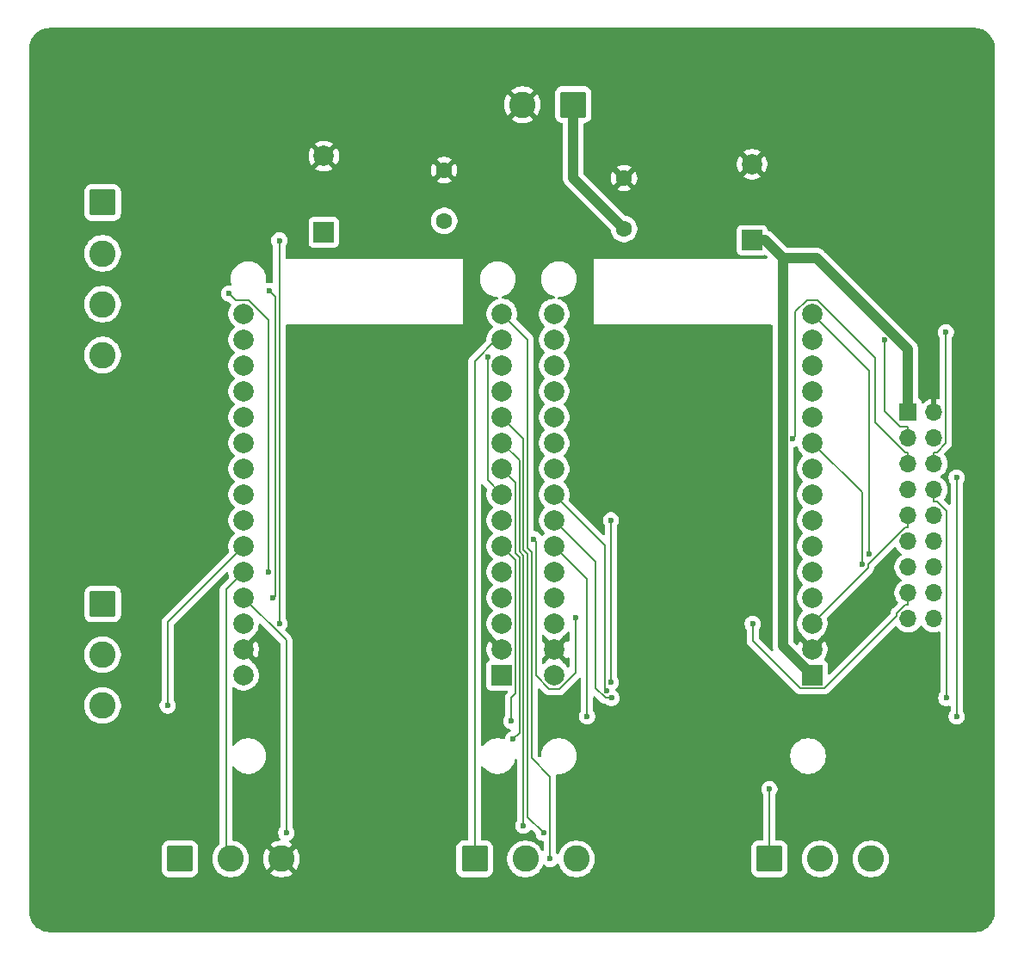
<source format=gbr>
%TF.GenerationSoftware,KiCad,Pcbnew,9.0.0*%
%TF.CreationDate,2025-03-24T12:51:37-05:00*%
%TF.ProjectId,DIIN-proyecto,4449494e-2d70-4726-9f79-6563746f2e6b,rev?*%
%TF.SameCoordinates,Original*%
%TF.FileFunction,Copper,L2,Bot*%
%TF.FilePolarity,Positive*%
%FSLAX46Y46*%
G04 Gerber Fmt 4.6, Leading zero omitted, Abs format (unit mm)*
G04 Created by KiCad (PCBNEW 9.0.0) date 2025-03-24 12:51:37*
%MOMM*%
%LPD*%
G01*
G04 APERTURE LIST*
G04 Aperture macros list*
%AMRoundRect*
0 Rectangle with rounded corners*
0 $1 Rounding radius*
0 $2 $3 $4 $5 $6 $7 $8 $9 X,Y pos of 4 corners*
0 Add a 4 corners polygon primitive as box body*
4,1,4,$2,$3,$4,$5,$6,$7,$8,$9,$2,$3,0*
0 Add four circle primitives for the rounded corners*
1,1,$1+$1,$2,$3*
1,1,$1+$1,$4,$5*
1,1,$1+$1,$6,$7*
1,1,$1+$1,$8,$9*
0 Add four rect primitives between the rounded corners*
20,1,$1+$1,$2,$3,$4,$5,0*
20,1,$1+$1,$4,$5,$6,$7,0*
20,1,$1+$1,$6,$7,$8,$9,0*
20,1,$1+$1,$8,$9,$2,$3,0*%
G04 Aperture macros list end*
%TA.AperFunction,ComponentPad*%
%ADD10R,1.700000X1.700000*%
%TD*%
%TA.AperFunction,ComponentPad*%
%ADD11O,1.700000X1.700000*%
%TD*%
%TA.AperFunction,ComponentPad*%
%ADD12C,1.600000*%
%TD*%
%TA.AperFunction,ComponentPad*%
%ADD13R,2.000000X2.000000*%
%TD*%
%TA.AperFunction,ComponentPad*%
%ADD14C,2.000000*%
%TD*%
%TA.AperFunction,ComponentPad*%
%ADD15RoundRect,0.250000X-1.050000X1.050000X-1.050000X-1.050000X1.050000X-1.050000X1.050000X1.050000X0*%
%TD*%
%TA.AperFunction,ComponentPad*%
%ADD16C,2.600000*%
%TD*%
%TA.AperFunction,ComponentPad*%
%ADD17RoundRect,0.250000X1.050000X1.050000X-1.050000X1.050000X-1.050000X-1.050000X1.050000X-1.050000X0*%
%TD*%
%TA.AperFunction,ComponentPad*%
%ADD18RoundRect,0.250000X-1.050000X-1.050000X1.050000X-1.050000X1.050000X1.050000X-1.050000X1.050000X0*%
%TD*%
%TA.AperFunction,ViaPad*%
%ADD19C,0.600000*%
%TD*%
%TA.AperFunction,Conductor*%
%ADD20C,0.200000*%
%TD*%
%TA.AperFunction,Conductor*%
%ADD21C,1.000000*%
%TD*%
G04 APERTURE END LIST*
D10*
%TO.P,J1,1,Pin_1*%
%TO.N,+3.3V*%
X186049800Y-89174100D03*
D11*
%TO.P,J1,2,Pin_2*%
%TO.N,GND*%
X188589800Y-89174100D03*
%TO.P,J1,3,Pin_3*%
%TO.N,SOIC*%
X186049800Y-91714100D03*
%TO.P,J1,4,Pin_4*%
%TO.N,SOID*%
X188589800Y-91714100D03*
%TO.P,J1,5,Pin_5*%
%TO.N,VSYNC*%
X186049800Y-94254100D03*
%TO.P,J1,6,Pin_6*%
%TO.N,HREF*%
X188589800Y-94254100D03*
%TO.P,J1,7,Pin_7*%
%TO.N,PCLK*%
X186049800Y-96794100D03*
%TO.P,J1,8,Pin_8*%
%TO.N,XCLK*%
X188589800Y-96794100D03*
%TO.P,J1,9,Pin_9*%
%TO.N,D7*%
X186049800Y-99334100D03*
%TO.P,J1,10,Pin_10*%
%TO.N,D6*%
X188589800Y-99334100D03*
%TO.P,J1,11,Pin_11*%
%TO.N,D5*%
X186049800Y-101874100D03*
%TO.P,J1,12,Pin_12*%
%TO.N,D4*%
X188589800Y-101874100D03*
%TO.P,J1,13,Pin_13*%
%TO.N,D3*%
X186049800Y-104414100D03*
%TO.P,J1,14,Pin_14*%
%TO.N,D2*%
X188589800Y-104414100D03*
%TO.P,J1,15,Pin_15*%
%TO.N,D1*%
X186049800Y-106954100D03*
%TO.P,J1,16,Pin_16*%
%TO.N,D0*%
X188589800Y-106954100D03*
%TO.P,J1,17,Pin_17*%
%TO.N,RESET*%
X186049800Y-109494100D03*
%TO.P,J1,18,Pin_18*%
%TO.N,PWDN*%
X188589800Y-109494100D03*
%TD*%
D12*
%TO.P,C6,1*%
%TO.N,+3.3V*%
X158089800Y-71134100D03*
%TO.P,C6,2*%
%TO.N,GND*%
X158089800Y-66134100D03*
%TD*%
%TO.P,C4,1*%
%TO.N,+3.3V*%
X140389800Y-70334100D03*
%TO.P,C4,2*%
%TO.N,GND*%
X140389800Y-65334100D03*
%TD*%
D13*
%TO.P,C3,1*%
%TO.N,+3.3V*%
X128552300Y-71451700D03*
D14*
%TO.P,C3,2*%
%TO.N,GND*%
X128552300Y-63951700D03*
%TD*%
D13*
%TO.P,C5,1*%
%TO.N,+3.3V*%
X170689800Y-72251700D03*
D14*
%TO.P,C5,2*%
%TO.N,GND*%
X170689800Y-64751700D03*
%TD*%
D13*
%TO.P,U6,1,3V3*%
%TO.N,+3.3V*%
X176617300Y-115049100D03*
D14*
%TO.P,U6,2,GND*%
%TO.N,GND*%
X176617300Y-112509100D03*
%TO.P,U6,3,D15*%
%TO.N,D7*%
X176617300Y-109969100D03*
%TO.P,U6,4,D2*%
%TO.N,D5*%
X176617300Y-107429100D03*
%TO.P,U6,5,D4*%
%TO.N,D6*%
X176617300Y-104889100D03*
%TO.P,U6,6,RX2*%
%TO.N,RX*%
X176617300Y-102349100D03*
%TO.P,U6,7,TX2*%
%TO.N,TX*%
X176617300Y-99809100D03*
%TO.P,U6,8,D5*%
%TO.N,D4*%
X176617300Y-97269100D03*
%TO.P,U6,9,D18*%
%TO.N,unconnected-(U6-D18-Pad9)*%
X176617300Y-94729100D03*
%TO.P,U6,10,D19*%
%TO.N,D3*%
X176617300Y-92189100D03*
%TO.P,U6,11,D21*%
%TO.N,SOID*%
X176617300Y-89649100D03*
%TO.P,U6,12,RX0*%
%TO.N,unconnected-(U6-RX0-Pad12)*%
X176617300Y-87109100D03*
%TO.P,U6,13,TX0*%
%TO.N,unconnected-(U6-TX0-Pad13)*%
X176617300Y-84569100D03*
%TO.P,U6,14,D22*%
%TO.N,SOIC*%
X176617300Y-82029100D03*
%TO.P,U6,15,D23*%
%TO.N,D2*%
X176617300Y-79489100D03*
%TO.P,U6,16,EN*%
%TO.N,unconnected-(U6-EN-Pad16)*%
X151217300Y-79489100D03*
%TO.P,U6,17,VP*%
%TO.N,unconnected-(U6-VP-Pad17)*%
X151217300Y-82029100D03*
%TO.P,U6,18,VN*%
%TO.N,unconnected-(U6-VN-Pad18)*%
X151217300Y-84569100D03*
%TO.P,U6,19,D34*%
%TO.N,unconnected-(U6-D34-Pad19)*%
X151217300Y-87109100D03*
%TO.P,U6,20,D35*%
%TO.N,unconnected-(U6-D35-Pad20)*%
X151217300Y-89649100D03*
%TO.P,U6,21,D32*%
%TO.N,VSYNC*%
X151217300Y-92189100D03*
%TO.P,U6,22,D33*%
%TO.N,HREF*%
X151217300Y-94729100D03*
%TO.P,U6,23,D25*%
%TO.N,D0*%
X151217300Y-97269100D03*
%TO.P,U6,24,D26*%
%TO.N,XCLK*%
X151217300Y-99809100D03*
%TO.P,U6,25,D27*%
%TO.N,PCLK*%
X151217300Y-102349100D03*
%TO.P,U6,26,D14*%
%TO.N,unconnected-(U6-D14-Pad26)*%
X151217300Y-104889100D03*
%TO.P,U6,27,D12*%
%TO.N,unconnected-(U6-D12-Pad27)*%
X151217300Y-107429100D03*
%TO.P,U6,28,D13*%
%TO.N,D1*%
X151217300Y-109969100D03*
%TO.P,U6,29,GND*%
%TO.N,GND*%
X151217300Y-112509100D03*
%TO.P,U6,30,VIN*%
%TO.N,unconnected-(U6-VIN-Pad30)*%
X151217300Y-115049100D03*
%TD*%
D13*
%TO.P,U8,1,3V3*%
%TO.N,+3.3V*%
X146062300Y-115049100D03*
D14*
%TO.P,U8,2,GND*%
%TO.N,GND*%
X146062300Y-112509100D03*
%TO.P,U8,3,D15*%
%TO.N,FM1*%
X146062300Y-109969100D03*
%TO.P,U8,4,D2*%
%TO.N,FM2*%
X146062300Y-107429100D03*
%TO.P,U8,5,D4*%
%TO.N,FM3*%
X146062300Y-104889100D03*
%TO.P,U8,6,RX2*%
%TO.N,TX*%
X146062300Y-102349100D03*
%TO.P,U8,7,TX2*%
%TO.N,RX*%
X146062300Y-99809100D03*
%TO.P,U8,8,D5*%
%TO.N,FM4*%
X146062300Y-97269100D03*
%TO.P,U8,9,D18*%
%TO.N,IN1*%
X146062300Y-94729100D03*
%TO.P,U8,10,D19*%
%TO.N,IN1_N*%
X146062300Y-92189100D03*
%TO.P,U8,11,D21*%
%TO.N,PWM1*%
X146062300Y-89649100D03*
%TO.P,U8,12,RX0*%
%TO.N,unconnected-(U8-RX0-Pad12)*%
X146062300Y-87109100D03*
%TO.P,U8,13,TX0*%
%TO.N,unconnected-(U8-TX0-Pad13)*%
X146062300Y-84569100D03*
%TO.P,U8,14,D22*%
%TO.N,IN2*%
X146062300Y-82029100D03*
%TO.P,U8,15,D23*%
%TO.N,IN2_N*%
X146062300Y-79489100D03*
%TO.P,U8,16,EN*%
%TO.N,unconnected-(U8-EN-Pad16)*%
X120662300Y-79489100D03*
%TO.P,U8,17,VP*%
%TO.N,unconnected-(U8-VP-Pad17)*%
X120662300Y-82029100D03*
%TO.P,U8,18,VN*%
%TO.N,unconnected-(U8-VN-Pad18)*%
X120662300Y-84569100D03*
%TO.P,U8,19,D34*%
%TO.N,unconnected-(U8-D34-Pad19)*%
X120662300Y-87109100D03*
%TO.P,U8,20,D35*%
%TO.N,unconnected-(U8-D35-Pad20)*%
X120662300Y-89649100D03*
%TO.P,U8,21,D32*%
%TO.N,unconnected-(U8-D32-Pad21)*%
X120662300Y-92189100D03*
%TO.P,U8,22,D33*%
%TO.N,unconnected-(U8-D33-Pad22)*%
X120662300Y-94729100D03*
%TO.P,U8,23,D25*%
%TO.N,unconnected-(U8-D25-Pad23)*%
X120662300Y-97269100D03*
%TO.P,U8,24,D26*%
%TO.N,SCK*%
X120662300Y-99809100D03*
%TO.P,U8,25,D27*%
%TO.N,SD*%
X120662300Y-102349100D03*
%TO.P,U8,26,D14*%
%TO.N,DHT*%
X120662300Y-104889100D03*
%TO.P,U8,27,D12*%
%TO.N,PWM2*%
X120662300Y-107429100D03*
%TO.P,U8,28,D13*%
%TO.N,WS*%
X120662300Y-109969100D03*
%TO.P,U8,29,GND*%
%TO.N,GND*%
X120662300Y-112509100D03*
%TO.P,U8,30,VIN*%
%TO.N,unconnected-(U8-VIN-Pad30)*%
X120662300Y-115049100D03*
%TD*%
D15*
%TO.P,J14,1,Pin_1*%
%TO.N,SCK*%
X106789800Y-108034100D03*
D16*
%TO.P,J14,2,Pin_2*%
%TO.N,WS*%
X106789800Y-113034100D03*
%TO.P,J14,3,Pin_3*%
%TO.N,SD*%
X106789800Y-118034100D03*
%TD*%
D17*
%TO.P,J7,1,Pin_1*%
%TO.N,+3.3V*%
X153089800Y-58893800D03*
D16*
%TO.P,J7,2,Pin_2*%
%TO.N,GND*%
X148089800Y-58893800D03*
%TD*%
D18*
%TO.P,J11,1,Pin_1*%
%TO.N,+3.3V*%
X114389800Y-133134100D03*
D16*
%TO.P,J11,2,Pin_2*%
%TO.N,DHT*%
X119389800Y-133134100D03*
%TO.P,J11,3,Pin_3*%
%TO.N,GND*%
X124389800Y-133134100D03*
%TD*%
D15*
%TO.P,J9,1,Pin_1*%
%TO.N,FM1*%
X106789800Y-68534100D03*
D16*
%TO.P,J9,2,Pin_2*%
%TO.N,FM2*%
X106789800Y-73534100D03*
%TO.P,J9,3,Pin_3*%
%TO.N,FM3*%
X106789800Y-78534100D03*
%TO.P,J9,4,Pin_4*%
%TO.N,FM4*%
X106789800Y-83534100D03*
%TD*%
D18*
%TO.P,J13,1,Pin_1*%
%TO.N,IN2*%
X143389800Y-133134100D03*
D16*
%TO.P,J13,2,Pin_2*%
%TO.N,IN2_N*%
X148389800Y-133134100D03*
%TO.P,J13,3,Pin_3*%
%TO.N,PWM2*%
X153389800Y-133134100D03*
%TD*%
D18*
%TO.P,J12,1,Pin_1*%
%TO.N,IN1*%
X172389800Y-133134100D03*
D16*
%TO.P,J12,2,Pin_2*%
%TO.N,IN1_N*%
X177389800Y-133134100D03*
%TO.P,J12,3,Pin_3*%
%TO.N,PWM1*%
X182389800Y-133134100D03*
%TD*%
D19*
%TO.N,TX*%
X146983132Y-119564681D03*
X156803600Y-115765500D03*
X156803600Y-99809100D03*
%TO.N,RX*%
X153298000Y-109398300D03*
X149212300Y-101653300D03*
%TO.N,SD*%
X113191100Y-118034100D03*
%TO.N,PWM2*%
X124858200Y-130564800D03*
%TO.N,IN2_N*%
X150810200Y-133134100D03*
%TO.N,IN1*%
X172389800Y-126271900D03*
X147179300Y-121333600D03*
%TO.N,IN1_N*%
X148202100Y-129861000D03*
%TO.N,PWM1*%
X150181000Y-130575100D03*
%TO.N,FM3*%
X119252200Y-77492300D03*
X123147800Y-104889100D03*
%TO.N,FM1*%
X124170700Y-72267800D03*
X124170700Y-109969100D03*
%TO.N,FM2*%
X123193300Y-77212800D03*
X123556000Y-107472700D03*
%TO.N,FM4*%
X144668800Y-83715500D03*
%TO.N,VSYNC*%
X174709416Y-91795584D03*
%TO.N,D0*%
X156411400Y-116564700D03*
%TO.N,D3*%
X181491900Y-104134700D03*
%TO.N,XCLK*%
X156857300Y-117283600D03*
X189805800Y-117283600D03*
%TO.N,HREF*%
X189743200Y-81285400D03*
%TO.N,SOIC*%
X183721700Y-82029100D03*
%TO.N,PCLK*%
X154464600Y-119111500D03*
X190818600Y-119111500D03*
X190818600Y-95601500D03*
%TO.N,D2*%
X182201300Y-103115300D03*
%TO.N,D1*%
X170751800Y-110000000D03*
%TD*%
D20*
%TO.N,VSYNC*%
X186049800Y-93102400D02*
X186049800Y-94254100D01*
X185761900Y-93102400D02*
X186049800Y-93102400D01*
X177161900Y-78171500D02*
X182803100Y-83812700D01*
X176071800Y-78171500D02*
X177161900Y-78171500D01*
X182803100Y-90143600D02*
X185761900Y-93102400D01*
X174955461Y-79287839D02*
X176071800Y-78171500D01*
X174709416Y-91795584D02*
X174955461Y-91549539D01*
X174955461Y-91549539D02*
X174955461Y-79287839D01*
X182803100Y-83812700D02*
X182803100Y-90143600D01*
D21*
%TO.N,+3.3V*%
X153089800Y-66134100D02*
X153089800Y-58893800D01*
D20*
%TO.N,TX*%
X147398700Y-103685500D02*
X146062300Y-102349100D01*
X147398700Y-116843600D02*
X147398700Y-103685500D01*
X146983132Y-117259168D02*
X147398700Y-116843600D01*
X146983132Y-119564681D02*
X146983132Y-117259168D01*
X156803600Y-115765500D02*
X156803600Y-99809100D01*
%TO.N,RX*%
X149407200Y-101848200D02*
X149212300Y-101653300D01*
X149407200Y-115093700D02*
X149407200Y-101848200D01*
X150720800Y-116407300D02*
X149407200Y-115093700D01*
X151734500Y-116407300D02*
X150720800Y-116407300D01*
X153298000Y-114843800D02*
X151734500Y-116407300D01*
X153298000Y-109398300D02*
X153298000Y-114843800D01*
%TO.N,SD*%
X113191100Y-109820300D02*
X113191100Y-118034100D01*
X120662300Y-102349100D02*
X113191100Y-109820300D01*
%TO.N,IN2*%
X145482800Y-82029100D02*
X146062300Y-82029100D01*
X143389800Y-84122100D02*
X145482800Y-82029100D01*
X143389800Y-133134100D02*
X143389800Y-84122100D01*
%TO.N,PWM2*%
X124858200Y-111625000D02*
X120662300Y-107429100D01*
X124858200Y-130564800D02*
X124858200Y-111625000D01*
%TO.N,IN2_N*%
X148610600Y-82037400D02*
X146062300Y-79489100D01*
X148610600Y-102545100D02*
X148610600Y-82037400D01*
X149005500Y-102940000D02*
X148610600Y-102545100D01*
X149005500Y-123228800D02*
X149005500Y-102940000D01*
X150810200Y-125033500D02*
X149005500Y-123228800D01*
X150810200Y-133134100D02*
X150810200Y-125033500D01*
%TO.N,IN1*%
X172389800Y-133134100D02*
X172389800Y-126271900D01*
X147398700Y-96065500D02*
X146062300Y-94729100D01*
X147398700Y-103037300D02*
X147398700Y-96065500D01*
X147800400Y-103439000D02*
X147398700Y-103037300D01*
X147800400Y-120712500D02*
X147800400Y-103439000D01*
X147179300Y-121333600D02*
X147800400Y-120712500D01*
%TO.N,IN1_N*%
X148202100Y-103272600D02*
X148202100Y-129861000D01*
X147807200Y-102877700D02*
X148202100Y-103272600D01*
X147807200Y-93934000D02*
X147807200Y-102877700D01*
X146062300Y-92189100D02*
X147807200Y-93934000D01*
%TO.N,PWM1*%
X148208900Y-91795700D02*
X146062300Y-89649100D01*
X148208900Y-102711400D02*
X148208900Y-91795700D01*
X148603800Y-103106300D02*
X148208900Y-102711400D01*
X148603800Y-128997900D02*
X148603800Y-103106300D01*
X150181000Y-130575100D02*
X148603800Y-128997900D01*
%TO.N,DHT*%
X118918600Y-106632800D02*
X120662300Y-104889100D01*
X118918600Y-132662900D02*
X118918600Y-106632800D01*
X119389800Y-133134100D02*
X118918600Y-132662900D01*
%TO.N,FM3*%
X119909000Y-78149100D02*
X119252200Y-77492300D01*
X121173800Y-78149100D02*
X119909000Y-78149100D01*
X123147800Y-80123100D02*
X121173800Y-78149100D01*
X123147800Y-104889100D02*
X123147800Y-80123100D01*
%TO.N,FM1*%
X124170700Y-109969100D02*
X124170700Y-72267800D01*
%TO.N,FM2*%
X123769000Y-107259700D02*
X123556000Y-107472700D01*
X123769000Y-77788500D02*
X123769000Y-107259700D01*
X123193300Y-77212800D02*
X123769000Y-77788500D01*
%TO.N,FM4*%
X144668800Y-95875600D02*
X144668800Y-83715500D01*
X146062300Y-97269100D02*
X144668800Y-95875600D01*
%TO.N,D0*%
X156201900Y-102253700D02*
X151217300Y-97269100D01*
X156201900Y-116355200D02*
X156201900Y-102253700D01*
X156411400Y-116564700D02*
X156201900Y-116355200D01*
%TO.N,D3*%
X181491900Y-97063700D02*
X181491900Y-104134700D01*
X176617300Y-92189100D02*
X181491900Y-97063700D01*
%TO.N,XCLK*%
X189805800Y-98873900D02*
X189805800Y-117283600D01*
X188877700Y-97945800D02*
X189805800Y-98873900D01*
X188589800Y-97945800D02*
X188877700Y-97945800D01*
X188589800Y-96794100D02*
X188589800Y-97945800D01*
X156263600Y-117283600D02*
X156857300Y-117283600D01*
X155314500Y-116334500D02*
X156263600Y-117283600D01*
X155314500Y-103906300D02*
X155314500Y-116334500D01*
X151217300Y-99809100D02*
X155314500Y-103906300D01*
%TO.N,HREF*%
X189743200Y-92236900D02*
X189743200Y-81285400D01*
X188877700Y-93102400D02*
X189743200Y-92236900D01*
X188589800Y-93102400D02*
X188877700Y-93102400D01*
X188589800Y-94254100D02*
X188589800Y-93102400D01*
%TO.N,SOIC*%
X186049800Y-91714100D02*
X186049800Y-90562400D01*
X183721700Y-89026100D02*
X183721700Y-82029100D01*
X185258000Y-90562400D02*
X183721700Y-89026100D01*
X186049800Y-90562400D02*
X185258000Y-90562400D01*
%TO.N,PCLK*%
X190818600Y-119111500D02*
X190818600Y-95601500D01*
X154464600Y-105596400D02*
X154464600Y-119111500D01*
X151217300Y-102349100D02*
X154464600Y-105596400D01*
%TO.N,D7*%
X186049800Y-99334100D02*
X186049800Y-100485800D01*
X185761800Y-100485800D02*
X186049800Y-100485800D01*
X182093600Y-104154000D02*
X185761800Y-100485800D01*
X182093600Y-104492800D02*
X182093600Y-104154000D01*
X176617300Y-109969100D02*
X182093600Y-104492800D01*
%TO.N,D2*%
X182201300Y-85073100D02*
X182201300Y-103115300D01*
X176617300Y-79489100D02*
X182201300Y-85073100D01*
%TO.N,D1*%
X186049800Y-106954100D02*
X186049800Y-108105800D01*
X170751800Y-111652000D02*
X170751800Y-110000000D01*
X175450600Y-116350800D02*
X170751800Y-111652000D01*
X177777800Y-116350800D02*
X175450600Y-116350800D01*
X184898100Y-109230500D02*
X177777800Y-116350800D01*
X184898100Y-108949200D02*
X184898100Y-109230500D01*
X185741500Y-108105800D02*
X184898100Y-108949200D01*
X186049800Y-108105800D02*
X185741500Y-108105800D01*
D21*
%TO.N,+3.3V*%
X153089800Y-66134100D02*
X158089800Y-71134100D01*
X170689800Y-72251700D02*
X171991500Y-72251700D01*
X171991500Y-72251700D02*
X173923200Y-74183400D01*
X186049800Y-83006100D02*
X186049800Y-89174100D01*
X177046700Y-74003000D02*
X186049800Y-83006100D01*
X174103600Y-74003000D02*
X177046700Y-74003000D01*
X173923200Y-74183400D02*
X174103600Y-74003000D01*
X173712400Y-112144200D02*
X176617300Y-115049100D01*
X173712400Y-74394200D02*
X173712400Y-112144200D01*
X173923200Y-74183400D02*
X173712400Y-74394200D01*
%TD*%
%TA.AperFunction,Conductor*%
%TO.N,GND*%
G36*
X144195503Y-96251985D02*
G01*
X144201981Y-96258017D01*
X144307149Y-96363185D01*
X144307155Y-96363190D01*
X144609500Y-96665535D01*
X144642985Y-96726858D01*
X144639750Y-96791533D01*
X144598747Y-96917728D01*
X144561800Y-97151002D01*
X144561800Y-97387197D01*
X144598746Y-97620468D01*
X144671733Y-97845096D01*
X144763327Y-98024857D01*
X144778957Y-98055533D01*
X144917783Y-98246610D01*
X145084790Y-98413617D01*
X145119427Y-98438783D01*
X145162092Y-98494113D01*
X145168071Y-98563726D01*
X145135465Y-98625521D01*
X145119430Y-98639415D01*
X145101665Y-98652322D01*
X145084788Y-98664584D01*
X144917785Y-98831587D01*
X144917785Y-98831588D01*
X144917783Y-98831590D01*
X144888097Y-98872449D01*
X144778957Y-99022666D01*
X144671733Y-99233103D01*
X144598746Y-99457731D01*
X144561800Y-99691002D01*
X144561800Y-99927197D01*
X144598746Y-100160468D01*
X144671733Y-100385096D01*
X144763327Y-100564857D01*
X144778957Y-100595533D01*
X144917783Y-100786610D01*
X145084790Y-100953617D01*
X145119427Y-100978783D01*
X145162092Y-101034113D01*
X145168071Y-101103726D01*
X145135465Y-101165521D01*
X145119430Y-101179415D01*
X145101665Y-101192322D01*
X145084788Y-101204584D01*
X144917785Y-101371587D01*
X144917785Y-101371588D01*
X144917783Y-101371590D01*
X144893026Y-101405665D01*
X144778957Y-101562666D01*
X144671733Y-101773103D01*
X144598746Y-101997731D01*
X144561800Y-102231002D01*
X144561800Y-102467197D01*
X144598746Y-102700468D01*
X144671733Y-102925096D01*
X144748719Y-103076188D01*
X144778957Y-103135533D01*
X144917783Y-103326610D01*
X145084790Y-103493617D01*
X145119427Y-103518783D01*
X145162092Y-103574113D01*
X145168071Y-103643726D01*
X145135465Y-103705521D01*
X145119430Y-103719415D01*
X145101665Y-103732322D01*
X145084788Y-103744584D01*
X144917785Y-103911587D01*
X144917785Y-103911588D01*
X144917783Y-103911590D01*
X144888097Y-103952449D01*
X144778957Y-104102666D01*
X144671733Y-104313103D01*
X144598746Y-104537731D01*
X144561800Y-104771002D01*
X144561800Y-105007197D01*
X144598746Y-105240468D01*
X144671733Y-105465096D01*
X144748719Y-105616188D01*
X144778957Y-105675533D01*
X144917783Y-105866610D01*
X145084790Y-106033617D01*
X145119427Y-106058783D01*
X145162092Y-106114113D01*
X145168071Y-106183726D01*
X145135465Y-106245521D01*
X145119430Y-106259415D01*
X145101665Y-106272322D01*
X145084788Y-106284584D01*
X144917785Y-106451587D01*
X144917785Y-106451588D01*
X144917783Y-106451590D01*
X144888097Y-106492449D01*
X144778957Y-106642666D01*
X144671733Y-106853103D01*
X144598746Y-107077731D01*
X144561800Y-107311002D01*
X144561800Y-107547197D01*
X144598746Y-107780468D01*
X144671733Y-108005096D01*
X144763327Y-108184857D01*
X144778957Y-108215533D01*
X144917783Y-108406610D01*
X145084790Y-108573617D01*
X145119427Y-108598783D01*
X145162092Y-108654113D01*
X145168071Y-108723726D01*
X145135465Y-108785521D01*
X145119430Y-108799415D01*
X145101665Y-108812322D01*
X145084788Y-108824584D01*
X144917785Y-108991587D01*
X144917785Y-108991588D01*
X144917783Y-108991590D01*
X144858660Y-109072965D01*
X144778957Y-109182666D01*
X144671733Y-109393103D01*
X144598746Y-109617731D01*
X144561800Y-109851002D01*
X144561800Y-110087197D01*
X144598746Y-110320468D01*
X144671733Y-110545096D01*
X144741695Y-110682402D01*
X144778957Y-110755533D01*
X144917783Y-110946610D01*
X145084790Y-111113617D01*
X145144016Y-111156647D01*
X145186681Y-111211975D01*
X145194748Y-111266693D01*
X145193193Y-111286440D01*
X145924724Y-112017971D01*
X145865447Y-112033855D01*
X145749153Y-112100998D01*
X145654198Y-112195953D01*
X145587055Y-112312247D01*
X145571171Y-112371525D01*
X144839640Y-111639994D01*
X144779384Y-111722930D01*
X144672197Y-111933297D01*
X144599234Y-112157852D01*
X144562300Y-112391047D01*
X144562300Y-112627152D01*
X144599234Y-112860347D01*
X144672197Y-113084902D01*
X144779387Y-113295274D01*
X144869335Y-113419078D01*
X144892815Y-113484884D01*
X144876989Y-113552938D01*
X144827659Y-113600879D01*
X144827754Y-113601053D01*
X144827130Y-113601393D01*
X144826884Y-113601633D01*
X144825811Y-113602113D01*
X144819964Y-113605306D01*
X144704755Y-113691552D01*
X144704752Y-113691555D01*
X144618506Y-113806764D01*
X144618502Y-113806771D01*
X144568208Y-113941617D01*
X144561801Y-114001216D01*
X144561801Y-114001223D01*
X144561800Y-114001235D01*
X144561800Y-116096970D01*
X144561801Y-116096976D01*
X144568208Y-116156583D01*
X144618502Y-116291428D01*
X144618506Y-116291435D01*
X144704752Y-116406644D01*
X144704755Y-116406647D01*
X144819964Y-116492893D01*
X144819971Y-116492897D01*
X144954817Y-116543191D01*
X144954816Y-116543191D01*
X144961744Y-116543935D01*
X145014427Y-116549600D01*
X146544102Y-116549599D01*
X146565346Y-116555837D01*
X146587432Y-116557416D01*
X146598216Y-116565489D01*
X146611141Y-116569284D01*
X146625640Y-116586016D01*
X146643367Y-116599286D01*
X146648074Y-116611907D01*
X146656896Y-116622087D01*
X146660047Y-116644002D01*
X146667786Y-116664749D01*
X146664922Y-116677912D01*
X146666840Y-116691246D01*
X146657641Y-116711386D01*
X146652936Y-116733023D01*
X146639663Y-116750753D01*
X146637815Y-116754802D01*
X146631786Y-116761278D01*
X146614418Y-116778646D01*
X146502613Y-116890450D01*
X146502611Y-116890453D01*
X146491109Y-116910376D01*
X146457904Y-116967889D01*
X146423555Y-117027383D01*
X146382631Y-117180111D01*
X146382631Y-117180113D01*
X146382631Y-117348214D01*
X146382632Y-117348227D01*
X146382632Y-118984915D01*
X146362947Y-119051954D01*
X146361734Y-119053806D01*
X146273741Y-119185495D01*
X146273734Y-119185508D01*
X146213396Y-119331179D01*
X146213393Y-119331191D01*
X146182632Y-119485834D01*
X146182632Y-119643527D01*
X146213393Y-119798170D01*
X146213396Y-119798182D01*
X146273734Y-119943853D01*
X146273741Y-119943866D01*
X146361342Y-120074969D01*
X146361345Y-120074973D01*
X146472839Y-120186467D01*
X146472843Y-120186470D01*
X146603946Y-120274071D01*
X146603959Y-120274078D01*
X146749630Y-120334416D01*
X146749635Y-120334418D01*
X146804847Y-120345400D01*
X146855463Y-120355469D01*
X146917374Y-120387854D01*
X146951948Y-120448569D01*
X146948209Y-120518339D01*
X146907342Y-120575011D01*
X146878725Y-120591647D01*
X146800123Y-120624204D01*
X146800114Y-120624209D01*
X146669011Y-120711810D01*
X146669007Y-120711813D01*
X146557513Y-120823307D01*
X146557510Y-120823311D01*
X146469909Y-120954414D01*
X146469902Y-120954427D01*
X146409564Y-121100098D01*
X146409561Y-121100108D01*
X146378012Y-121258714D01*
X146345627Y-121320625D01*
X146284911Y-121355199D01*
X146215141Y-121351458D01*
X146208940Y-121349082D01*
X146206198Y-121347946D01*
X146206191Y-121347943D01*
X146206187Y-121347942D01*
X145984538Y-121288552D01*
X145946515Y-121283546D01*
X145757041Y-121258600D01*
X145757034Y-121258600D01*
X145527566Y-121258600D01*
X145527558Y-121258600D01*
X145311015Y-121287109D01*
X145300062Y-121288552D01*
X145206376Y-121313654D01*
X145078412Y-121347942D01*
X144866423Y-121435750D01*
X144866409Y-121435757D01*
X144667682Y-121550492D01*
X144485638Y-121690181D01*
X144323381Y-121852438D01*
X144212675Y-121996712D01*
X144156247Y-122037914D01*
X144086501Y-122042069D01*
X144025581Y-122007856D01*
X143992829Y-121946139D01*
X143990300Y-121921225D01*
X143990300Y-96345698D01*
X144009985Y-96278659D01*
X144062789Y-96232904D01*
X144131947Y-96222960D01*
X144195503Y-96251985D01*
G37*
%TD.AperFunction*%
%TA.AperFunction,Conductor*%
G36*
X152439958Y-113378205D02*
G01*
X152439958Y-113378204D01*
X152473182Y-113332477D01*
X152528512Y-113289812D01*
X152598125Y-113283833D01*
X152659920Y-113316439D01*
X152694278Y-113377278D01*
X152697500Y-113405363D01*
X152697500Y-114151984D01*
X152677815Y-114219023D01*
X152625011Y-114264778D01*
X152555853Y-114274722D01*
X152492297Y-114245697D01*
X152473182Y-114224870D01*
X152426899Y-114161168D01*
X152361817Y-114071590D01*
X152194810Y-113904583D01*
X152135582Y-113861551D01*
X152092917Y-113806222D01*
X152084850Y-113751504D01*
X152086404Y-113731757D01*
X151354874Y-113000228D01*
X151414153Y-112984345D01*
X151530447Y-112917202D01*
X151625402Y-112822247D01*
X151692545Y-112705953D01*
X151708428Y-112646675D01*
X152439958Y-113378205D01*
G37*
%TD.AperFunction*%
%TA.AperFunction,Conductor*%
G36*
X150742055Y-112705953D02*
G01*
X150809198Y-112822247D01*
X150904153Y-112917202D01*
X151020447Y-112984345D01*
X151079725Y-113000228D01*
X150348193Y-113731758D01*
X150349748Y-113751505D01*
X150348251Y-113758626D01*
X150350050Y-113765675D01*
X150341167Y-113792352D01*
X150335384Y-113819883D01*
X150329733Y-113826692D01*
X150327977Y-113831967D01*
X150310771Y-113849543D01*
X150303924Y-113857795D01*
X150301499Y-113859748D01*
X150239790Y-113904583D01*
X150214675Y-113929697D01*
X150209494Y-113933872D01*
X150183114Y-113944794D01*
X150158058Y-113958477D01*
X150151248Y-113957989D01*
X150144940Y-113960602D01*
X150116846Y-113955529D01*
X150088366Y-113953493D01*
X150082899Y-113949400D01*
X150076182Y-113948188D01*
X150055288Y-113928731D01*
X150032433Y-113911621D01*
X150030047Y-113905224D01*
X150025050Y-113900571D01*
X150017992Y-113872905D01*
X150008016Y-113846157D01*
X150007700Y-113837311D01*
X150007700Y-113416508D01*
X150027385Y-113349469D01*
X150044019Y-113328827D01*
X150726171Y-112646674D01*
X150742055Y-112705953D01*
G37*
%TD.AperFunction*%
%TA.AperFunction,Conductor*%
G36*
X150164511Y-111064750D02*
G01*
X150179137Y-111066321D01*
X150199725Y-111080075D01*
X150209493Y-111084327D01*
X150214673Y-111088500D01*
X150239790Y-111113617D01*
X150301526Y-111158471D01*
X150303923Y-111160402D01*
X150322157Y-111186656D01*
X150341681Y-111211975D01*
X150342203Y-111215520D01*
X150343779Y-111217789D01*
X150344177Y-111228909D01*
X150349748Y-111266693D01*
X150348193Y-111286440D01*
X151079725Y-112017971D01*
X151020447Y-112033855D01*
X150904153Y-112100998D01*
X150809198Y-112195953D01*
X150742055Y-112312247D01*
X150726171Y-112371525D01*
X150044019Y-111689373D01*
X150010534Y-111628050D01*
X150007700Y-111601692D01*
X150007700Y-111180889D01*
X150012108Y-111165875D01*
X150011548Y-111150240D01*
X150021750Y-111133039D01*
X150027385Y-111113850D01*
X150039209Y-111103603D01*
X150047192Y-111090146D01*
X150065075Y-111081190D01*
X150080189Y-111068095D01*
X150095675Y-111065868D01*
X150109667Y-111058862D01*
X150129552Y-111060997D01*
X150149347Y-111058151D01*
X150164511Y-111064750D01*
G37*
%TD.AperFunction*%
%TA.AperFunction,Conductor*%
G36*
X152659920Y-110777291D02*
G01*
X152694278Y-110838130D01*
X152697500Y-110866215D01*
X152697500Y-111612835D01*
X152677815Y-111679874D01*
X152625011Y-111725629D01*
X152555853Y-111735573D01*
X152492297Y-111706548D01*
X152473182Y-111685721D01*
X152439958Y-111639994D01*
X152439958Y-111639993D01*
X151708428Y-112371524D01*
X151692545Y-112312247D01*
X151625402Y-112195953D01*
X151530447Y-112100998D01*
X151414153Y-112033855D01*
X151354874Y-112017971D01*
X152086405Y-111286440D01*
X152084851Y-111266694D01*
X152099215Y-111198316D01*
X152135584Y-111156647D01*
X152194810Y-111113617D01*
X152361817Y-110946610D01*
X152473183Y-110793328D01*
X152528512Y-110750664D01*
X152598125Y-110744685D01*
X152659920Y-110777291D01*
G37*
%TD.AperFunction*%
%TA.AperFunction,Conductor*%
G36*
X184776872Y-102422475D02*
G01*
X184832805Y-102464347D01*
X184844022Y-102482361D01*
X184894749Y-102581917D01*
X185019690Y-102753886D01*
X185170013Y-102904209D01*
X185341982Y-103029150D01*
X185350746Y-103033616D01*
X185401542Y-103081591D01*
X185418336Y-103149412D01*
X185395798Y-103215547D01*
X185350746Y-103254584D01*
X185341982Y-103259049D01*
X185170013Y-103383990D01*
X185019690Y-103534313D01*
X184894751Y-103706279D01*
X184798244Y-103895685D01*
X184732553Y-104097860D01*
X184699300Y-104307813D01*
X184699300Y-104520386D01*
X184731642Y-104724590D01*
X184732554Y-104730343D01*
X184795440Y-104923886D01*
X184798244Y-104932514D01*
X184894751Y-105121920D01*
X185019690Y-105293886D01*
X185170013Y-105444209D01*
X185341982Y-105569150D01*
X185350746Y-105573616D01*
X185401542Y-105621591D01*
X185418336Y-105689412D01*
X185395798Y-105755547D01*
X185350746Y-105794584D01*
X185341982Y-105799049D01*
X185170013Y-105923990D01*
X185019690Y-106074313D01*
X184894751Y-106246279D01*
X184798244Y-106435685D01*
X184732553Y-106637860D01*
X184722302Y-106702585D01*
X184699300Y-106847813D01*
X184699300Y-107060387D01*
X184732554Y-107270343D01*
X184798243Y-107472512D01*
X184864403Y-107602359D01*
X184894751Y-107661919D01*
X185018242Y-107831892D01*
X185041722Y-107897698D01*
X185025896Y-107965752D01*
X185005605Y-107992458D01*
X184532137Y-108465926D01*
X184532129Y-108465934D01*
X184529386Y-108468678D01*
X184529384Y-108468680D01*
X184417580Y-108580484D01*
X184398052Y-108614308D01*
X184391865Y-108625023D01*
X184391865Y-108625024D01*
X184345880Y-108704673D01*
X184338523Y-108717415D01*
X184297599Y-108870143D01*
X184297599Y-108870145D01*
X184297599Y-108930403D01*
X184277914Y-108997442D01*
X184261280Y-109018084D01*
X178329480Y-114949884D01*
X178268157Y-114983369D01*
X178198465Y-114978385D01*
X178142532Y-114936513D01*
X178118115Y-114871049D01*
X178117799Y-114862203D01*
X178117799Y-114001229D01*
X178117798Y-114001223D01*
X178117797Y-114001216D01*
X178111391Y-113941617D01*
X178108502Y-113933872D01*
X178061097Y-113806771D01*
X178061093Y-113806764D01*
X177974847Y-113691555D01*
X177974844Y-113691552D01*
X177859635Y-113605306D01*
X177851846Y-113601053D01*
X177853567Y-113597899D01*
X177811325Y-113566286D01*
X177786899Y-113500825D01*
X177801742Y-113432550D01*
X177810264Y-113419077D01*
X177900214Y-113295271D01*
X178007402Y-113084902D01*
X178080365Y-112860347D01*
X178117300Y-112627152D01*
X178117300Y-112391047D01*
X178080365Y-112157852D01*
X178007402Y-111933297D01*
X177900214Y-111722928D01*
X177839958Y-111639994D01*
X177839958Y-111639993D01*
X177108427Y-112371523D01*
X177092545Y-112312247D01*
X177025402Y-112195953D01*
X176930447Y-112100998D01*
X176814153Y-112033855D01*
X176754874Y-112017971D01*
X177486405Y-111286440D01*
X177484851Y-111266694D01*
X177499215Y-111198316D01*
X177535584Y-111156647D01*
X177594810Y-111113617D01*
X177761817Y-110946610D01*
X177900643Y-110755533D01*
X178007868Y-110545092D01*
X178080853Y-110320468D01*
X178117800Y-110087197D01*
X178117800Y-109851002D01*
X178080853Y-109617735D01*
X178080853Y-109617732D01*
X178039847Y-109491533D01*
X178037853Y-109421693D01*
X178070096Y-109365537D01*
X182574120Y-104861516D01*
X182653177Y-104724584D01*
X182694101Y-104571857D01*
X182694101Y-104454095D01*
X182713786Y-104387056D01*
X182730415Y-104366419D01*
X184645859Y-102450974D01*
X184707180Y-102417491D01*
X184776872Y-102422475D01*
G37*
%TD.AperFunction*%
%TA.AperFunction,Conductor*%
G36*
X175059804Y-92531588D02*
G01*
X175081393Y-92529267D01*
X175093828Y-92535491D01*
X175107645Y-92537077D01*
X175124454Y-92550822D01*
X175143872Y-92560542D01*
X175152076Y-92573408D01*
X175161734Y-92581306D01*
X175177307Y-92612978D01*
X175226733Y-92765096D01*
X175301916Y-92912649D01*
X175333957Y-92975533D01*
X175472783Y-93166610D01*
X175639790Y-93333617D01*
X175674427Y-93358783D01*
X175717092Y-93414113D01*
X175723071Y-93483726D01*
X175690465Y-93545521D01*
X175674430Y-93559415D01*
X175656665Y-93572322D01*
X175639788Y-93584584D01*
X175472785Y-93751587D01*
X175472785Y-93751588D01*
X175472783Y-93751590D01*
X175443097Y-93792449D01*
X175333957Y-93942666D01*
X175226733Y-94153103D01*
X175153746Y-94377731D01*
X175116800Y-94611002D01*
X175116800Y-94847197D01*
X175153746Y-95080468D01*
X175226733Y-95305096D01*
X175306472Y-95461591D01*
X175333957Y-95515533D01*
X175472783Y-95706610D01*
X175639790Y-95873617D01*
X175674427Y-95898783D01*
X175717092Y-95954113D01*
X175723071Y-96023726D01*
X175690465Y-96085521D01*
X175674430Y-96099415D01*
X175663461Y-96107385D01*
X175639788Y-96124584D01*
X175472785Y-96291587D01*
X175472785Y-96291588D01*
X175472783Y-96291590D01*
X175449697Y-96323365D01*
X175333957Y-96482666D01*
X175226733Y-96693103D01*
X175153746Y-96917731D01*
X175116800Y-97151002D01*
X175116800Y-97387197D01*
X175153746Y-97620468D01*
X175226733Y-97845096D01*
X175318327Y-98024857D01*
X175333957Y-98055533D01*
X175472783Y-98246610D01*
X175639790Y-98413617D01*
X175674427Y-98438783D01*
X175717092Y-98494113D01*
X175723071Y-98563726D01*
X175690465Y-98625521D01*
X175674430Y-98639415D01*
X175656665Y-98652322D01*
X175639788Y-98664584D01*
X175472785Y-98831587D01*
X175472785Y-98831588D01*
X175472783Y-98831590D01*
X175443097Y-98872449D01*
X175333957Y-99022666D01*
X175226733Y-99233103D01*
X175153746Y-99457731D01*
X175116800Y-99691002D01*
X175116800Y-99927197D01*
X175153746Y-100160468D01*
X175226733Y-100385096D01*
X175318327Y-100564857D01*
X175333957Y-100595533D01*
X175472783Y-100786610D01*
X175639790Y-100953617D01*
X175674427Y-100978783D01*
X175717092Y-101034113D01*
X175723071Y-101103726D01*
X175690465Y-101165521D01*
X175674430Y-101179415D01*
X175656665Y-101192322D01*
X175639788Y-101204584D01*
X175472785Y-101371587D01*
X175472785Y-101371588D01*
X175472783Y-101371590D01*
X175448026Y-101405665D01*
X175333957Y-101562666D01*
X175226733Y-101773103D01*
X175153746Y-101997731D01*
X175116800Y-102231002D01*
X175116800Y-102467197D01*
X175153746Y-102700468D01*
X175226733Y-102925096D01*
X175303719Y-103076188D01*
X175333957Y-103135533D01*
X175472783Y-103326610D01*
X175639790Y-103493617D01*
X175674427Y-103518783D01*
X175717092Y-103574113D01*
X175723071Y-103643726D01*
X175690465Y-103705521D01*
X175674430Y-103719415D01*
X175656665Y-103732322D01*
X175639788Y-103744584D01*
X175472785Y-103911587D01*
X175472785Y-103911588D01*
X175472783Y-103911590D01*
X175443097Y-103952449D01*
X175333957Y-104102666D01*
X175226733Y-104313103D01*
X175153746Y-104537731D01*
X175116800Y-104771002D01*
X175116800Y-105007197D01*
X175153746Y-105240468D01*
X175226733Y-105465096D01*
X175303719Y-105616188D01*
X175333957Y-105675533D01*
X175472783Y-105866610D01*
X175639790Y-106033617D01*
X175674427Y-106058783D01*
X175717092Y-106114113D01*
X175723071Y-106183726D01*
X175690465Y-106245521D01*
X175674430Y-106259415D01*
X175656665Y-106272322D01*
X175639788Y-106284584D01*
X175472785Y-106451587D01*
X175472785Y-106451588D01*
X175472783Y-106451590D01*
X175443097Y-106492449D01*
X175333957Y-106642666D01*
X175226733Y-106853103D01*
X175153746Y-107077731D01*
X175116800Y-107311002D01*
X175116800Y-107547197D01*
X175153746Y-107780468D01*
X175226733Y-108005096D01*
X175318327Y-108184857D01*
X175333957Y-108215533D01*
X175472783Y-108406610D01*
X175639790Y-108573617D01*
X175674427Y-108598783D01*
X175717092Y-108654113D01*
X175723071Y-108723726D01*
X175690465Y-108785521D01*
X175674430Y-108799415D01*
X175656665Y-108812322D01*
X175639788Y-108824584D01*
X175472785Y-108991587D01*
X175472785Y-108991588D01*
X175472783Y-108991590D01*
X175413660Y-109072965D01*
X175333957Y-109182666D01*
X175226733Y-109393103D01*
X175153746Y-109617731D01*
X175116800Y-109851002D01*
X175116800Y-110087197D01*
X175153746Y-110320468D01*
X175226733Y-110545096D01*
X175296695Y-110682402D01*
X175333957Y-110755533D01*
X175472783Y-110946610D01*
X175639790Y-111113617D01*
X175699016Y-111156647D01*
X175741681Y-111211975D01*
X175749748Y-111266693D01*
X175748193Y-111286440D01*
X176479725Y-112017971D01*
X176420447Y-112033855D01*
X176304153Y-112100998D01*
X176209198Y-112195953D01*
X176142055Y-112312247D01*
X176126171Y-112371525D01*
X175394640Y-111639994D01*
X175334384Y-111722930D01*
X175227195Y-111933299D01*
X175213510Y-111975418D01*
X175174072Y-112033093D01*
X175109713Y-112060290D01*
X175040866Y-112048374D01*
X175007899Y-112024779D01*
X174749219Y-111766099D01*
X174715734Y-111704776D01*
X174712900Y-111678418D01*
X174712900Y-92712838D01*
X174732585Y-92645799D01*
X174785389Y-92600044D01*
X174812709Y-92591221D01*
X174880338Y-92577768D01*
X174942913Y-92565321D01*
X175011924Y-92536735D01*
X175025750Y-92535249D01*
X175038231Y-92529113D01*
X175059804Y-92531588D01*
G37*
%TD.AperFunction*%
%TA.AperFunction,Conductor*%
G36*
X192593883Y-51334832D02*
G01*
X192842702Y-51351144D01*
X192858780Y-51353260D01*
X193099364Y-51401118D01*
X193115026Y-51405315D01*
X193226697Y-51443223D01*
X193347300Y-51484163D01*
X193362285Y-51490370D01*
X193582286Y-51598864D01*
X193596330Y-51606972D01*
X193800288Y-51743253D01*
X193813148Y-51753121D01*
X193923634Y-51850015D01*
X193997572Y-51914858D01*
X194009041Y-51926327D01*
X194170775Y-52110747D01*
X194180649Y-52123615D01*
X194316925Y-52327566D01*
X194325035Y-52341613D01*
X194433529Y-52561614D01*
X194439736Y-52576599D01*
X194518583Y-52808870D01*
X194522781Y-52824537D01*
X194570638Y-53065118D01*
X194572755Y-53081198D01*
X194589067Y-53330015D01*
X194589333Y-53338127D01*
X194589333Y-138268178D01*
X194589332Y-138268182D01*
X194589332Y-138298285D01*
X194589332Y-138330007D01*
X194589332Y-138330010D01*
X194589067Y-138338118D01*
X194572761Y-138586954D01*
X194570644Y-138603035D01*
X194522792Y-138843621D01*
X194518594Y-138859289D01*
X194439749Y-139091569D01*
X194433542Y-139106554D01*
X194325055Y-139326552D01*
X194316945Y-139340600D01*
X194180666Y-139544561D01*
X194170792Y-139557429D01*
X194009059Y-139741855D01*
X193997590Y-139753324D01*
X193813169Y-139915062D01*
X193800307Y-139924931D01*
X193664834Y-140015454D01*
X193596347Y-140061217D01*
X193582301Y-140069326D01*
X193362304Y-140177821D01*
X193347318Y-140184029D01*
X193115037Y-140262881D01*
X193099370Y-140267079D01*
X192858786Y-140314937D01*
X192842705Y-140317054D01*
X192594890Y-140333301D01*
X192586778Y-140333567D01*
X101663326Y-140333567D01*
X101655721Y-140333566D01*
X101655718Y-140333566D01*
X101625613Y-140333566D01*
X101593888Y-140333566D01*
X101593887Y-140333565D01*
X101585782Y-140333301D01*
X101336949Y-140316995D01*
X101320867Y-140314878D01*
X101080286Y-140267026D01*
X101064619Y-140262828D01*
X100832347Y-140183985D01*
X100817361Y-140177777D01*
X100597357Y-140069284D01*
X100583310Y-140061174D01*
X100379366Y-139924904D01*
X100366497Y-139915030D01*
X100182073Y-139753295D01*
X100170604Y-139741826D01*
X100008869Y-139557402D01*
X99998995Y-139544533D01*
X99862725Y-139340589D01*
X99854615Y-139326542D01*
X99746122Y-139106538D01*
X99739917Y-139091560D01*
X99661068Y-138859270D01*
X99656875Y-138843621D01*
X99609020Y-138603025D01*
X99606904Y-138586950D01*
X99590598Y-138338117D01*
X99590333Y-138330007D01*
X99590334Y-138268182D01*
X99590333Y-138268178D01*
X99590333Y-132034083D01*
X112589300Y-132034083D01*
X112589300Y-134234101D01*
X112589301Y-134234118D01*
X112599800Y-134336896D01*
X112599801Y-134336899D01*
X112650762Y-134490687D01*
X112654986Y-134503434D01*
X112747088Y-134652756D01*
X112871144Y-134776812D01*
X113020466Y-134868914D01*
X113187003Y-134924099D01*
X113289791Y-134934600D01*
X115489808Y-134934599D01*
X115592597Y-134924099D01*
X115759134Y-134868914D01*
X115908456Y-134776812D01*
X116032512Y-134652756D01*
X116124614Y-134503434D01*
X116179799Y-134336897D01*
X116190300Y-134234109D01*
X116190299Y-132034092D01*
X116179799Y-131931303D01*
X116124614Y-131764766D01*
X116032512Y-131615444D01*
X115908456Y-131491388D01*
X115763601Y-131402041D01*
X115759136Y-131399287D01*
X115759131Y-131399285D01*
X115757662Y-131398798D01*
X115592597Y-131344101D01*
X115592595Y-131344100D01*
X115489810Y-131333600D01*
X113289798Y-131333600D01*
X113289781Y-131333601D01*
X113187003Y-131344100D01*
X113187000Y-131344101D01*
X113020468Y-131399285D01*
X113020463Y-131399287D01*
X112871142Y-131491389D01*
X112747089Y-131615442D01*
X112654987Y-131764763D01*
X112654985Y-131764768D01*
X112650762Y-131777512D01*
X112599801Y-131931303D01*
X112599801Y-131931304D01*
X112599800Y-131931304D01*
X112589300Y-132034083D01*
X99590333Y-132034083D01*
X99590333Y-117916095D01*
X104989300Y-117916095D01*
X104989300Y-118152104D01*
X104989301Y-118152120D01*
X105004504Y-118267601D01*
X105020107Y-118386114D01*
X105059126Y-118531734D01*
X105081194Y-118614093D01*
X105171514Y-118832145D01*
X105171519Y-118832156D01*
X105242477Y-118955057D01*
X105289527Y-119036550D01*
X105289529Y-119036553D01*
X105289530Y-119036554D01*
X105433206Y-119223797D01*
X105433212Y-119223804D01*
X105600095Y-119390687D01*
X105600101Y-119390692D01*
X105787350Y-119534373D01*
X105918718Y-119610218D01*
X105991743Y-119652380D01*
X105991748Y-119652382D01*
X105991751Y-119652384D01*
X106209807Y-119742706D01*
X106437786Y-119803793D01*
X106671789Y-119834600D01*
X106671796Y-119834600D01*
X106907804Y-119834600D01*
X106907811Y-119834600D01*
X107141814Y-119803793D01*
X107369793Y-119742706D01*
X107587849Y-119652384D01*
X107792250Y-119534373D01*
X107979499Y-119390692D01*
X108146392Y-119223799D01*
X108290073Y-119036550D01*
X108406669Y-118834600D01*
X108408080Y-118832156D01*
X108408080Y-118832155D01*
X108408084Y-118832149D01*
X108498406Y-118614093D01*
X108559493Y-118386114D01*
X108590300Y-118152111D01*
X108590300Y-117955253D01*
X112390600Y-117955253D01*
X112390600Y-118112946D01*
X112421361Y-118267589D01*
X112421364Y-118267601D01*
X112481702Y-118413272D01*
X112481709Y-118413285D01*
X112569310Y-118544388D01*
X112569313Y-118544392D01*
X112680807Y-118655886D01*
X112680811Y-118655889D01*
X112811914Y-118743490D01*
X112811927Y-118743497D01*
X112957598Y-118803835D01*
X112957603Y-118803837D01*
X113099916Y-118832145D01*
X113112253Y-118834599D01*
X113112256Y-118834600D01*
X113112258Y-118834600D01*
X113269944Y-118834600D01*
X113269945Y-118834599D01*
X113424597Y-118803837D01*
X113570279Y-118743494D01*
X113701389Y-118655889D01*
X113812889Y-118544389D01*
X113900494Y-118413279D01*
X113960837Y-118267597D01*
X113991600Y-118112942D01*
X113991600Y-117955258D01*
X113991600Y-117955255D01*
X113991599Y-117955253D01*
X113981680Y-117905386D01*
X113960837Y-117800603D01*
X113945726Y-117764121D01*
X113900497Y-117654927D01*
X113900490Y-117654914D01*
X113812498Y-117523225D01*
X113791620Y-117456547D01*
X113791600Y-117454334D01*
X113791600Y-110120396D01*
X113811285Y-110053357D01*
X113827914Y-110032720D01*
X118950119Y-104910514D01*
X119011442Y-104877030D01*
X119081134Y-104882014D01*
X119137067Y-104923886D01*
X119161484Y-104989350D01*
X119161800Y-104998196D01*
X119161800Y-105007197D01*
X119198747Y-105240469D01*
X119198747Y-105240472D01*
X119239750Y-105366664D01*
X119241745Y-105436505D01*
X119209500Y-105492663D01*
X118553387Y-106148776D01*
X118553381Y-106148782D01*
X118549886Y-106152278D01*
X118549884Y-106152280D01*
X118438080Y-106264084D01*
X118407923Y-106316318D01*
X118402261Y-106326125D01*
X118364581Y-106391389D01*
X118359023Y-106401015D01*
X118318099Y-106553743D01*
X118318099Y-106553745D01*
X118318099Y-106721846D01*
X118318100Y-106721859D01*
X118318100Y-131625813D01*
X118298415Y-131692852D01*
X118269587Y-131724188D01*
X118200105Y-131777504D01*
X118200095Y-131777512D01*
X118033212Y-131944395D01*
X118033206Y-131944402D01*
X117889530Y-132131645D01*
X117889527Y-132131649D01*
X117889527Y-132131650D01*
X117881814Y-132145009D01*
X117771519Y-132336043D01*
X117771514Y-132336054D01*
X117681194Y-132554106D01*
X117620106Y-132782089D01*
X117589301Y-133016079D01*
X117589300Y-133016095D01*
X117589300Y-133252104D01*
X117589301Y-133252120D01*
X117620106Y-133486110D01*
X117681194Y-133714093D01*
X117771514Y-133932145D01*
X117771519Y-133932156D01*
X117842477Y-134055057D01*
X117889527Y-134136550D01*
X117889529Y-134136553D01*
X117889530Y-134136554D01*
X118033206Y-134323797D01*
X118033212Y-134323804D01*
X118200095Y-134490687D01*
X118200102Y-134490693D01*
X118310106Y-134575101D01*
X118387350Y-134634373D01*
X118518718Y-134710218D01*
X118591743Y-134752380D01*
X118591748Y-134752382D01*
X118591751Y-134752384D01*
X118809807Y-134842706D01*
X119037786Y-134903793D01*
X119271789Y-134934600D01*
X119271796Y-134934600D01*
X119507804Y-134934600D01*
X119507811Y-134934600D01*
X119741814Y-134903793D01*
X119969793Y-134842706D01*
X120187849Y-134752384D01*
X120392250Y-134634373D01*
X120579499Y-134490692D01*
X120579504Y-134490687D01*
X120634448Y-134435744D01*
X120746387Y-134323804D01*
X120746392Y-134323799D01*
X120890073Y-134136550D01*
X121006669Y-133934600D01*
X121008080Y-133932156D01*
X121008080Y-133932155D01*
X121008084Y-133932149D01*
X121098406Y-133714093D01*
X121159493Y-133486114D01*
X121190300Y-133252111D01*
X121190300Y-133016089D01*
X121159493Y-132782086D01*
X121098406Y-132554107D01*
X121008084Y-132336051D01*
X121008082Y-132336048D01*
X121008080Y-132336043D01*
X120965918Y-132263018D01*
X120890073Y-132131650D01*
X120746392Y-131944401D01*
X120746387Y-131944395D01*
X120579504Y-131777512D01*
X120579497Y-131777506D01*
X120392254Y-131633830D01*
X120392253Y-131633829D01*
X120392250Y-131633827D01*
X120310757Y-131586777D01*
X120187856Y-131515819D01*
X120187845Y-131515814D01*
X119969793Y-131425494D01*
X119741814Y-131364407D01*
X119741813Y-131364406D01*
X119741810Y-131364406D01*
X119626914Y-131349280D01*
X119563018Y-131321013D01*
X119524547Y-131262689D01*
X119519100Y-131226341D01*
X119519100Y-124147539D01*
X119538785Y-124080500D01*
X119591589Y-124034745D01*
X119660747Y-124024801D01*
X119724303Y-124053826D01*
X119741475Y-124072052D01*
X119813381Y-124165761D01*
X119813389Y-124165770D01*
X119975630Y-124328011D01*
X119975638Y-124328018D01*
X120157682Y-124467707D01*
X120157685Y-124467708D01*
X120157688Y-124467711D01*
X120356412Y-124582444D01*
X120356417Y-124582446D01*
X120356423Y-124582449D01*
X120447780Y-124620290D01*
X120568413Y-124670258D01*
X120790062Y-124729648D01*
X121017566Y-124759600D01*
X121017573Y-124759600D01*
X121247027Y-124759600D01*
X121247034Y-124759600D01*
X121474538Y-124729648D01*
X121696187Y-124670258D01*
X121908188Y-124582444D01*
X122106912Y-124467711D01*
X122288961Y-124328019D01*
X122288965Y-124328014D01*
X122288970Y-124328011D01*
X122451211Y-124165770D01*
X122451214Y-124165765D01*
X122451219Y-124165761D01*
X122590911Y-123983712D01*
X122705644Y-123784988D01*
X122793458Y-123572987D01*
X122852848Y-123351338D01*
X122882800Y-123123834D01*
X122882800Y-122894366D01*
X122852848Y-122666862D01*
X122793458Y-122445213D01*
X122705644Y-122233212D01*
X122590911Y-122034488D01*
X122590908Y-122034485D01*
X122590907Y-122034482D01*
X122484317Y-121895573D01*
X122451219Y-121852439D01*
X122451218Y-121852438D01*
X122451211Y-121852430D01*
X122288970Y-121690189D01*
X122288961Y-121690181D01*
X122106917Y-121550492D01*
X121908190Y-121435757D01*
X121908176Y-121435750D01*
X121696187Y-121347942D01*
X121594237Y-121320625D01*
X121474538Y-121288552D01*
X121436515Y-121283546D01*
X121247041Y-121258600D01*
X121247034Y-121258600D01*
X121017566Y-121258600D01*
X121017558Y-121258600D01*
X120801015Y-121287109D01*
X120790062Y-121288552D01*
X120696376Y-121313654D01*
X120568412Y-121347942D01*
X120356423Y-121435750D01*
X120356409Y-121435757D01*
X120157682Y-121550492D01*
X119975638Y-121690181D01*
X119813381Y-121852438D01*
X119741475Y-121946147D01*
X119685047Y-121987350D01*
X119615301Y-121991504D01*
X119554381Y-121957291D01*
X119521628Y-121895573D01*
X119519100Y-121870660D01*
X119519100Y-116316599D01*
X119538785Y-116249560D01*
X119591589Y-116203805D01*
X119660747Y-116193861D01*
X119715981Y-116216279D01*
X119875867Y-116332443D01*
X119917029Y-116353416D01*
X120086303Y-116439666D01*
X120086305Y-116439666D01*
X120086308Y-116439668D01*
X120145818Y-116459004D01*
X120310931Y-116512653D01*
X120544203Y-116549600D01*
X120544208Y-116549600D01*
X120780397Y-116549600D01*
X121013668Y-116512653D01*
X121238292Y-116439668D01*
X121448733Y-116332443D01*
X121639810Y-116193617D01*
X121806817Y-116026610D01*
X121945643Y-115835533D01*
X122052868Y-115625092D01*
X122125853Y-115400468D01*
X122133532Y-115351986D01*
X122162800Y-115167197D01*
X122162800Y-114931002D01*
X122125853Y-114697731D01*
X122052866Y-114473103D01*
X121951785Y-114274722D01*
X121945643Y-114262667D01*
X121806817Y-114071590D01*
X121639810Y-113904583D01*
X121580582Y-113861551D01*
X121537917Y-113806222D01*
X121529850Y-113751504D01*
X121531404Y-113731757D01*
X120799875Y-113000228D01*
X120859153Y-112984345D01*
X120975447Y-112917202D01*
X121070402Y-112822247D01*
X121137545Y-112705953D01*
X121153428Y-112646675D01*
X121884958Y-113378205D01*
X121884958Y-113378204D01*
X121945214Y-113295269D01*
X121945218Y-113295263D01*
X122052402Y-113084902D01*
X122125365Y-112860347D01*
X122162300Y-112627152D01*
X122162300Y-112391047D01*
X122125365Y-112157852D01*
X122052402Y-111933297D01*
X121945214Y-111722928D01*
X121884958Y-111639994D01*
X121884958Y-111639993D01*
X121153428Y-112371524D01*
X121137545Y-112312247D01*
X121070402Y-112195953D01*
X120975447Y-112100998D01*
X120859153Y-112033855D01*
X120799874Y-112017971D01*
X121531405Y-111286440D01*
X121529851Y-111266694D01*
X121544215Y-111198316D01*
X121580584Y-111156647D01*
X121639810Y-111113617D01*
X121806817Y-110946610D01*
X121945643Y-110755533D01*
X122052868Y-110545092D01*
X122125853Y-110320468D01*
X122162800Y-110087197D01*
X122162800Y-110078197D01*
X122182485Y-110011158D01*
X122235289Y-109965403D01*
X122304447Y-109955459D01*
X122368003Y-109984484D01*
X122374468Y-109990503D01*
X123222095Y-110838130D01*
X124221381Y-111837416D01*
X124254866Y-111898739D01*
X124257700Y-111925097D01*
X124257700Y-129985034D01*
X124238015Y-130052073D01*
X124236802Y-130053925D01*
X124148809Y-130185614D01*
X124148802Y-130185627D01*
X124088464Y-130331298D01*
X124088461Y-130331310D01*
X124057700Y-130485953D01*
X124057700Y-130643646D01*
X124088461Y-130798289D01*
X124088464Y-130798301D01*
X124148802Y-130943972D01*
X124148809Y-130943985D01*
X124236410Y-131075088D01*
X124236413Y-131075092D01*
X124291608Y-131130287D01*
X124325093Y-131191610D01*
X124320109Y-131261302D01*
X124278237Y-131317235D01*
X124220113Y-131340907D01*
X124037885Y-131364899D01*
X123809962Y-131425970D01*
X123591980Y-131516260D01*
X123591971Y-131516265D01*
X123387628Y-131634244D01*
X123387618Y-131634250D01*
X123306075Y-131696820D01*
X123306075Y-131696821D01*
X124142312Y-132533058D01*
X124081910Y-132558078D01*
X123975449Y-132629212D01*
X123884912Y-132719749D01*
X123813778Y-132826210D01*
X123788758Y-132886612D01*
X122952521Y-132050375D01*
X122952520Y-132050375D01*
X122889950Y-132131918D01*
X122889944Y-132131928D01*
X122771965Y-132336271D01*
X122771960Y-132336280D01*
X122681670Y-132554262D01*
X122620599Y-132782185D01*
X122589800Y-133016114D01*
X122589800Y-133252085D01*
X122620599Y-133486014D01*
X122681670Y-133713937D01*
X122771960Y-133931919D01*
X122771965Y-133931928D01*
X122889944Y-134136271D01*
X122889945Y-134136272D01*
X122952521Y-134217823D01*
X123788758Y-133381587D01*
X123813778Y-133441990D01*
X123884912Y-133548451D01*
X123975449Y-133638988D01*
X124081910Y-133710122D01*
X124142311Y-133735141D01*
X123306075Y-134571377D01*
X123387627Y-134633954D01*
X123387628Y-134633955D01*
X123591971Y-134751934D01*
X123591980Y-134751939D01*
X123809963Y-134842229D01*
X123809961Y-134842229D01*
X124037885Y-134903300D01*
X124271814Y-134934099D01*
X124271829Y-134934100D01*
X124507771Y-134934100D01*
X124507785Y-134934099D01*
X124741714Y-134903300D01*
X124969637Y-134842229D01*
X125187619Y-134751939D01*
X125187628Y-134751934D01*
X125391981Y-134633950D01*
X125473523Y-134571379D01*
X125473523Y-134571376D01*
X124637287Y-133735141D01*
X124697690Y-133710122D01*
X124804151Y-133638988D01*
X124894688Y-133548451D01*
X124965822Y-133441990D01*
X124990841Y-133381588D01*
X125827076Y-134217823D01*
X125827079Y-134217823D01*
X125889650Y-134136281D01*
X126007634Y-133931928D01*
X126007639Y-133931919D01*
X126097929Y-133713937D01*
X126159000Y-133486014D01*
X126189799Y-133252085D01*
X126189800Y-133252071D01*
X126189800Y-133016128D01*
X126189799Y-133016114D01*
X126159000Y-132782185D01*
X126097929Y-132554262D01*
X126007639Y-132336280D01*
X126007634Y-132336271D01*
X125889655Y-132131928D01*
X125889648Y-132131917D01*
X125870086Y-132106424D01*
X125870083Y-132106421D01*
X125827077Y-132050375D01*
X124990841Y-132886611D01*
X124965822Y-132826210D01*
X124894688Y-132719749D01*
X124804151Y-132629212D01*
X124697690Y-132558078D01*
X124637288Y-132533058D01*
X125136262Y-132034083D01*
X141589300Y-132034083D01*
X141589300Y-134234101D01*
X141589301Y-134234118D01*
X141599800Y-134336896D01*
X141599801Y-134336899D01*
X141650762Y-134490687D01*
X141654986Y-134503434D01*
X141747088Y-134652756D01*
X141871144Y-134776812D01*
X142020466Y-134868914D01*
X142187003Y-134924099D01*
X142289791Y-134934600D01*
X144489808Y-134934599D01*
X144592597Y-134924099D01*
X144759134Y-134868914D01*
X144908456Y-134776812D01*
X145032512Y-134652756D01*
X145124614Y-134503434D01*
X145179799Y-134336897D01*
X145190300Y-134234109D01*
X145190299Y-132034092D01*
X145179799Y-131931303D01*
X145124614Y-131764766D01*
X145032512Y-131615444D01*
X144908456Y-131491388D01*
X144763601Y-131402041D01*
X144759136Y-131399287D01*
X144759131Y-131399285D01*
X144757662Y-131398798D01*
X144592597Y-131344101D01*
X144592595Y-131344100D01*
X144489816Y-131333600D01*
X144489809Y-131333600D01*
X144114300Y-131333600D01*
X144047261Y-131313915D01*
X144001506Y-131261111D01*
X143990300Y-131209600D01*
X143990300Y-124096974D01*
X144009985Y-124029935D01*
X144062789Y-123984180D01*
X144131947Y-123974236D01*
X144195503Y-124003261D01*
X144212670Y-124021481D01*
X144323381Y-124165761D01*
X144323385Y-124165765D01*
X144323389Y-124165770D01*
X144485630Y-124328011D01*
X144485638Y-124328018D01*
X144667682Y-124467707D01*
X144667685Y-124467708D01*
X144667688Y-124467711D01*
X144866412Y-124582444D01*
X144866417Y-124582446D01*
X144866423Y-124582449D01*
X144957780Y-124620290D01*
X145078413Y-124670258D01*
X145300062Y-124729648D01*
X145527566Y-124759600D01*
X145527573Y-124759600D01*
X145757027Y-124759600D01*
X145757034Y-124759600D01*
X145984538Y-124729648D01*
X146206187Y-124670258D01*
X146418188Y-124582444D01*
X146616912Y-124467711D01*
X146798961Y-124328019D01*
X146798965Y-124328014D01*
X146798970Y-124328011D01*
X146961211Y-124165770D01*
X146961214Y-124165765D01*
X146961219Y-124165761D01*
X147100911Y-123983712D01*
X147215644Y-123784988D01*
X147303458Y-123572987D01*
X147357826Y-123370080D01*
X147394190Y-123310421D01*
X147457037Y-123279892D01*
X147526412Y-123288187D01*
X147580290Y-123332672D01*
X147601565Y-123399224D01*
X147601600Y-123402175D01*
X147601600Y-129281234D01*
X147581915Y-129348273D01*
X147580702Y-129350125D01*
X147492709Y-129481814D01*
X147492702Y-129481827D01*
X147432364Y-129627498D01*
X147432361Y-129627510D01*
X147401600Y-129782153D01*
X147401600Y-129939846D01*
X147432361Y-130094489D01*
X147432364Y-130094501D01*
X147492702Y-130240172D01*
X147492709Y-130240185D01*
X147580310Y-130371288D01*
X147580313Y-130371292D01*
X147691807Y-130482786D01*
X147691811Y-130482789D01*
X147822914Y-130570390D01*
X147822927Y-130570397D01*
X147951940Y-130623835D01*
X147968603Y-130630737D01*
X148070889Y-130651083D01*
X148123253Y-130661499D01*
X148123256Y-130661500D01*
X148123258Y-130661500D01*
X148280944Y-130661500D01*
X148280945Y-130661499D01*
X148435597Y-130630737D01*
X148581279Y-130570394D01*
X148712389Y-130482789D01*
X148823889Y-130371289D01*
X148861737Y-130314644D01*
X148915348Y-130269841D01*
X148984673Y-130261133D01*
X149047701Y-130291287D01*
X149052520Y-130295855D01*
X149346425Y-130589760D01*
X149379910Y-130651083D01*
X149380361Y-130653249D01*
X149411261Y-130808591D01*
X149411264Y-130808601D01*
X149471602Y-130954272D01*
X149471609Y-130954285D01*
X149559210Y-131085388D01*
X149559213Y-131085392D01*
X149670707Y-131196886D01*
X149670711Y-131196889D01*
X149801814Y-131284490D01*
X149801827Y-131284497D01*
X149938015Y-131340907D01*
X149947503Y-131344837D01*
X150005767Y-131356426D01*
X150108132Y-131376789D01*
X150107664Y-131379140D01*
X150162628Y-131401326D01*
X150202995Y-131458355D01*
X150209700Y-131498579D01*
X150209700Y-132222485D01*
X150190015Y-132289524D01*
X150137211Y-132335279D01*
X150068053Y-132345223D01*
X150004497Y-132316198D01*
X149978313Y-132284486D01*
X149973848Y-132276753D01*
X149890073Y-132131650D01*
X149890067Y-132131642D01*
X149746393Y-131944402D01*
X149746387Y-131944395D01*
X149579504Y-131777512D01*
X149579497Y-131777506D01*
X149392254Y-131633830D01*
X149392253Y-131633829D01*
X149392250Y-131633827D01*
X149310757Y-131586777D01*
X149187856Y-131515819D01*
X149187845Y-131515814D01*
X148969793Y-131425494D01*
X148741814Y-131364407D01*
X148741813Y-131364406D01*
X148741810Y-131364406D01*
X148507820Y-131333601D01*
X148507817Y-131333600D01*
X148507811Y-131333600D01*
X148271789Y-131333600D01*
X148271783Y-131333600D01*
X148271779Y-131333601D01*
X148037789Y-131364406D01*
X147809806Y-131425494D01*
X147591754Y-131515814D01*
X147591743Y-131515819D01*
X147387345Y-131633830D01*
X147200102Y-131777506D01*
X147200095Y-131777512D01*
X147033212Y-131944395D01*
X147033206Y-131944402D01*
X146889530Y-132131645D01*
X146889527Y-132131649D01*
X146889527Y-132131650D01*
X146881814Y-132145009D01*
X146771519Y-132336043D01*
X146771514Y-132336054D01*
X146681194Y-132554106D01*
X146620106Y-132782089D01*
X146589301Y-133016079D01*
X146589300Y-133016095D01*
X146589300Y-133252104D01*
X146589301Y-133252120D01*
X146620106Y-133486110D01*
X146681194Y-133714093D01*
X146771514Y-133932145D01*
X146771519Y-133932156D01*
X146842477Y-134055057D01*
X146889527Y-134136550D01*
X146889529Y-134136553D01*
X146889530Y-134136554D01*
X147033206Y-134323797D01*
X147033212Y-134323804D01*
X147200095Y-134490687D01*
X147200102Y-134490693D01*
X147310106Y-134575101D01*
X147387350Y-134634373D01*
X147518718Y-134710218D01*
X147591743Y-134752380D01*
X147591748Y-134752382D01*
X147591751Y-134752384D01*
X147809807Y-134842706D01*
X148037786Y-134903793D01*
X148271789Y-134934600D01*
X148271796Y-134934600D01*
X148507804Y-134934600D01*
X148507811Y-134934600D01*
X148741814Y-134903793D01*
X148969793Y-134842706D01*
X149187849Y-134752384D01*
X149392250Y-134634373D01*
X149579499Y-134490692D01*
X149746392Y-134323799D01*
X149890073Y-134136550D01*
X150006669Y-133934600D01*
X150008080Y-133932156D01*
X150008088Y-133932140D01*
X150074165Y-133772615D01*
X150118006Y-133718211D01*
X150184300Y-133696146D01*
X150251999Y-133713425D01*
X150276407Y-133732386D01*
X150299907Y-133755886D01*
X150299911Y-133755889D01*
X150431014Y-133843490D01*
X150431027Y-133843497D01*
X150576698Y-133903835D01*
X150576703Y-133903837D01*
X150717880Y-133931919D01*
X150731353Y-133934599D01*
X150731356Y-133934600D01*
X150731358Y-133934600D01*
X150889044Y-133934600D01*
X150889045Y-133934599D01*
X151043697Y-133903837D01*
X151189379Y-133843494D01*
X151320489Y-133755889D01*
X151431989Y-133644389D01*
X151444486Y-133625684D01*
X151498095Y-133580880D01*
X151567419Y-133572170D01*
X151630448Y-133602322D01*
X151667170Y-133661764D01*
X151667363Y-133662479D01*
X151681191Y-133714086D01*
X151681192Y-133714089D01*
X151771514Y-133932145D01*
X151771519Y-133932156D01*
X151842477Y-134055057D01*
X151889527Y-134136550D01*
X151889529Y-134136553D01*
X151889530Y-134136554D01*
X152033206Y-134323797D01*
X152033212Y-134323804D01*
X152200095Y-134490687D01*
X152200102Y-134490693D01*
X152310106Y-134575101D01*
X152387350Y-134634373D01*
X152518718Y-134710218D01*
X152591743Y-134752380D01*
X152591748Y-134752382D01*
X152591751Y-134752384D01*
X152809807Y-134842706D01*
X153037786Y-134903793D01*
X153271789Y-134934600D01*
X153271796Y-134934600D01*
X153507804Y-134934600D01*
X153507811Y-134934600D01*
X153741814Y-134903793D01*
X153969793Y-134842706D01*
X154187849Y-134752384D01*
X154392250Y-134634373D01*
X154579499Y-134490692D01*
X154746392Y-134323799D01*
X154890073Y-134136550D01*
X155006669Y-133934600D01*
X155008080Y-133932156D01*
X155008080Y-133932155D01*
X155008084Y-133932149D01*
X155098406Y-133714093D01*
X155159493Y-133486114D01*
X155190300Y-133252111D01*
X155190300Y-133016089D01*
X155159493Y-132782086D01*
X155098406Y-132554107D01*
X155008084Y-132336051D01*
X155008082Y-132336048D01*
X155008080Y-132336043D01*
X154942517Y-132222485D01*
X154890073Y-132131650D01*
X154890067Y-132131642D01*
X154870713Y-132106419D01*
X154870712Y-132106418D01*
X154815208Y-132034083D01*
X170589300Y-132034083D01*
X170589300Y-134234101D01*
X170589301Y-134234118D01*
X170599800Y-134336896D01*
X170599801Y-134336899D01*
X170650762Y-134490687D01*
X170654986Y-134503434D01*
X170747088Y-134652756D01*
X170871144Y-134776812D01*
X171020466Y-134868914D01*
X171187003Y-134924099D01*
X171289791Y-134934600D01*
X173489808Y-134934599D01*
X173592597Y-134924099D01*
X173759134Y-134868914D01*
X173908456Y-134776812D01*
X174032512Y-134652756D01*
X174124614Y-134503434D01*
X174179799Y-134336897D01*
X174190300Y-134234109D01*
X174190299Y-133016095D01*
X175589300Y-133016095D01*
X175589300Y-133252104D01*
X175589301Y-133252120D01*
X175620106Y-133486110D01*
X175681194Y-133714093D01*
X175771514Y-133932145D01*
X175771519Y-133932156D01*
X175842477Y-134055057D01*
X175889527Y-134136550D01*
X175889529Y-134136553D01*
X175889530Y-134136554D01*
X176033206Y-134323797D01*
X176033212Y-134323804D01*
X176200095Y-134490687D01*
X176200102Y-134490693D01*
X176310106Y-134575101D01*
X176387350Y-134634373D01*
X176518718Y-134710218D01*
X176591743Y-134752380D01*
X176591748Y-134752382D01*
X176591751Y-134752384D01*
X176809807Y-134842706D01*
X177037786Y-134903793D01*
X177271789Y-134934600D01*
X177271796Y-134934600D01*
X177507804Y-134934600D01*
X177507811Y-134934600D01*
X177741814Y-134903793D01*
X177969793Y-134842706D01*
X178187849Y-134752384D01*
X178392250Y-134634373D01*
X178579499Y-134490692D01*
X178746392Y-134323799D01*
X178890073Y-134136550D01*
X179006669Y-133934600D01*
X179008080Y-133932156D01*
X179008080Y-133932155D01*
X179008084Y-133932149D01*
X179098406Y-133714093D01*
X179159493Y-133486114D01*
X179190300Y-133252111D01*
X179190300Y-133016095D01*
X180589300Y-133016095D01*
X180589300Y-133252104D01*
X180589301Y-133252120D01*
X180620106Y-133486110D01*
X180681194Y-133714093D01*
X180771514Y-133932145D01*
X180771519Y-133932156D01*
X180842477Y-134055057D01*
X180889527Y-134136550D01*
X180889529Y-134136553D01*
X180889530Y-134136554D01*
X181033206Y-134323797D01*
X181033212Y-134323804D01*
X181200095Y-134490687D01*
X181200102Y-134490693D01*
X181310106Y-134575101D01*
X181387350Y-134634373D01*
X181518718Y-134710218D01*
X181591743Y-134752380D01*
X181591748Y-134752382D01*
X181591751Y-134752384D01*
X181809807Y-134842706D01*
X182037786Y-134903793D01*
X182271789Y-134934600D01*
X182271796Y-134934600D01*
X182507804Y-134934600D01*
X182507811Y-134934600D01*
X182741814Y-134903793D01*
X182969793Y-134842706D01*
X183187849Y-134752384D01*
X183392250Y-134634373D01*
X183579499Y-134490692D01*
X183746392Y-134323799D01*
X183890073Y-134136550D01*
X184006669Y-133934600D01*
X184008080Y-133932156D01*
X184008080Y-133932155D01*
X184008084Y-133932149D01*
X184098406Y-133714093D01*
X184159493Y-133486114D01*
X184190300Y-133252111D01*
X184190300Y-133016089D01*
X184159493Y-132782086D01*
X184098406Y-132554107D01*
X184008084Y-132336051D01*
X184008082Y-132336048D01*
X184008080Y-132336043D01*
X183965918Y-132263018D01*
X183890073Y-132131650D01*
X183746392Y-131944401D01*
X183746387Y-131944395D01*
X183579504Y-131777512D01*
X183579497Y-131777506D01*
X183392254Y-131633830D01*
X183392253Y-131633829D01*
X183392250Y-131633827D01*
X183310757Y-131586777D01*
X183187856Y-131515819D01*
X183187845Y-131515814D01*
X182969793Y-131425494D01*
X182741814Y-131364407D01*
X182741813Y-131364406D01*
X182741810Y-131364406D01*
X182507820Y-131333601D01*
X182507817Y-131333600D01*
X182507811Y-131333600D01*
X182271789Y-131333600D01*
X182271783Y-131333600D01*
X182271779Y-131333601D01*
X182037789Y-131364406D01*
X181809806Y-131425494D01*
X181591754Y-131515814D01*
X181591743Y-131515819D01*
X181387345Y-131633830D01*
X181200102Y-131777506D01*
X181200095Y-131777512D01*
X181033212Y-131944395D01*
X181033206Y-131944402D01*
X180889530Y-132131645D01*
X180889527Y-132131649D01*
X180889527Y-132131650D01*
X180881814Y-132145009D01*
X180771519Y-132336043D01*
X180771514Y-132336054D01*
X180681194Y-132554106D01*
X180620106Y-132782089D01*
X180589301Y-133016079D01*
X180589300Y-133016095D01*
X179190300Y-133016095D01*
X179190300Y-133016089D01*
X179159493Y-132782086D01*
X179098406Y-132554107D01*
X179008084Y-132336051D01*
X179008082Y-132336048D01*
X179008080Y-132336043D01*
X178965918Y-132263018D01*
X178890073Y-132131650D01*
X178746392Y-131944401D01*
X178746387Y-131944395D01*
X178579504Y-131777512D01*
X178579497Y-131777506D01*
X178392254Y-131633830D01*
X178392253Y-131633829D01*
X178392250Y-131633827D01*
X178310757Y-131586777D01*
X178187856Y-131515819D01*
X178187845Y-131515814D01*
X177969793Y-131425494D01*
X177741814Y-131364407D01*
X177741813Y-131364406D01*
X177741810Y-131364406D01*
X177507820Y-131333601D01*
X177507817Y-131333600D01*
X177507811Y-131333600D01*
X177271789Y-131333600D01*
X177271783Y-131333600D01*
X177271779Y-131333601D01*
X177037789Y-131364406D01*
X176809806Y-131425494D01*
X176591754Y-131515814D01*
X176591743Y-131515819D01*
X176387345Y-131633830D01*
X176200102Y-131777506D01*
X176200095Y-131777512D01*
X176033212Y-131944395D01*
X176033206Y-131944402D01*
X175889530Y-132131645D01*
X175889527Y-132131649D01*
X175889527Y-132131650D01*
X175881814Y-132145009D01*
X175771519Y-132336043D01*
X175771514Y-132336054D01*
X175681194Y-132554106D01*
X175620106Y-132782089D01*
X175589301Y-133016079D01*
X175589300Y-133016095D01*
X174190299Y-133016095D01*
X174190299Y-132034092D01*
X174179799Y-131931303D01*
X174124614Y-131764766D01*
X174032512Y-131615444D01*
X173908456Y-131491388D01*
X173763601Y-131402041D01*
X173759136Y-131399287D01*
X173759131Y-131399285D01*
X173757662Y-131398798D01*
X173592597Y-131344101D01*
X173592595Y-131344100D01*
X173489816Y-131333600D01*
X173489809Y-131333600D01*
X173114300Y-131333600D01*
X173047261Y-131313915D01*
X173001506Y-131261111D01*
X172990300Y-131209600D01*
X172990300Y-126851665D01*
X173009985Y-126784626D01*
X173011198Y-126782774D01*
X173099190Y-126651085D01*
X173099190Y-126651084D01*
X173099194Y-126651079D01*
X173159537Y-126505397D01*
X173190300Y-126350742D01*
X173190300Y-126193058D01*
X173190300Y-126193055D01*
X173190299Y-126193053D01*
X173159538Y-126038410D01*
X173159537Y-126038403D01*
X173159535Y-126038398D01*
X173099197Y-125892727D01*
X173099190Y-125892714D01*
X173011589Y-125761611D01*
X173011586Y-125761607D01*
X172900092Y-125650113D01*
X172900088Y-125650110D01*
X172768985Y-125562509D01*
X172768972Y-125562502D01*
X172623301Y-125502164D01*
X172623289Y-125502161D01*
X172468645Y-125471400D01*
X172468642Y-125471400D01*
X172310958Y-125471400D01*
X172310955Y-125471400D01*
X172156310Y-125502161D01*
X172156298Y-125502164D01*
X172010627Y-125562502D01*
X172010614Y-125562509D01*
X171879511Y-125650110D01*
X171879507Y-125650113D01*
X171768013Y-125761607D01*
X171768010Y-125761611D01*
X171680409Y-125892714D01*
X171680402Y-125892727D01*
X171620064Y-126038398D01*
X171620061Y-126038410D01*
X171589300Y-126193053D01*
X171589300Y-126350746D01*
X171620061Y-126505389D01*
X171620064Y-126505401D01*
X171680402Y-126651072D01*
X171680409Y-126651085D01*
X171768402Y-126782774D01*
X171789280Y-126849451D01*
X171789300Y-126851665D01*
X171789300Y-131209600D01*
X171769615Y-131276639D01*
X171716811Y-131322394D01*
X171665300Y-131333600D01*
X171289798Y-131333600D01*
X171289780Y-131333601D01*
X171187003Y-131344100D01*
X171187000Y-131344101D01*
X171020468Y-131399285D01*
X171020463Y-131399287D01*
X170871142Y-131491389D01*
X170747089Y-131615442D01*
X170654987Y-131764763D01*
X170654985Y-131764768D01*
X170650762Y-131777512D01*
X170599801Y-131931303D01*
X170599801Y-131931304D01*
X170599800Y-131931304D01*
X170589300Y-132034083D01*
X154815208Y-132034083D01*
X154746393Y-131944402D01*
X154746387Y-131944395D01*
X154579504Y-131777512D01*
X154579497Y-131777506D01*
X154392254Y-131633830D01*
X154392253Y-131633829D01*
X154392250Y-131633827D01*
X154310757Y-131586777D01*
X154187856Y-131515819D01*
X154187845Y-131515814D01*
X153969793Y-131425494D01*
X153741814Y-131364407D01*
X153741813Y-131364406D01*
X153741810Y-131364406D01*
X153507820Y-131333601D01*
X153507817Y-131333600D01*
X153507811Y-131333600D01*
X153271789Y-131333600D01*
X153271783Y-131333600D01*
X153271779Y-131333601D01*
X153037789Y-131364406D01*
X152809806Y-131425494D01*
X152591754Y-131515814D01*
X152591743Y-131515819D01*
X152387345Y-131633830D01*
X152200102Y-131777506D01*
X152200095Y-131777512D01*
X152033212Y-131944395D01*
X152033206Y-131944402D01*
X151889530Y-132131645D01*
X151889527Y-132131649D01*
X151889527Y-132131650D01*
X151881814Y-132145009D01*
X151771519Y-132336043D01*
X151771514Y-132336054D01*
X151710192Y-132484100D01*
X151681195Y-132554106D01*
X151681193Y-132554110D01*
X151667363Y-132605721D01*
X151657894Y-132621253D01*
X151653082Y-132638795D01*
X151640087Y-132650466D01*
X151630997Y-132665380D01*
X151614636Y-132673327D01*
X151601102Y-132685484D01*
X151583858Y-132688277D01*
X151568150Y-132695908D01*
X151550090Y-132693748D01*
X151532132Y-132696658D01*
X151516115Y-132689685D01*
X151498775Y-132687612D01*
X151484749Y-132676031D01*
X151468069Y-132668770D01*
X151445433Y-132643568D01*
X151444897Y-132643126D01*
X151444485Y-132642513D01*
X151431596Y-132623222D01*
X151410720Y-132556544D01*
X151410700Y-132554334D01*
X151410700Y-124954445D01*
X151410700Y-124954443D01*
X151398695Y-124909639D01*
X151400358Y-124839792D01*
X151439521Y-124781929D01*
X151503749Y-124754425D01*
X151534656Y-124754609D01*
X151572566Y-124759600D01*
X151572573Y-124759600D01*
X151802027Y-124759600D01*
X151802034Y-124759600D01*
X152029538Y-124729648D01*
X152251187Y-124670258D01*
X152463188Y-124582444D01*
X152661912Y-124467711D01*
X152843961Y-124328019D01*
X152843965Y-124328014D01*
X152843970Y-124328011D01*
X153006211Y-124165770D01*
X153006214Y-124165765D01*
X153006219Y-124165761D01*
X153145911Y-123983712D01*
X153260644Y-123784988D01*
X153348458Y-123572987D01*
X153407848Y-123351338D01*
X153437800Y-123123834D01*
X153437800Y-122894366D01*
X153437799Y-122894358D01*
X174446800Y-122894358D01*
X174446800Y-123123841D01*
X174467346Y-123279892D01*
X174476752Y-123351338D01*
X174489583Y-123399224D01*
X174536142Y-123572987D01*
X174623950Y-123784976D01*
X174623957Y-123784990D01*
X174738692Y-123983717D01*
X174878381Y-124165761D01*
X174878389Y-124165770D01*
X175040630Y-124328011D01*
X175040638Y-124328018D01*
X175222682Y-124467707D01*
X175222685Y-124467708D01*
X175222688Y-124467711D01*
X175421412Y-124582444D01*
X175421417Y-124582446D01*
X175421423Y-124582449D01*
X175512780Y-124620290D01*
X175633413Y-124670258D01*
X175855062Y-124729648D01*
X176082566Y-124759600D01*
X176082573Y-124759600D01*
X176312027Y-124759600D01*
X176312034Y-124759600D01*
X176539538Y-124729648D01*
X176761187Y-124670258D01*
X176973188Y-124582444D01*
X177171912Y-124467711D01*
X177353961Y-124328019D01*
X177353965Y-124328014D01*
X177353970Y-124328011D01*
X177516211Y-124165770D01*
X177516214Y-124165765D01*
X177516219Y-124165761D01*
X177655911Y-123983712D01*
X177770644Y-123784988D01*
X177858458Y-123572987D01*
X177917848Y-123351338D01*
X177947800Y-123123834D01*
X177947800Y-122894366D01*
X177917848Y-122666862D01*
X177858458Y-122445213D01*
X177770644Y-122233212D01*
X177655911Y-122034488D01*
X177655908Y-122034485D01*
X177655907Y-122034482D01*
X177549317Y-121895573D01*
X177516219Y-121852439D01*
X177516218Y-121852438D01*
X177516211Y-121852430D01*
X177353970Y-121690189D01*
X177353961Y-121690181D01*
X177171917Y-121550492D01*
X176973190Y-121435757D01*
X176973176Y-121435750D01*
X176761187Y-121347942D01*
X176659237Y-121320625D01*
X176539538Y-121288552D01*
X176501515Y-121283546D01*
X176312041Y-121258600D01*
X176312034Y-121258600D01*
X176082566Y-121258600D01*
X176082558Y-121258600D01*
X175866015Y-121287109D01*
X175855062Y-121288552D01*
X175761376Y-121313654D01*
X175633412Y-121347942D01*
X175421423Y-121435750D01*
X175421409Y-121435757D01*
X175222682Y-121550492D01*
X175040638Y-121690181D01*
X174878381Y-121852438D01*
X174738692Y-122034482D01*
X174623957Y-122233209D01*
X174623950Y-122233223D01*
X174536142Y-122445212D01*
X174476753Y-122666859D01*
X174476751Y-122666870D01*
X174446800Y-122894358D01*
X153437799Y-122894358D01*
X153407848Y-122666862D01*
X153348458Y-122445213D01*
X153260644Y-122233212D01*
X153145911Y-122034488D01*
X153145908Y-122034485D01*
X153145907Y-122034482D01*
X153039317Y-121895573D01*
X153006219Y-121852439D01*
X153006218Y-121852438D01*
X153006211Y-121852430D01*
X152843970Y-121690189D01*
X152843961Y-121690181D01*
X152661917Y-121550492D01*
X152463190Y-121435757D01*
X152463176Y-121435750D01*
X152251187Y-121347942D01*
X152149237Y-121320625D01*
X152029538Y-121288552D01*
X151991515Y-121283546D01*
X151802041Y-121258600D01*
X151802034Y-121258600D01*
X151572566Y-121258600D01*
X151572558Y-121258600D01*
X151356015Y-121287109D01*
X151345062Y-121288552D01*
X151251376Y-121313654D01*
X151123412Y-121347942D01*
X150911423Y-121435750D01*
X150911409Y-121435757D01*
X150712682Y-121550492D01*
X150530638Y-121690181D01*
X150368381Y-121852438D01*
X150228692Y-122034482D01*
X150113957Y-122233209D01*
X150113950Y-122233223D01*
X150026142Y-122445212D01*
X149966753Y-122666859D01*
X149966751Y-122666870D01*
X149936800Y-122894358D01*
X149936800Y-123011503D01*
X149930561Y-123032748D01*
X149928982Y-123054837D01*
X149920909Y-123065620D01*
X149917115Y-123078542D01*
X149900381Y-123093041D01*
X149887110Y-123110770D01*
X149874489Y-123115477D01*
X149864311Y-123124297D01*
X149842393Y-123127448D01*
X149821646Y-123135187D01*
X149808485Y-123132324D01*
X149795153Y-123134241D01*
X149775009Y-123125041D01*
X149753373Y-123120335D01*
X149735647Y-123107066D01*
X149731597Y-123105216D01*
X149725119Y-123099184D01*
X149642319Y-123016384D01*
X149608834Y-122955061D01*
X149606000Y-122928703D01*
X149606000Y-116441097D01*
X149625685Y-116374058D01*
X149678489Y-116328303D01*
X149747647Y-116318359D01*
X149811203Y-116347384D01*
X149817681Y-116353416D01*
X150235939Y-116771674D01*
X150235949Y-116771685D01*
X150240279Y-116776015D01*
X150240280Y-116776016D01*
X150352084Y-116887820D01*
X150352086Y-116887821D01*
X150352090Y-116887824D01*
X150431058Y-116933416D01*
X150431059Y-116933416D01*
X150489015Y-116966877D01*
X150641743Y-117007801D01*
X150641746Y-117007801D01*
X150807453Y-117007801D01*
X150807469Y-117007800D01*
X151647831Y-117007800D01*
X151647847Y-117007801D01*
X151655443Y-117007801D01*
X151813554Y-117007801D01*
X151813557Y-117007801D01*
X151966285Y-116966877D01*
X152024241Y-116933416D01*
X152024242Y-116933416D01*
X152103209Y-116887824D01*
X152103208Y-116887824D01*
X152103216Y-116887820D01*
X152215020Y-116776016D01*
X152215020Y-116776014D01*
X152225224Y-116765811D01*
X152225228Y-116765806D01*
X153652419Y-115338615D01*
X153713742Y-115305130D01*
X153783434Y-115310114D01*
X153839367Y-115351986D01*
X153863784Y-115417450D01*
X153864100Y-115426296D01*
X153864100Y-118531734D01*
X153844415Y-118598773D01*
X153843202Y-118600625D01*
X153755209Y-118732314D01*
X153755202Y-118732327D01*
X153694864Y-118877998D01*
X153694861Y-118878010D01*
X153664100Y-119032653D01*
X153664100Y-119190346D01*
X153694861Y-119344989D01*
X153694864Y-119345001D01*
X153755202Y-119490672D01*
X153755209Y-119490685D01*
X153842810Y-119621788D01*
X153842813Y-119621792D01*
X153954307Y-119733286D01*
X153954311Y-119733289D01*
X154085414Y-119820890D01*
X154085427Y-119820897D01*
X154231098Y-119881235D01*
X154231103Y-119881237D01*
X154385753Y-119911999D01*
X154385756Y-119912000D01*
X154385758Y-119912000D01*
X154543444Y-119912000D01*
X154543445Y-119911999D01*
X154698097Y-119881237D01*
X154843779Y-119820894D01*
X154974889Y-119733289D01*
X155086389Y-119621789D01*
X155173994Y-119490679D01*
X155234337Y-119344997D01*
X155265100Y-119190342D01*
X155265100Y-119032658D01*
X155265100Y-119032655D01*
X155265099Y-119032653D01*
X155234338Y-118878010D01*
X155234337Y-118878003D01*
X155203616Y-118803835D01*
X155173997Y-118732327D01*
X155173990Y-118732314D01*
X155085998Y-118600625D01*
X155065120Y-118533947D01*
X155065100Y-118531734D01*
X155065100Y-117233697D01*
X155084785Y-117166658D01*
X155137589Y-117120903D01*
X155206747Y-117110959D01*
X155270303Y-117139984D01*
X155276781Y-117146016D01*
X155778739Y-117647974D01*
X155778749Y-117647985D01*
X155783079Y-117652315D01*
X155783080Y-117652316D01*
X155894884Y-117764120D01*
X155958075Y-117800603D01*
X156031815Y-117843177D01*
X156184543Y-117884100D01*
X156277534Y-117884100D01*
X156344573Y-117903785D01*
X156346425Y-117904998D01*
X156478114Y-117992990D01*
X156478127Y-117992997D01*
X156616454Y-118050293D01*
X156623803Y-118053337D01*
X156728165Y-118074096D01*
X156778453Y-118084099D01*
X156778456Y-118084100D01*
X156778458Y-118084100D01*
X156936144Y-118084100D01*
X156936145Y-118084099D01*
X157090797Y-118053337D01*
X157236479Y-117992994D01*
X157367589Y-117905389D01*
X157479089Y-117793889D01*
X157566694Y-117662779D01*
X157627037Y-117517097D01*
X157657800Y-117362442D01*
X157657800Y-117204758D01*
X157657800Y-117204755D01*
X157657799Y-117204753D01*
X157646115Y-117146016D01*
X157627037Y-117050103D01*
X157592563Y-116966875D01*
X157566697Y-116904427D01*
X157566690Y-116904414D01*
X157479089Y-116773311D01*
X157479086Y-116773307D01*
X157367592Y-116661813D01*
X157367588Y-116661810D01*
X157289616Y-116609710D01*
X157244811Y-116556097D01*
X157236104Y-116486772D01*
X157266259Y-116423745D01*
X157289616Y-116403507D01*
X157313889Y-116387289D01*
X157425389Y-116275789D01*
X157512994Y-116144679D01*
X157514214Y-116141735D01*
X157561354Y-116027927D01*
X157573337Y-115998997D01*
X157604100Y-115844342D01*
X157604100Y-115686658D01*
X157604100Y-115686655D01*
X157604099Y-115686653D01*
X157573338Y-115532010D01*
X157573337Y-115532003D01*
X157518854Y-115400468D01*
X157512997Y-115386327D01*
X157512990Y-115386314D01*
X157424998Y-115254625D01*
X157404120Y-115187947D01*
X157404100Y-115185734D01*
X157404100Y-100388865D01*
X157423785Y-100321826D01*
X157424998Y-100319974D01*
X157512990Y-100188285D01*
X157512990Y-100188284D01*
X157512994Y-100188279D01*
X157573337Y-100042597D01*
X157604100Y-99887942D01*
X157604100Y-99730258D01*
X157604100Y-99730255D01*
X157604099Y-99730253D01*
X157588203Y-99650339D01*
X157573337Y-99575603D01*
X157524514Y-99457732D01*
X157512997Y-99429927D01*
X157512990Y-99429914D01*
X157425389Y-99298811D01*
X157425386Y-99298807D01*
X157313892Y-99187313D01*
X157313888Y-99187310D01*
X157182785Y-99099709D01*
X157182772Y-99099702D01*
X157037101Y-99039364D01*
X157037089Y-99039361D01*
X156882445Y-99008600D01*
X156882442Y-99008600D01*
X156724758Y-99008600D01*
X156724755Y-99008600D01*
X156570110Y-99039361D01*
X156570098Y-99039364D01*
X156424427Y-99099702D01*
X156424414Y-99099709D01*
X156293311Y-99187310D01*
X156293307Y-99187313D01*
X156181813Y-99298807D01*
X156181810Y-99298811D01*
X156094209Y-99429914D01*
X156094202Y-99429927D01*
X156033864Y-99575598D01*
X156033861Y-99575610D01*
X156003100Y-99730253D01*
X156003100Y-99887946D01*
X156033861Y-100042589D01*
X156033864Y-100042601D01*
X156094202Y-100188272D01*
X156094209Y-100188285D01*
X156182202Y-100319974D01*
X156203080Y-100386651D01*
X156203100Y-100388865D01*
X156203100Y-101106303D01*
X156183415Y-101173342D01*
X156130611Y-101219097D01*
X156061453Y-101229041D01*
X155997897Y-101200016D01*
X155991419Y-101193984D01*
X152670098Y-97872663D01*
X152636613Y-97811340D01*
X152639847Y-97746666D01*
X152680853Y-97620468D01*
X152701017Y-97493156D01*
X152717800Y-97387197D01*
X152717800Y-97151002D01*
X152680853Y-96917731D01*
X152618834Y-96726858D01*
X152607868Y-96693108D01*
X152607866Y-96693105D01*
X152607866Y-96693103D01*
X152500642Y-96482666D01*
X152497148Y-96477857D01*
X152361817Y-96291590D01*
X152194810Y-96124583D01*
X152160172Y-96099417D01*
X152117507Y-96044089D01*
X152111528Y-95974475D01*
X152144133Y-95912680D01*
X152160173Y-95898782D01*
X152194810Y-95873617D01*
X152361817Y-95706610D01*
X152500643Y-95515533D01*
X152607868Y-95305092D01*
X152680853Y-95080468D01*
X152696811Y-94979713D01*
X152717800Y-94847197D01*
X152717800Y-94611002D01*
X152680853Y-94377731D01*
X152607866Y-94153103D01*
X152500642Y-93942666D01*
X152497148Y-93937857D01*
X152361817Y-93751590D01*
X152194810Y-93584583D01*
X152160172Y-93559417D01*
X152117507Y-93504089D01*
X152111528Y-93434475D01*
X152144133Y-93372680D01*
X152160173Y-93358782D01*
X152194810Y-93333617D01*
X152361817Y-93166610D01*
X152500643Y-92975533D01*
X152607868Y-92765092D01*
X152680853Y-92540468D01*
X152699630Y-92421916D01*
X152717800Y-92307197D01*
X152717800Y-92071002D01*
X152680853Y-91837731D01*
X152607866Y-91613103D01*
X152500642Y-91402666D01*
X152361817Y-91211590D01*
X152194810Y-91044583D01*
X152160172Y-91019417D01*
X152117507Y-90964089D01*
X152111528Y-90894475D01*
X152144133Y-90832680D01*
X152160173Y-90818782D01*
X152194810Y-90793617D01*
X152361817Y-90626610D01*
X152500643Y-90435533D01*
X152607868Y-90225092D01*
X152680853Y-90000468D01*
X152697579Y-89894865D01*
X152717800Y-89767197D01*
X152717800Y-89531002D01*
X152680853Y-89297731D01*
X152637041Y-89162894D01*
X152607868Y-89073108D01*
X152607866Y-89073105D01*
X152607866Y-89073103D01*
X152541465Y-88942784D01*
X152500643Y-88862667D01*
X152361817Y-88671590D01*
X152194810Y-88504583D01*
X152160172Y-88479417D01*
X152117507Y-88424089D01*
X152111528Y-88354475D01*
X152144133Y-88292680D01*
X152160173Y-88278782D01*
X152163679Y-88276235D01*
X152194810Y-88253617D01*
X152361817Y-88086610D01*
X152500643Y-87895533D01*
X152607868Y-87685092D01*
X152680853Y-87460468D01*
X152717800Y-87227197D01*
X152717800Y-86991002D01*
X152680853Y-86757731D01*
X152607866Y-86533103D01*
X152500642Y-86322666D01*
X152361817Y-86131590D01*
X152194810Y-85964583D01*
X152160172Y-85939417D01*
X152117507Y-85884089D01*
X152111528Y-85814475D01*
X152144133Y-85752680D01*
X152160173Y-85738782D01*
X152194810Y-85713617D01*
X152361817Y-85546610D01*
X152500643Y-85355533D01*
X152607868Y-85145092D01*
X152680853Y-84920468D01*
X152685570Y-84890687D01*
X152717800Y-84687197D01*
X152717800Y-84451002D01*
X152680853Y-84217731D01*
X152630069Y-84061435D01*
X152607868Y-83993108D01*
X152607866Y-83993105D01*
X152607866Y-83993103D01*
X152511263Y-83803510D01*
X152500643Y-83782667D01*
X152361817Y-83591590D01*
X152194810Y-83424583D01*
X152160172Y-83399417D01*
X152117507Y-83344089D01*
X152111528Y-83274475D01*
X152144133Y-83212680D01*
X152160173Y-83198782D01*
X152194810Y-83173617D01*
X152361817Y-83006610D01*
X152500643Y-82815533D01*
X152607868Y-82605092D01*
X152680853Y-82380468D01*
X152686565Y-82344402D01*
X152717800Y-82147197D01*
X152717800Y-81911002D01*
X152680853Y-81677731D01*
X152639118Y-81549285D01*
X152607868Y-81453108D01*
X152607866Y-81453105D01*
X152607866Y-81453103D01*
X152500642Y-81242666D01*
X152474406Y-81206555D01*
X152361817Y-81051590D01*
X152194810Y-80884583D01*
X152160172Y-80859417D01*
X152117507Y-80804089D01*
X152111528Y-80734475D01*
X152144133Y-80672680D01*
X152160173Y-80658782D01*
X152194810Y-80633617D01*
X152361817Y-80466610D01*
X152500643Y-80275533D01*
X152607868Y-80065092D01*
X152680853Y-79840468D01*
X152699331Y-79723804D01*
X152717800Y-79607197D01*
X152717800Y-79371002D01*
X152680853Y-79137731D01*
X152607866Y-78913103D01*
X152500642Y-78702666D01*
X152463918Y-78652120D01*
X152361817Y-78511590D01*
X152194810Y-78344583D01*
X152003733Y-78205757D01*
X151957276Y-78182086D01*
X151793296Y-78098533D01*
X151648638Y-78051531D01*
X151590963Y-78012093D01*
X151563765Y-77947734D01*
X151575680Y-77878888D01*
X151622924Y-77827412D01*
X151686957Y-77809600D01*
X151802027Y-77809600D01*
X151802034Y-77809600D01*
X152029538Y-77779648D01*
X152251187Y-77720258D01*
X152463188Y-77632444D01*
X152661912Y-77517711D01*
X152843961Y-77378019D01*
X152843965Y-77378014D01*
X152843970Y-77378011D01*
X153006211Y-77215770D01*
X153006214Y-77215765D01*
X153006219Y-77215761D01*
X153145911Y-77033712D01*
X153260644Y-76834988D01*
X153348458Y-76622987D01*
X153407848Y-76401338D01*
X153437800Y-76173834D01*
X153437800Y-75944366D01*
X153407848Y-75716862D01*
X153348458Y-75495213D01*
X153260644Y-75283212D01*
X153145911Y-75084488D01*
X153145908Y-75084485D01*
X153145907Y-75084482D01*
X153006218Y-74902438D01*
X153006211Y-74902430D01*
X152843970Y-74740189D01*
X152843961Y-74740181D01*
X152661917Y-74600492D01*
X152463190Y-74485757D01*
X152463176Y-74485750D01*
X152251187Y-74397942D01*
X152029538Y-74338552D01*
X151991515Y-74333546D01*
X151802041Y-74308600D01*
X151802034Y-74308600D01*
X151572566Y-74308600D01*
X151572558Y-74308600D01*
X151356015Y-74337109D01*
X151345062Y-74338552D01*
X151251376Y-74363654D01*
X151123412Y-74397942D01*
X150911423Y-74485750D01*
X150911409Y-74485757D01*
X150712682Y-74600492D01*
X150530638Y-74740181D01*
X150368381Y-74902438D01*
X150228692Y-75084482D01*
X150113957Y-75283209D01*
X150113950Y-75283223D01*
X150026142Y-75495212D01*
X149966753Y-75716859D01*
X149966751Y-75716870D01*
X149936800Y-75944358D01*
X149936800Y-76173841D01*
X149955687Y-76317292D01*
X149966752Y-76401338D01*
X149974448Y-76430059D01*
X150026142Y-76622987D01*
X150113950Y-76834976D01*
X150113957Y-76834990D01*
X150228692Y-77033717D01*
X150368381Y-77215761D01*
X150368389Y-77215770D01*
X150530630Y-77378011D01*
X150530637Y-77378017D01*
X150530639Y-77378019D01*
X150563627Y-77403332D01*
X150712682Y-77517707D01*
X150712685Y-77517708D01*
X150712688Y-77517711D01*
X150911412Y-77632444D01*
X150911417Y-77632446D01*
X150911423Y-77632449D01*
X150980521Y-77661070D01*
X151123413Y-77720258D01*
X151215102Y-77744825D01*
X151274762Y-77781190D01*
X151305291Y-77844037D01*
X151296996Y-77913412D01*
X151252511Y-77967290D01*
X151185959Y-77988565D01*
X151183008Y-77988600D01*
X151099203Y-77988600D01*
X150865931Y-78025546D01*
X150641303Y-78098533D01*
X150430866Y-78205757D01*
X150353407Y-78262035D01*
X150239790Y-78344583D01*
X150239788Y-78344585D01*
X150239787Y-78344585D01*
X150072785Y-78511587D01*
X150072785Y-78511588D01*
X150072783Y-78511590D01*
X150068262Y-78517813D01*
X149933957Y-78702666D01*
X149826733Y-78913103D01*
X149753746Y-79137731D01*
X149716800Y-79371002D01*
X149716800Y-79607197D01*
X149753746Y-79840468D01*
X149826733Y-80065096D01*
X149917230Y-80242705D01*
X149933957Y-80275533D01*
X150072783Y-80466610D01*
X150239790Y-80633617D01*
X150274427Y-80658783D01*
X150317092Y-80714113D01*
X150323071Y-80783726D01*
X150290465Y-80845521D01*
X150274430Y-80859415D01*
X150256665Y-80872322D01*
X150239788Y-80884584D01*
X150072785Y-81051587D01*
X150072785Y-81051588D01*
X150072783Y-81051590D01*
X150072556Y-81051903D01*
X149933957Y-81242666D01*
X149826733Y-81453103D01*
X149753746Y-81677731D01*
X149716800Y-81911002D01*
X149716800Y-82147197D01*
X149753746Y-82380468D01*
X149826733Y-82605096D01*
X149893459Y-82736051D01*
X149933957Y-82815533D01*
X150072783Y-83006610D01*
X150239790Y-83173617D01*
X150274427Y-83198783D01*
X150317092Y-83254113D01*
X150323071Y-83323726D01*
X150290465Y-83385521D01*
X150274430Y-83399415D01*
X150256665Y-83412322D01*
X150239788Y-83424584D01*
X150072785Y-83591587D01*
X150072785Y-83591588D01*
X150072783Y-83591590D01*
X150036463Y-83641580D01*
X149933957Y-83782666D01*
X149826733Y-83993103D01*
X149753746Y-84217731D01*
X149716800Y-84451002D01*
X149716800Y-84687197D01*
X149753746Y-84920468D01*
X149826733Y-85145096D01*
X149907594Y-85303793D01*
X149933957Y-85355533D01*
X150072783Y-85546610D01*
X150239790Y-85713617D01*
X150274427Y-85738783D01*
X150317092Y-85794113D01*
X150323071Y-85863726D01*
X150290465Y-85925521D01*
X150274430Y-85939415D01*
X150256665Y-85952322D01*
X150239788Y-85964584D01*
X150072785Y-86131587D01*
X150072785Y-86131588D01*
X150072783Y-86131590D01*
X150013162Y-86213650D01*
X149933957Y-86322666D01*
X149826733Y-86533103D01*
X149753746Y-86757731D01*
X149716800Y-86991002D01*
X149716800Y-87227197D01*
X149753746Y-87460468D01*
X149826733Y-87685096D01*
X149924075Y-87876139D01*
X149933957Y-87895533D01*
X150072783Y-88086610D01*
X150239790Y-88253617D01*
X150274427Y-88278783D01*
X150317092Y-88334113D01*
X150323071Y-88403726D01*
X150290465Y-88465521D01*
X150274430Y-88479415D01*
X150256665Y-88492322D01*
X150239788Y-88504584D01*
X150072785Y-88671587D01*
X150072785Y-88671588D01*
X150072783Y-88671590D01*
X150033250Y-88726003D01*
X149933957Y-88862666D01*
X149826733Y-89073103D01*
X149753746Y-89297731D01*
X149716800Y-89531002D01*
X149716800Y-89767197D01*
X149753746Y-90000468D01*
X149826733Y-90225096D01*
X149914249Y-90396854D01*
X149933957Y-90435533D01*
X150072783Y-90626610D01*
X150239790Y-90793617D01*
X150274427Y-90818783D01*
X150317092Y-90874113D01*
X150323071Y-90943726D01*
X150290465Y-91005521D01*
X150274430Y-91019415D01*
X150256665Y-91032322D01*
X150239788Y-91044584D01*
X150072785Y-91211587D01*
X150072785Y-91211588D01*
X150072783Y-91211590D01*
X150063870Y-91223858D01*
X149933957Y-91402666D01*
X149826733Y-91613103D01*
X149753746Y-91837731D01*
X149716800Y-92071002D01*
X149716800Y-92307197D01*
X149753746Y-92540468D01*
X149826733Y-92765096D01*
X149901916Y-92912649D01*
X149933957Y-92975533D01*
X150072783Y-93166610D01*
X150239790Y-93333617D01*
X150274427Y-93358783D01*
X150317092Y-93414113D01*
X150323071Y-93483726D01*
X150290465Y-93545521D01*
X150274430Y-93559415D01*
X150256665Y-93572322D01*
X150239788Y-93584584D01*
X150072785Y-93751587D01*
X150072785Y-93751588D01*
X150072783Y-93751590D01*
X150043097Y-93792449D01*
X149933957Y-93942666D01*
X149826733Y-94153103D01*
X149753746Y-94377731D01*
X149716800Y-94611002D01*
X149716800Y-94847197D01*
X149753746Y-95080468D01*
X149826733Y-95305096D01*
X149906472Y-95461591D01*
X149933957Y-95515533D01*
X150072783Y-95706610D01*
X150239790Y-95873617D01*
X150274427Y-95898783D01*
X150317092Y-95954113D01*
X150323071Y-96023726D01*
X150290465Y-96085521D01*
X150274430Y-96099415D01*
X150263461Y-96107385D01*
X150239788Y-96124584D01*
X150072785Y-96291587D01*
X150072785Y-96291588D01*
X150072783Y-96291590D01*
X150049697Y-96323365D01*
X149933957Y-96482666D01*
X149826733Y-96693103D01*
X149753746Y-96917731D01*
X149716800Y-97151002D01*
X149716800Y-97387197D01*
X149753746Y-97620468D01*
X149826733Y-97845096D01*
X149918327Y-98024857D01*
X149933957Y-98055533D01*
X150072783Y-98246610D01*
X150239790Y-98413617D01*
X150274427Y-98438783D01*
X150317092Y-98494113D01*
X150323071Y-98563726D01*
X150290465Y-98625521D01*
X150274430Y-98639415D01*
X150256665Y-98652322D01*
X150239788Y-98664584D01*
X150072785Y-98831587D01*
X150072785Y-98831588D01*
X150072783Y-98831590D01*
X150043097Y-98872449D01*
X149933957Y-99022666D01*
X149826733Y-99233103D01*
X149753746Y-99457731D01*
X149716800Y-99691002D01*
X149716800Y-99927197D01*
X149753746Y-100160468D01*
X149826733Y-100385096D01*
X149918327Y-100564857D01*
X149933957Y-100595533D01*
X150072783Y-100786610D01*
X150239790Y-100953617D01*
X150274427Y-100978783D01*
X150287204Y-100995352D01*
X150303479Y-101008499D01*
X150308108Y-101022462D01*
X150317092Y-101034113D01*
X150318882Y-101054957D01*
X150325467Y-101074818D01*
X150321812Y-101089068D01*
X150323071Y-101103726D01*
X150313306Y-101122231D01*
X150308109Y-101142497D01*
X150295074Y-101156784D01*
X150290465Y-101165521D01*
X150285931Y-101169953D01*
X150280462Y-101175032D01*
X150239790Y-101204583D01*
X150124114Y-101320258D01*
X150122428Y-101321825D01*
X150093140Y-101336442D01*
X150064396Y-101352138D01*
X150062032Y-101351968D01*
X150059913Y-101353027D01*
X150027366Y-101349489D01*
X149994704Y-101347154D01*
X149992807Y-101345733D01*
X149990452Y-101345478D01*
X149964985Y-101324906D01*
X149938771Y-101305282D01*
X149937134Y-101302409D01*
X149936100Y-101301573D01*
X149935321Y-101299223D01*
X149923477Y-101278425D01*
X149921695Y-101274124D01*
X149921694Y-101274121D01*
X149921692Y-101274118D01*
X149921690Y-101274114D01*
X149834089Y-101143011D01*
X149834086Y-101143007D01*
X149722592Y-101031513D01*
X149722588Y-101031510D01*
X149591485Y-100943909D01*
X149591472Y-100943902D01*
X149445801Y-100883564D01*
X149445791Y-100883561D01*
X149310908Y-100856731D01*
X149248997Y-100824346D01*
X149214423Y-100763630D01*
X149211100Y-100735114D01*
X149211100Y-81958342D01*
X149205086Y-81935900D01*
X149205085Y-81935896D01*
X149197393Y-81907189D01*
X149170177Y-81805616D01*
X149165853Y-81798126D01*
X149091124Y-81668690D01*
X149091121Y-81668686D01*
X149091120Y-81668684D01*
X148979316Y-81556880D01*
X148979315Y-81556879D01*
X148974985Y-81552549D01*
X148974974Y-81552539D01*
X147515098Y-80092663D01*
X147481613Y-80031340D01*
X147484847Y-79966666D01*
X147525853Y-79840468D01*
X147546005Y-79713226D01*
X147562800Y-79607197D01*
X147562800Y-79371002D01*
X147525853Y-79137731D01*
X147452866Y-78913103D01*
X147345642Y-78702666D01*
X147308918Y-78652120D01*
X147206817Y-78511590D01*
X147039810Y-78344583D01*
X146848733Y-78205757D01*
X146802276Y-78182086D01*
X146638296Y-78098533D01*
X146413668Y-78025546D01*
X146180397Y-77988600D01*
X146180392Y-77988600D01*
X146146592Y-77988600D01*
X146079553Y-77968915D01*
X146033798Y-77916111D01*
X146023854Y-77846953D01*
X146052879Y-77783397D01*
X146111657Y-77745623D01*
X146114464Y-77744834D01*
X146206187Y-77720258D01*
X146418188Y-77632444D01*
X146616912Y-77517711D01*
X146798961Y-77378019D01*
X146798965Y-77378014D01*
X146798970Y-77378011D01*
X146961211Y-77215770D01*
X146961214Y-77215765D01*
X146961219Y-77215761D01*
X147100911Y-77033712D01*
X147215644Y-76834988D01*
X147303458Y-76622987D01*
X147362848Y-76401338D01*
X147392800Y-76173834D01*
X147392800Y-75944366D01*
X147362848Y-75716862D01*
X147303458Y-75495213D01*
X147215644Y-75283212D01*
X147100911Y-75084488D01*
X147100908Y-75084485D01*
X147100907Y-75084482D01*
X146961218Y-74902438D01*
X146961211Y-74902430D01*
X146798970Y-74740189D01*
X146798961Y-74740181D01*
X146616917Y-74600492D01*
X146418190Y-74485757D01*
X146418176Y-74485750D01*
X146206187Y-74397942D01*
X145984538Y-74338552D01*
X145946515Y-74333546D01*
X145757041Y-74308600D01*
X145757034Y-74308600D01*
X145527566Y-74308600D01*
X145527558Y-74308600D01*
X145311015Y-74337109D01*
X145300062Y-74338552D01*
X145206376Y-74363654D01*
X145078412Y-74397942D01*
X144866423Y-74485750D01*
X144866409Y-74485757D01*
X144667682Y-74600492D01*
X144485638Y-74740181D01*
X144323381Y-74902438D01*
X144183692Y-75084482D01*
X144068957Y-75283209D01*
X144068950Y-75283223D01*
X143981142Y-75495212D01*
X143921753Y-75716859D01*
X143921751Y-75716870D01*
X143891800Y-75944358D01*
X143891800Y-76173841D01*
X143910687Y-76317292D01*
X143921752Y-76401338D01*
X143929448Y-76430059D01*
X143981142Y-76622987D01*
X144068950Y-76834976D01*
X144068957Y-76834990D01*
X144183692Y-77033717D01*
X144323381Y-77215761D01*
X144323389Y-77215770D01*
X144485630Y-77378011D01*
X144485637Y-77378017D01*
X144485639Y-77378019D01*
X144518627Y-77403332D01*
X144667682Y-77517707D01*
X144667685Y-77517708D01*
X144667688Y-77517711D01*
X144866412Y-77632444D01*
X144866417Y-77632446D01*
X144866423Y-77632449D01*
X144935521Y-77661070D01*
X145078413Y-77720258D01*
X145300062Y-77779648D01*
X145527566Y-77809600D01*
X145527573Y-77809600D01*
X145592643Y-77809600D01*
X145659682Y-77829285D01*
X145705437Y-77882089D01*
X145715381Y-77951247D01*
X145686356Y-78014803D01*
X145630962Y-78051531D01*
X145486303Y-78098533D01*
X145275866Y-78205757D01*
X145198407Y-78262035D01*
X145084790Y-78344583D01*
X145084788Y-78344585D01*
X145084787Y-78344585D01*
X144917785Y-78511587D01*
X144917785Y-78511588D01*
X144917783Y-78511590D01*
X144913262Y-78517813D01*
X144778957Y-78702666D01*
X144671733Y-78913103D01*
X144598746Y-79137731D01*
X144561800Y-79371002D01*
X144561800Y-79607197D01*
X144598746Y-79840468D01*
X144671733Y-80065096D01*
X144762230Y-80242705D01*
X144778957Y-80275533D01*
X144917783Y-80466610D01*
X145084790Y-80633617D01*
X145119427Y-80658783D01*
X145162092Y-80714113D01*
X145168071Y-80783726D01*
X145135465Y-80845521D01*
X145119430Y-80859415D01*
X145101665Y-80872322D01*
X145084788Y-80884584D01*
X144917785Y-81051587D01*
X144917785Y-81051588D01*
X144917783Y-81051590D01*
X144917556Y-81051903D01*
X144778957Y-81242666D01*
X144671733Y-81453103D01*
X144598746Y-81677731D01*
X144561800Y-81911002D01*
X144561800Y-82049502D01*
X144542115Y-82116541D01*
X144525481Y-82137183D01*
X142909281Y-83753382D01*
X142909277Y-83753387D01*
X142880342Y-83803507D01*
X142880341Y-83803509D01*
X142855282Y-83846912D01*
X142830223Y-83890314D01*
X142830223Y-83890315D01*
X142789299Y-84043043D01*
X142789299Y-84043045D01*
X142789299Y-84211146D01*
X142789300Y-84211159D01*
X142789300Y-131209600D01*
X142769615Y-131276639D01*
X142716811Y-131322394D01*
X142665300Y-131333600D01*
X142289798Y-131333600D01*
X142289780Y-131333601D01*
X142187003Y-131344100D01*
X142187000Y-131344101D01*
X142020468Y-131399285D01*
X142020463Y-131399287D01*
X141871142Y-131491389D01*
X141747089Y-131615442D01*
X141654987Y-131764763D01*
X141654985Y-131764768D01*
X141650762Y-131777512D01*
X141599801Y-131931303D01*
X141599801Y-131931304D01*
X141599800Y-131931304D01*
X141589300Y-132034083D01*
X125136262Y-132034083D01*
X125473523Y-131696821D01*
X125391972Y-131634245D01*
X125391971Y-131634244D01*
X125184112Y-131514235D01*
X125184787Y-131513064D01*
X125137584Y-131469637D01*
X125119903Y-131402041D01*
X125141573Y-131335617D01*
X125195716Y-131291454D01*
X125196396Y-131291170D01*
X125237372Y-131274197D01*
X125237372Y-131274196D01*
X125237379Y-131274194D01*
X125368489Y-131186589D01*
X125479989Y-131075089D01*
X125567594Y-130943979D01*
X125627937Y-130798297D01*
X125658700Y-130643642D01*
X125658700Y-130485958D01*
X125658700Y-130485955D01*
X125658699Y-130485953D01*
X125635891Y-130371291D01*
X125627937Y-130331303D01*
X125627935Y-130331298D01*
X125567597Y-130185627D01*
X125567590Y-130185614D01*
X125479598Y-130053925D01*
X125458720Y-129987247D01*
X125458700Y-129985034D01*
X125458700Y-111714060D01*
X125458701Y-111714047D01*
X125458701Y-111545944D01*
X125428344Y-111432653D01*
X125417777Y-111393216D01*
X125378678Y-111325494D01*
X125338724Y-111256290D01*
X125338718Y-111256282D01*
X124764838Y-110682402D01*
X124731353Y-110621079D01*
X124736337Y-110551387D01*
X124764837Y-110507040D01*
X124792489Y-110479389D01*
X124880094Y-110348279D01*
X124940437Y-110202597D01*
X124971200Y-110047942D01*
X124971200Y-109890258D01*
X124971200Y-109890255D01*
X124971199Y-109890253D01*
X124947063Y-109768914D01*
X124940437Y-109735603D01*
X124916085Y-109676812D01*
X124880097Y-109589927D01*
X124880090Y-109589914D01*
X124792098Y-109458225D01*
X124771220Y-109391547D01*
X124771200Y-109389334D01*
X124771200Y-80673100D01*
X124790885Y-80606061D01*
X124843689Y-80560306D01*
X124895200Y-80549100D01*
X142272300Y-80549100D01*
X142272300Y-74059100D01*
X155137300Y-74059100D01*
X155137300Y-80549100D01*
X172587900Y-80549100D01*
X172654939Y-80568785D01*
X172700694Y-80621589D01*
X172711900Y-80673100D01*
X172711900Y-112242744D01*
X172750347Y-112436033D01*
X172750350Y-112436041D01*
X172770077Y-112483666D01*
X172777546Y-112553135D01*
X172746271Y-112615614D01*
X172686182Y-112651266D01*
X172616357Y-112648772D01*
X172567835Y-112618799D01*
X171388619Y-111439583D01*
X171355134Y-111378260D01*
X171352300Y-111351902D01*
X171352300Y-110579765D01*
X171371985Y-110512726D01*
X171373198Y-110510874D01*
X171461190Y-110379185D01*
X171461190Y-110379184D01*
X171461194Y-110379179D01*
X171463387Y-110373886D01*
X171485513Y-110320468D01*
X171521537Y-110233497D01*
X171552300Y-110078842D01*
X171552300Y-109921158D01*
X171552300Y-109921155D01*
X171552299Y-109921153D01*
X171547963Y-109899357D01*
X171521537Y-109766503D01*
X171484386Y-109676812D01*
X171461197Y-109620827D01*
X171461190Y-109620814D01*
X171373589Y-109489711D01*
X171373586Y-109489707D01*
X171262092Y-109378213D01*
X171262088Y-109378210D01*
X171130985Y-109290609D01*
X171130972Y-109290602D01*
X170985301Y-109230264D01*
X170985289Y-109230261D01*
X170830645Y-109199500D01*
X170830642Y-109199500D01*
X170672958Y-109199500D01*
X170672955Y-109199500D01*
X170518310Y-109230261D01*
X170518298Y-109230264D01*
X170372627Y-109290602D01*
X170372614Y-109290609D01*
X170241511Y-109378210D01*
X170241507Y-109378213D01*
X170130013Y-109489707D01*
X170130010Y-109489711D01*
X170042409Y-109620814D01*
X170042402Y-109620827D01*
X169982064Y-109766498D01*
X169982061Y-109766510D01*
X169951300Y-109921153D01*
X169951300Y-110078846D01*
X169982061Y-110233489D01*
X169982064Y-110233501D01*
X170042402Y-110379172D01*
X170042409Y-110379185D01*
X170130402Y-110510874D01*
X170151280Y-110577551D01*
X170151300Y-110579765D01*
X170151300Y-111565330D01*
X170151299Y-111565348D01*
X170151299Y-111731054D01*
X170151298Y-111731054D01*
X170151299Y-111731057D01*
X170181668Y-111844395D01*
X170192224Y-111883787D01*
X170208471Y-111911927D01*
X170208472Y-111911929D01*
X170271277Y-112020712D01*
X170271281Y-112020717D01*
X170390149Y-112139585D01*
X170390154Y-112139589D01*
X175081884Y-116831320D01*
X175081886Y-116831321D01*
X175081890Y-116831324D01*
X175218809Y-116910373D01*
X175218812Y-116910375D01*
X175218816Y-116910377D01*
X175371543Y-116951301D01*
X175371545Y-116951301D01*
X175537254Y-116951301D01*
X175537270Y-116951300D01*
X177691131Y-116951300D01*
X177691147Y-116951301D01*
X177698743Y-116951301D01*
X177856854Y-116951301D01*
X177856857Y-116951301D01*
X178009585Y-116910377D01*
X178081371Y-116868931D01*
X178146516Y-116831320D01*
X178258320Y-116719516D01*
X178258320Y-116719514D01*
X178268524Y-116709311D01*
X178268528Y-116709306D01*
X184742084Y-110235749D01*
X184803405Y-110202266D01*
X184873097Y-110207250D01*
X184929030Y-110249122D01*
X184930034Y-110250482D01*
X185001082Y-110348272D01*
X185019696Y-110373892D01*
X185170013Y-110524209D01*
X185341979Y-110649148D01*
X185341981Y-110649149D01*
X185341984Y-110649151D01*
X185531388Y-110745657D01*
X185733557Y-110811346D01*
X185943513Y-110844600D01*
X185943514Y-110844600D01*
X186156086Y-110844600D01*
X186156087Y-110844600D01*
X186366043Y-110811346D01*
X186568212Y-110745657D01*
X186757616Y-110649151D01*
X186833583Y-110593958D01*
X186929586Y-110524209D01*
X186929588Y-110524206D01*
X186929592Y-110524204D01*
X187079904Y-110373892D01*
X187079906Y-110373888D01*
X187079909Y-110373886D01*
X187204848Y-110201920D01*
X187204847Y-110201920D01*
X187204851Y-110201916D01*
X187209314Y-110193154D01*
X187257288Y-110142359D01*
X187325108Y-110125563D01*
X187391244Y-110148099D01*
X187430286Y-110193156D01*
X187434751Y-110201920D01*
X187559690Y-110373886D01*
X187710013Y-110524209D01*
X187881979Y-110649148D01*
X187881981Y-110649149D01*
X187881984Y-110649151D01*
X188071388Y-110745657D01*
X188273557Y-110811346D01*
X188483513Y-110844600D01*
X188483514Y-110844600D01*
X188696086Y-110844600D01*
X188696087Y-110844600D01*
X188906043Y-110811346D01*
X189042984Y-110766850D01*
X189112823Y-110764856D01*
X189172656Y-110800936D01*
X189203484Y-110863637D01*
X189205300Y-110884782D01*
X189205300Y-116703834D01*
X189185615Y-116770873D01*
X189184402Y-116772725D01*
X189096409Y-116904414D01*
X189096402Y-116904427D01*
X189036064Y-117050098D01*
X189036061Y-117050110D01*
X189005300Y-117204753D01*
X189005300Y-117362446D01*
X189036061Y-117517089D01*
X189036064Y-117517101D01*
X189096402Y-117662772D01*
X189096409Y-117662785D01*
X189184010Y-117793888D01*
X189184013Y-117793892D01*
X189295507Y-117905386D01*
X189295511Y-117905389D01*
X189426614Y-117992990D01*
X189426627Y-117992997D01*
X189564954Y-118050293D01*
X189572303Y-118053337D01*
X189676665Y-118074096D01*
X189726953Y-118084099D01*
X189726956Y-118084100D01*
X189726958Y-118084100D01*
X189884644Y-118084100D01*
X189884645Y-118084099D01*
X190039297Y-118053337D01*
X190046646Y-118050292D01*
X190116114Y-118042823D01*
X190178594Y-118074096D01*
X190214248Y-118134184D01*
X190218100Y-118164853D01*
X190218100Y-118531734D01*
X190198415Y-118598773D01*
X190197202Y-118600625D01*
X190109209Y-118732314D01*
X190109202Y-118732327D01*
X190048864Y-118877998D01*
X190048861Y-118878010D01*
X190018100Y-119032653D01*
X190018100Y-119190346D01*
X190048861Y-119344989D01*
X190048864Y-119345001D01*
X190109202Y-119490672D01*
X190109209Y-119490685D01*
X190196810Y-119621788D01*
X190196813Y-119621792D01*
X190308307Y-119733286D01*
X190308311Y-119733289D01*
X190439414Y-119820890D01*
X190439427Y-119820897D01*
X190585098Y-119881235D01*
X190585103Y-119881237D01*
X190739753Y-119911999D01*
X190739756Y-119912000D01*
X190739758Y-119912000D01*
X190897444Y-119912000D01*
X190897445Y-119911999D01*
X191052097Y-119881237D01*
X191197779Y-119820894D01*
X191328889Y-119733289D01*
X191440389Y-119621789D01*
X191527994Y-119490679D01*
X191588337Y-119344997D01*
X191619100Y-119190342D01*
X191619100Y-119032658D01*
X191619100Y-119032655D01*
X191619099Y-119032653D01*
X191588338Y-118878010D01*
X191588337Y-118878003D01*
X191557616Y-118803835D01*
X191527997Y-118732327D01*
X191527990Y-118732314D01*
X191439998Y-118600625D01*
X191419120Y-118533947D01*
X191419100Y-118531734D01*
X191419100Y-96181265D01*
X191438785Y-96114226D01*
X191439998Y-96112374D01*
X191527990Y-95980685D01*
X191527990Y-95980684D01*
X191527994Y-95980679D01*
X191588337Y-95834997D01*
X191619100Y-95680342D01*
X191619100Y-95522658D01*
X191619100Y-95522655D01*
X191619099Y-95522653D01*
X191606953Y-95461591D01*
X191588337Y-95368003D01*
X191588335Y-95367998D01*
X191527997Y-95222327D01*
X191527990Y-95222314D01*
X191440389Y-95091211D01*
X191440386Y-95091207D01*
X191328892Y-94979713D01*
X191328888Y-94979710D01*
X191197785Y-94892109D01*
X191197772Y-94892102D01*
X191052101Y-94831764D01*
X191052089Y-94831761D01*
X190897445Y-94801000D01*
X190897442Y-94801000D01*
X190739758Y-94801000D01*
X190739755Y-94801000D01*
X190585110Y-94831761D01*
X190585098Y-94831764D01*
X190439427Y-94892102D01*
X190439414Y-94892109D01*
X190308311Y-94979710D01*
X190308307Y-94979713D01*
X190196813Y-95091207D01*
X190196810Y-95091211D01*
X190109209Y-95222314D01*
X190109202Y-95222327D01*
X190048864Y-95367998D01*
X190048861Y-95368010D01*
X190018100Y-95522653D01*
X190018100Y-95680346D01*
X190048861Y-95834989D01*
X190048864Y-95835001D01*
X190109202Y-95980672D01*
X190109209Y-95980685D01*
X190197202Y-96112374D01*
X190218080Y-96179051D01*
X190218100Y-96181265D01*
X190218100Y-98137602D01*
X190198415Y-98204641D01*
X190145611Y-98250396D01*
X190076453Y-98260340D01*
X190012897Y-98231315D01*
X190006419Y-98225283D01*
X189625005Y-97843870D01*
X189591520Y-97782547D01*
X189596504Y-97712856D01*
X189617095Y-97677873D01*
X189617041Y-97677834D01*
X189617447Y-97677274D01*
X189618406Y-97675646D01*
X189619908Y-97673887D01*
X189744848Y-97501920D01*
X189744847Y-97501920D01*
X189744851Y-97501916D01*
X189841357Y-97312512D01*
X189907046Y-97110343D01*
X189940300Y-96900387D01*
X189940300Y-96687813D01*
X189907046Y-96477857D01*
X189841357Y-96275688D01*
X189744851Y-96086284D01*
X189744849Y-96086281D01*
X189744848Y-96086279D01*
X189619909Y-95914313D01*
X189469586Y-95763990D01*
X189297620Y-95639051D01*
X189296915Y-95638691D01*
X189288854Y-95634585D01*
X189238059Y-95586612D01*
X189221263Y-95518792D01*
X189243799Y-95452656D01*
X189288854Y-95413615D01*
X189297616Y-95409151D01*
X189354259Y-95367998D01*
X189469586Y-95284209D01*
X189469588Y-95284206D01*
X189469592Y-95284204D01*
X189619904Y-95133892D01*
X189619906Y-95133888D01*
X189619909Y-95133886D01*
X189744848Y-94961920D01*
X189744847Y-94961920D01*
X189744851Y-94961916D01*
X189841357Y-94772512D01*
X189907046Y-94570343D01*
X189940300Y-94360387D01*
X189940300Y-94147813D01*
X189907046Y-93937857D01*
X189841357Y-93735688D01*
X189744851Y-93546284D01*
X189744849Y-93546281D01*
X189744848Y-93546279D01*
X189619912Y-93374318D01*
X189619907Y-93374312D01*
X189619904Y-93374308D01*
X189619900Y-93374304D01*
X189618406Y-93372555D01*
X189618042Y-93371745D01*
X189617041Y-93370366D01*
X189617330Y-93370155D01*
X189589827Y-93308797D01*
X189600254Y-93239710D01*
X189625001Y-93204332D01*
X190101706Y-92727628D01*
X190101711Y-92727624D01*
X190111914Y-92717420D01*
X190111916Y-92717420D01*
X190223720Y-92605616D01*
X190294019Y-92483854D01*
X190294020Y-92483853D01*
X190297573Y-92477697D01*
X190302777Y-92468685D01*
X190343701Y-92315957D01*
X190343701Y-92157843D01*
X190343701Y-92150248D01*
X190343700Y-92150230D01*
X190343700Y-81865165D01*
X190363385Y-81798126D01*
X190364598Y-81796274D01*
X190452590Y-81664585D01*
X190452590Y-81664584D01*
X190452594Y-81664579D01*
X190458666Y-81649921D01*
X190512935Y-81518901D01*
X190512937Y-81518897D01*
X190543700Y-81364242D01*
X190543700Y-81206558D01*
X190543700Y-81206555D01*
X190543699Y-81206553D01*
X190512938Y-81051910D01*
X190512937Y-81051903D01*
X190478354Y-80968412D01*
X190452597Y-80906227D01*
X190452590Y-80906214D01*
X190364989Y-80775111D01*
X190364986Y-80775107D01*
X190253492Y-80663613D01*
X190253488Y-80663610D01*
X190122385Y-80576009D01*
X190122372Y-80576002D01*
X189976701Y-80515664D01*
X189976689Y-80515661D01*
X189822045Y-80484900D01*
X189822042Y-80484900D01*
X189664358Y-80484900D01*
X189664355Y-80484900D01*
X189509710Y-80515661D01*
X189509698Y-80515664D01*
X189364027Y-80576002D01*
X189364014Y-80576009D01*
X189232911Y-80663610D01*
X189232907Y-80663613D01*
X189121413Y-80775107D01*
X189121410Y-80775111D01*
X189033809Y-80906214D01*
X189033802Y-80906227D01*
X188973464Y-81051898D01*
X188973461Y-81051910D01*
X188942700Y-81206553D01*
X188942700Y-81364246D01*
X188973461Y-81518889D01*
X188973464Y-81518901D01*
X189033802Y-81664572D01*
X189033809Y-81664585D01*
X189121802Y-81796274D01*
X189142680Y-81862951D01*
X189142700Y-81865165D01*
X189142700Y-87763603D01*
X189123015Y-87830642D01*
X189070211Y-87876397D01*
X189001053Y-87886341D01*
X188980383Y-87881534D01*
X188905924Y-87857341D01*
X188839800Y-87846868D01*
X188839800Y-88741088D01*
X188782793Y-88708175D01*
X188655626Y-88674100D01*
X188523974Y-88674100D01*
X188396807Y-88708175D01*
X188339800Y-88741088D01*
X188339800Y-87846868D01*
X188339799Y-87846868D01*
X188273675Y-87857341D01*
X188071584Y-87923003D01*
X187882242Y-88019479D01*
X187710341Y-88144371D01*
X187596665Y-88258047D01*
X187535342Y-88291531D01*
X187465650Y-88286547D01*
X187409717Y-88244675D01*
X187392802Y-88213698D01*
X187343597Y-88081771D01*
X187343593Y-88081764D01*
X187257347Y-87966555D01*
X187257344Y-87966552D01*
X187142135Y-87880306D01*
X187142132Y-87880305D01*
X187142131Y-87880304D01*
X187130961Y-87876138D01*
X187075031Y-87834266D01*
X187050616Y-87768801D01*
X187050300Y-87759958D01*
X187050300Y-82907558D01*
X187050299Y-82907557D01*
X187028674Y-82798837D01*
X187011851Y-82714264D01*
X186966630Y-82605092D01*
X186936432Y-82532186D01*
X186936071Y-82531645D01*
X186826939Y-82368317D01*
X186684486Y-82225864D01*
X186684455Y-82225835D01*
X177828179Y-73369559D01*
X177828159Y-73369537D01*
X177684485Y-73225863D01*
X177684481Y-73225860D01*
X177520620Y-73116371D01*
X177520611Y-73116366D01*
X177448015Y-73086296D01*
X177391865Y-73063038D01*
X177338536Y-73040949D01*
X177338532Y-73040948D01*
X177338528Y-73040946D01*
X177241888Y-73021724D01*
X177145244Y-73002500D01*
X177145241Y-73002500D01*
X174208583Y-73002500D01*
X174141544Y-72982815D01*
X174120902Y-72966181D01*
X172775709Y-71620989D01*
X172775706Y-71620985D01*
X172775706Y-71620986D01*
X172768639Y-71613919D01*
X172768639Y-71613918D01*
X172629282Y-71474561D01*
X172629281Y-71474560D01*
X172629280Y-71474559D01*
X172465420Y-71365071D01*
X172465411Y-71365066D01*
X172392815Y-71334996D01*
X172336665Y-71311738D01*
X172283336Y-71289649D01*
X172283332Y-71289648D01*
X172277501Y-71287879D01*
X172278152Y-71285732D01*
X172225141Y-71258001D01*
X172190568Y-71197285D01*
X172187955Y-71182024D01*
X172183891Y-71144216D01*
X172133597Y-71009371D01*
X172133593Y-71009364D01*
X172047347Y-70894155D01*
X172047344Y-70894152D01*
X171932135Y-70807906D01*
X171932128Y-70807902D01*
X171797282Y-70757608D01*
X171797283Y-70757608D01*
X171737683Y-70751201D01*
X171737681Y-70751200D01*
X171737673Y-70751200D01*
X171737664Y-70751200D01*
X169641929Y-70751200D01*
X169641923Y-70751201D01*
X169582316Y-70757608D01*
X169447471Y-70807902D01*
X169447464Y-70807906D01*
X169332255Y-70894152D01*
X169332252Y-70894155D01*
X169246006Y-71009364D01*
X169246002Y-71009371D01*
X169195708Y-71144217D01*
X169189301Y-71203816D01*
X169189300Y-71203835D01*
X169189300Y-73299570D01*
X169189301Y-73299576D01*
X169195708Y-73359183D01*
X169246002Y-73494028D01*
X169246006Y-73494035D01*
X169332252Y-73609244D01*
X169332255Y-73609247D01*
X169447464Y-73695493D01*
X169447471Y-73695497D01*
X169582317Y-73745791D01*
X169582316Y-73745791D01*
X169589244Y-73746535D01*
X169641927Y-73752200D01*
X171737672Y-73752199D01*
X171797283Y-73745791D01*
X171921739Y-73699371D01*
X171991427Y-73694387D01*
X172052748Y-73727869D01*
X172052751Y-73727872D01*
X172172298Y-73847419D01*
X172205783Y-73908742D01*
X172200799Y-73978434D01*
X172158927Y-74034367D01*
X172093463Y-74058784D01*
X172084617Y-74059100D01*
X155137300Y-74059100D01*
X142272300Y-74059100D01*
X124895200Y-74059100D01*
X124828161Y-74039415D01*
X124782406Y-73986611D01*
X124771200Y-73935100D01*
X124771200Y-72847565D01*
X124790885Y-72780526D01*
X124792098Y-72778674D01*
X124880090Y-72646985D01*
X124880090Y-72646984D01*
X124880094Y-72646979D01*
X124940437Y-72501297D01*
X124971200Y-72346642D01*
X124971200Y-72188958D01*
X124971200Y-72188955D01*
X124971199Y-72188953D01*
X124940438Y-72034310D01*
X124940437Y-72034303D01*
X124940240Y-72033827D01*
X124880097Y-71888627D01*
X124880090Y-71888614D01*
X124792489Y-71757511D01*
X124792486Y-71757507D01*
X124680992Y-71646013D01*
X124680988Y-71646010D01*
X124549885Y-71558409D01*
X124549872Y-71558402D01*
X124404201Y-71498064D01*
X124404189Y-71498061D01*
X124249545Y-71467300D01*
X124249542Y-71467300D01*
X124091858Y-71467300D01*
X124091855Y-71467300D01*
X123937210Y-71498061D01*
X123937198Y-71498064D01*
X123791527Y-71558402D01*
X123791514Y-71558409D01*
X123660411Y-71646010D01*
X123660407Y-71646013D01*
X123548913Y-71757507D01*
X123548910Y-71757511D01*
X123461309Y-71888614D01*
X123461302Y-71888627D01*
X123400964Y-72034298D01*
X123400961Y-72034310D01*
X123370200Y-72188953D01*
X123370200Y-72346646D01*
X123400961Y-72501289D01*
X123400964Y-72501301D01*
X123461302Y-72646972D01*
X123461309Y-72646985D01*
X123549302Y-72778674D01*
X123570180Y-72845351D01*
X123570200Y-72847565D01*
X123570200Y-76320493D01*
X123550515Y-76387532D01*
X123497711Y-76433287D01*
X123428553Y-76443231D01*
X123422009Y-76442110D01*
X123272145Y-76412300D01*
X123272142Y-76412300D01*
X123114458Y-76412300D01*
X123114453Y-76412300D01*
X123014047Y-76432272D01*
X122944455Y-76426045D01*
X122889278Y-76383182D01*
X122866034Y-76317292D01*
X122866916Y-76294477D01*
X122882800Y-76173834D01*
X122882800Y-75944366D01*
X122852848Y-75716862D01*
X122793458Y-75495213D01*
X122705644Y-75283212D01*
X122590911Y-75084488D01*
X122590908Y-75084485D01*
X122590907Y-75084482D01*
X122451218Y-74902438D01*
X122451211Y-74902430D01*
X122288970Y-74740189D01*
X122288961Y-74740181D01*
X122106917Y-74600492D01*
X121908190Y-74485757D01*
X121908176Y-74485750D01*
X121696187Y-74397942D01*
X121474538Y-74338552D01*
X121436515Y-74333546D01*
X121247041Y-74308600D01*
X121247034Y-74308600D01*
X121017566Y-74308600D01*
X121017558Y-74308600D01*
X120801015Y-74337109D01*
X120790062Y-74338552D01*
X120696376Y-74363654D01*
X120568412Y-74397942D01*
X120356423Y-74485750D01*
X120356409Y-74485757D01*
X120157682Y-74600492D01*
X119975638Y-74740181D01*
X119813381Y-74902438D01*
X119673692Y-75084482D01*
X119558957Y-75283209D01*
X119558950Y-75283223D01*
X119471142Y-75495212D01*
X119411753Y-75716859D01*
X119411751Y-75716870D01*
X119381800Y-75944358D01*
X119381800Y-76173841D01*
X119400687Y-76317292D01*
X119411752Y-76401338D01*
X119437680Y-76498104D01*
X119447756Y-76535707D01*
X119446093Y-76605557D01*
X119406930Y-76663419D01*
X119342702Y-76690923D01*
X119327981Y-76691800D01*
X119173355Y-76691800D01*
X119018710Y-76722561D01*
X119018698Y-76722564D01*
X118873027Y-76782902D01*
X118873014Y-76782909D01*
X118741911Y-76870510D01*
X118741907Y-76870513D01*
X118630413Y-76982007D01*
X118630410Y-76982011D01*
X118542809Y-77113114D01*
X118542802Y-77113127D01*
X118482464Y-77258798D01*
X118482461Y-77258810D01*
X118451700Y-77413453D01*
X118451700Y-77571146D01*
X118482461Y-77725789D01*
X118482464Y-77725801D01*
X118542802Y-77871472D01*
X118542809Y-77871485D01*
X118630410Y-78002588D01*
X118630413Y-78002592D01*
X118741907Y-78114086D01*
X118741911Y-78114089D01*
X118873014Y-78201690D01*
X118873027Y-78201697D01*
X119018698Y-78262035D01*
X119018703Y-78262037D01*
X119083347Y-78274895D01*
X119174049Y-78292938D01*
X119190805Y-78301702D01*
X119209285Y-78305723D01*
X119234323Y-78324467D01*
X119235960Y-78325323D01*
X119237539Y-78326874D01*
X119402696Y-78492031D01*
X119436181Y-78553354D01*
X119431197Y-78623046D01*
X119415334Y-78652596D01*
X119378958Y-78702663D01*
X119271733Y-78913103D01*
X119198746Y-79137731D01*
X119161800Y-79371002D01*
X119161800Y-79607197D01*
X119198746Y-79840468D01*
X119271733Y-80065096D01*
X119362230Y-80242705D01*
X119378957Y-80275533D01*
X119517783Y-80466610D01*
X119684790Y-80633617D01*
X119719427Y-80658783D01*
X119762092Y-80714113D01*
X119768071Y-80783726D01*
X119735465Y-80845521D01*
X119719430Y-80859415D01*
X119701665Y-80872322D01*
X119684788Y-80884584D01*
X119517785Y-81051587D01*
X119517785Y-81051588D01*
X119517783Y-81051590D01*
X119517556Y-81051903D01*
X119378957Y-81242666D01*
X119271733Y-81453103D01*
X119198746Y-81677731D01*
X119161800Y-81911002D01*
X119161800Y-82147197D01*
X119198746Y-82380468D01*
X119271733Y-82605096D01*
X119338459Y-82736051D01*
X119378957Y-82815533D01*
X119517783Y-83006610D01*
X119684790Y-83173617D01*
X119719427Y-83198783D01*
X119762092Y-83254113D01*
X119768071Y-83323726D01*
X119735465Y-83385521D01*
X119719430Y-83399415D01*
X119701665Y-83412322D01*
X119684788Y-83424584D01*
X119517785Y-83591587D01*
X119517785Y-83591588D01*
X119517783Y-83591590D01*
X119481463Y-83641580D01*
X119378957Y-83782666D01*
X119271733Y-83993103D01*
X119198746Y-84217731D01*
X119161800Y-84451002D01*
X119161800Y-84687197D01*
X119198746Y-84920468D01*
X119271733Y-85145096D01*
X119352594Y-85303793D01*
X119378957Y-85355533D01*
X119517783Y-85546610D01*
X119684790Y-85713617D01*
X119719427Y-85738783D01*
X119762092Y-85794113D01*
X119768071Y-85863726D01*
X119735465Y-85925521D01*
X119719430Y-85939415D01*
X119701665Y-85952322D01*
X119684788Y-85964584D01*
X119517785Y-86131587D01*
X119517785Y-86131588D01*
X119517783Y-86131590D01*
X119458162Y-86213650D01*
X119378957Y-86322666D01*
X119271733Y-86533103D01*
X119198746Y-86757731D01*
X119161800Y-86991002D01*
X119161800Y-87227197D01*
X119198746Y-87460468D01*
X119271733Y-87685096D01*
X119369075Y-87876139D01*
X119378957Y-87895533D01*
X119517783Y-88086610D01*
X119684790Y-88253617D01*
X119719427Y-88278783D01*
X119762092Y-88334113D01*
X119768071Y-88403726D01*
X119735465Y-88465521D01*
X119719430Y-88479415D01*
X119701665Y-88492322D01*
X119684788Y-88504584D01*
X119517785Y-88671587D01*
X119517785Y-88671588D01*
X119517783Y-88671590D01*
X119478250Y-88726003D01*
X119378957Y-88862666D01*
X119271733Y-89073103D01*
X119198746Y-89297731D01*
X119161800Y-89531002D01*
X119161800Y-89767197D01*
X119198746Y-90000468D01*
X119271733Y-90225096D01*
X119359249Y-90396854D01*
X119378957Y-90435533D01*
X119517783Y-90626610D01*
X119684790Y-90793617D01*
X119719427Y-90818783D01*
X119762092Y-90874113D01*
X119768071Y-90943726D01*
X119735465Y-91005521D01*
X119719430Y-91019415D01*
X119701665Y-91032322D01*
X119684788Y-91044584D01*
X119517785Y-91211587D01*
X119517785Y-91211588D01*
X119517783Y-91211590D01*
X119508870Y-91223858D01*
X119378957Y-91402666D01*
X119271733Y-91613103D01*
X119198746Y-91837731D01*
X119161800Y-92071002D01*
X119161800Y-92307197D01*
X119198746Y-92540468D01*
X119271733Y-92765096D01*
X119346916Y-92912649D01*
X119378957Y-92975533D01*
X119517783Y-93166610D01*
X119684790Y-93333617D01*
X119719427Y-93358783D01*
X119762092Y-93414113D01*
X119768071Y-93483726D01*
X119735465Y-93545521D01*
X119719430Y-93559415D01*
X119701665Y-93572322D01*
X119684788Y-93584584D01*
X119517785Y-93751587D01*
X119517785Y-93751588D01*
X119517783Y-93751590D01*
X119488097Y-93792449D01*
X119378957Y-93942666D01*
X119271733Y-94153103D01*
X119198746Y-94377731D01*
X119161800Y-94611002D01*
X119161800Y-94847197D01*
X119198746Y-95080468D01*
X119271733Y-95305096D01*
X119351472Y-95461591D01*
X119378957Y-95515533D01*
X119517783Y-95706610D01*
X119684790Y-95873617D01*
X119719427Y-95898783D01*
X119762092Y-95954113D01*
X119768071Y-96023726D01*
X119735465Y-96085521D01*
X119719430Y-96099415D01*
X119708461Y-96107385D01*
X119684788Y-96124584D01*
X119517785Y-96291587D01*
X119517785Y-96291588D01*
X119517783Y-96291590D01*
X119494697Y-96323365D01*
X119378957Y-96482666D01*
X119271733Y-96693103D01*
X119198746Y-96917731D01*
X119161800Y-97151002D01*
X119161800Y-97387197D01*
X119198746Y-97620468D01*
X119271733Y-97845096D01*
X119363327Y-98024857D01*
X119378957Y-98055533D01*
X119517783Y-98246610D01*
X119684790Y-98413617D01*
X119719427Y-98438783D01*
X119762092Y-98494113D01*
X119768071Y-98563726D01*
X119735465Y-98625521D01*
X119719430Y-98639415D01*
X119701665Y-98652322D01*
X119684788Y-98664584D01*
X119517785Y-98831587D01*
X119517785Y-98831588D01*
X119517783Y-98831590D01*
X119488097Y-98872449D01*
X119378957Y-99022666D01*
X119271733Y-99233103D01*
X119198746Y-99457731D01*
X119161800Y-99691002D01*
X119161800Y-99927197D01*
X119198746Y-100160468D01*
X119271733Y-100385096D01*
X119363327Y-100564857D01*
X119378957Y-100595533D01*
X119517783Y-100786610D01*
X119684790Y-100953617D01*
X119719427Y-100978783D01*
X119762092Y-101034113D01*
X119768071Y-101103726D01*
X119735465Y-101165521D01*
X119719430Y-101179415D01*
X119701665Y-101192322D01*
X119684788Y-101204584D01*
X119517785Y-101371587D01*
X119517785Y-101371588D01*
X119517783Y-101371590D01*
X119493026Y-101405665D01*
X119378957Y-101562666D01*
X119271733Y-101773103D01*
X119198746Y-101997731D01*
X119161800Y-102231002D01*
X119161800Y-102467197D01*
X119198747Y-102700469D01*
X119198747Y-102700472D01*
X119239750Y-102826664D01*
X119241745Y-102896505D01*
X119209500Y-102952663D01*
X112822386Y-109339778D01*
X112710581Y-109451582D01*
X112710579Y-109451584D01*
X112703755Y-109463405D01*
X112677560Y-109508777D01*
X112631523Y-109588515D01*
X112590599Y-109741243D01*
X112590599Y-109741245D01*
X112590599Y-109909346D01*
X112590600Y-109909359D01*
X112590600Y-117454334D01*
X112570915Y-117521373D01*
X112569702Y-117523225D01*
X112481709Y-117654914D01*
X112481702Y-117654927D01*
X112421364Y-117800598D01*
X112421361Y-117800610D01*
X112390600Y-117955253D01*
X108590300Y-117955253D01*
X108590300Y-117916089D01*
X108559493Y-117682086D01*
X108498406Y-117454107D01*
X108408084Y-117236051D01*
X108408082Y-117236048D01*
X108408080Y-117236043D01*
X108356102Y-117146016D01*
X108290073Y-117031650D01*
X108146392Y-116844401D01*
X108146387Y-116844395D01*
X107979504Y-116677512D01*
X107979497Y-116677506D01*
X107792254Y-116533830D01*
X107792253Y-116533829D01*
X107792250Y-116533827D01*
X107662653Y-116459004D01*
X107587856Y-116415819D01*
X107587845Y-116415814D01*
X107369793Y-116325494D01*
X107343165Y-116318359D01*
X107141814Y-116264407D01*
X107141813Y-116264406D01*
X107141810Y-116264406D01*
X106907820Y-116233601D01*
X106907817Y-116233600D01*
X106907811Y-116233600D01*
X106671789Y-116233600D01*
X106671783Y-116233600D01*
X106671779Y-116233601D01*
X106437789Y-116264406D01*
X106209806Y-116325494D01*
X105991754Y-116415814D01*
X105991743Y-116415819D01*
X105787345Y-116533830D01*
X105600102Y-116677506D01*
X105600095Y-116677512D01*
X105433212Y-116844395D01*
X105433206Y-116844402D01*
X105289530Y-117031645D01*
X105171519Y-117236043D01*
X105171514Y-117236054D01*
X105081194Y-117454106D01*
X105020106Y-117682089D01*
X104989301Y-117916079D01*
X104989300Y-117916095D01*
X99590333Y-117916095D01*
X99590333Y-112916095D01*
X104989300Y-112916095D01*
X104989300Y-113152104D01*
X104989301Y-113152120D01*
X105019065Y-113378205D01*
X105020107Y-113386114D01*
X105028940Y-113419078D01*
X105081194Y-113614093D01*
X105171514Y-113832145D01*
X105171519Y-113832156D01*
X105230246Y-113933872D01*
X105289527Y-114036550D01*
X105289529Y-114036553D01*
X105289530Y-114036554D01*
X105433206Y-114223797D01*
X105433212Y-114223804D01*
X105600095Y-114390687D01*
X105600101Y-114390692D01*
X105787350Y-114534373D01*
X105892472Y-114595065D01*
X105991743Y-114652380D01*
X105991748Y-114652382D01*
X105991751Y-114652384D01*
X106209807Y-114742706D01*
X106437786Y-114803793D01*
X106671789Y-114834600D01*
X106671796Y-114834600D01*
X106907804Y-114834600D01*
X106907811Y-114834600D01*
X107141814Y-114803793D01*
X107369793Y-114742706D01*
X107587849Y-114652384D01*
X107792250Y-114534373D01*
X107979499Y-114390692D01*
X108146392Y-114223799D01*
X108290073Y-114036550D01*
X108408084Y-113832149D01*
X108498406Y-113614093D01*
X108559493Y-113386114D01*
X108590300Y-113152111D01*
X108590300Y-112916089D01*
X108559493Y-112682086D01*
X108498406Y-112454107D01*
X108408084Y-112236051D01*
X108408082Y-112236048D01*
X108408080Y-112236043D01*
X108330111Y-112100998D01*
X108290073Y-112031650D01*
X108198208Y-111911929D01*
X108146393Y-111844402D01*
X108146387Y-111844395D01*
X107979504Y-111677512D01*
X107979497Y-111677506D01*
X107792254Y-111533830D01*
X107792253Y-111533829D01*
X107792250Y-111533827D01*
X107681006Y-111469600D01*
X107587856Y-111415819D01*
X107587845Y-111415814D01*
X107369793Y-111325494D01*
X107224042Y-111286440D01*
X107141814Y-111264407D01*
X107141813Y-111264406D01*
X107141810Y-111264406D01*
X106907820Y-111233601D01*
X106907817Y-111233600D01*
X106907811Y-111233600D01*
X106671789Y-111233600D01*
X106671783Y-111233600D01*
X106671779Y-111233601D01*
X106437789Y-111264406D01*
X106209806Y-111325494D01*
X105991754Y-111415814D01*
X105991743Y-111415819D01*
X105787345Y-111533830D01*
X105600102Y-111677506D01*
X105600095Y-111677512D01*
X105433212Y-111844395D01*
X105433206Y-111844402D01*
X105289530Y-112031645D01*
X105171519Y-112236043D01*
X105171514Y-112236054D01*
X105081194Y-112454106D01*
X105020106Y-112682089D01*
X104989301Y-112916079D01*
X104989300Y-112916095D01*
X99590333Y-112916095D01*
X99590333Y-106934083D01*
X104989300Y-106934083D01*
X104989300Y-109134101D01*
X104989301Y-109134118D01*
X104999800Y-109236896D01*
X104999801Y-109236899D01*
X105054985Y-109403431D01*
X105054987Y-109403436D01*
X105084684Y-109451582D01*
X105147088Y-109552756D01*
X105271144Y-109676812D01*
X105420466Y-109768914D01*
X105587003Y-109824099D01*
X105689791Y-109834600D01*
X107889808Y-109834599D01*
X107992597Y-109824099D01*
X108159134Y-109768914D01*
X108308456Y-109676812D01*
X108432512Y-109552756D01*
X108524614Y-109403434D01*
X108579799Y-109236897D01*
X108590300Y-109134109D01*
X108590299Y-106934092D01*
X108579799Y-106831303D01*
X108524614Y-106664766D01*
X108432512Y-106515444D01*
X108308456Y-106391388D01*
X108196991Y-106322636D01*
X108159136Y-106299287D01*
X108159131Y-106299285D01*
X108114754Y-106284580D01*
X107992597Y-106244101D01*
X107992595Y-106244100D01*
X107889810Y-106233600D01*
X105689798Y-106233600D01*
X105689781Y-106233601D01*
X105587003Y-106244100D01*
X105587000Y-106244101D01*
X105420468Y-106299285D01*
X105420463Y-106299287D01*
X105271142Y-106391389D01*
X105147089Y-106515442D01*
X105054987Y-106664763D01*
X105054985Y-106664768D01*
X105036067Y-106721859D01*
X104999801Y-106831303D01*
X104999801Y-106831304D01*
X104999800Y-106831304D01*
X104989300Y-106934083D01*
X99590333Y-106934083D01*
X99590333Y-83416095D01*
X104989300Y-83416095D01*
X104989300Y-83652104D01*
X104989301Y-83652120D01*
X105020106Y-83886110D01*
X105081194Y-84114093D01*
X105171514Y-84332145D01*
X105171519Y-84332156D01*
X105193851Y-84370835D01*
X105289527Y-84536550D01*
X105289529Y-84536553D01*
X105289530Y-84536554D01*
X105433206Y-84723797D01*
X105433212Y-84723804D01*
X105600095Y-84890687D01*
X105600101Y-84890692D01*
X105787350Y-85034373D01*
X105918718Y-85110218D01*
X105991743Y-85152380D01*
X105991748Y-85152382D01*
X105991751Y-85152384D01*
X106209807Y-85242706D01*
X106437786Y-85303793D01*
X106671789Y-85334600D01*
X106671796Y-85334600D01*
X106907804Y-85334600D01*
X106907811Y-85334600D01*
X107141814Y-85303793D01*
X107369793Y-85242706D01*
X107587849Y-85152384D01*
X107792250Y-85034373D01*
X107979499Y-84890692D01*
X108146392Y-84723799D01*
X108290073Y-84536550D01*
X108408084Y-84332149D01*
X108498406Y-84114093D01*
X108559493Y-83886114D01*
X108590300Y-83652111D01*
X108590300Y-83416089D01*
X108559493Y-83182086D01*
X108498406Y-82954107D01*
X108408084Y-82736051D01*
X108408082Y-82736048D01*
X108408080Y-82736043D01*
X108334653Y-82608865D01*
X108290073Y-82531650D01*
X108164744Y-82368318D01*
X108146393Y-82344402D01*
X108146387Y-82344395D01*
X107979504Y-82177512D01*
X107979497Y-82177506D01*
X107792254Y-82033830D01*
X107792253Y-82033829D01*
X107792250Y-82033827D01*
X107710757Y-81986777D01*
X107587856Y-81915819D01*
X107587845Y-81915814D01*
X107369793Y-81825494D01*
X107338011Y-81816978D01*
X107141814Y-81764407D01*
X107141813Y-81764406D01*
X107141810Y-81764406D01*
X106907820Y-81733601D01*
X106907817Y-81733600D01*
X106907811Y-81733600D01*
X106671789Y-81733600D01*
X106671783Y-81733600D01*
X106671779Y-81733601D01*
X106437789Y-81764406D01*
X106209806Y-81825494D01*
X105991754Y-81915814D01*
X105991743Y-81915819D01*
X105787345Y-82033830D01*
X105600102Y-82177506D01*
X105600095Y-82177512D01*
X105433212Y-82344395D01*
X105433206Y-82344402D01*
X105289530Y-82531645D01*
X105289527Y-82531649D01*
X105289527Y-82531650D01*
X105285059Y-82539389D01*
X105171519Y-82736043D01*
X105171514Y-82736054D01*
X105081194Y-82954106D01*
X105020106Y-83182089D01*
X104989301Y-83416079D01*
X104989300Y-83416095D01*
X99590333Y-83416095D01*
X99590333Y-78416095D01*
X104989300Y-78416095D01*
X104989300Y-78652104D01*
X104989301Y-78652120D01*
X105020106Y-78886110D01*
X105081194Y-79114093D01*
X105171514Y-79332145D01*
X105171519Y-79332156D01*
X105193951Y-79371008D01*
X105289527Y-79536550D01*
X105289529Y-79536553D01*
X105289530Y-79536554D01*
X105433206Y-79723797D01*
X105433212Y-79723804D01*
X105600095Y-79890687D01*
X105600101Y-79890692D01*
X105787350Y-80034373D01*
X105888592Y-80092825D01*
X105991743Y-80152380D01*
X105991748Y-80152382D01*
X105991751Y-80152384D01*
X106209807Y-80242706D01*
X106437786Y-80303793D01*
X106671789Y-80334600D01*
X106671796Y-80334600D01*
X106907804Y-80334600D01*
X106907811Y-80334600D01*
X107141814Y-80303793D01*
X107369793Y-80242706D01*
X107587849Y-80152384D01*
X107792250Y-80034373D01*
X107979499Y-79890692D01*
X108146392Y-79723799D01*
X108290073Y-79536550D01*
X108408084Y-79332149D01*
X108498406Y-79114093D01*
X108559493Y-78886114D01*
X108590300Y-78652111D01*
X108590300Y-78416089D01*
X108559493Y-78182086D01*
X108498406Y-77954107D01*
X108408084Y-77736051D01*
X108408082Y-77736048D01*
X108408080Y-77736043D01*
X108345394Y-77627469D01*
X108290073Y-77531650D01*
X108217561Y-77437150D01*
X108146393Y-77344402D01*
X108146387Y-77344395D01*
X107979504Y-77177512D01*
X107979497Y-77177506D01*
X107792254Y-77033830D01*
X107792253Y-77033829D01*
X107792250Y-77033827D01*
X107702495Y-76982007D01*
X107587856Y-76915819D01*
X107587845Y-76915814D01*
X107369793Y-76825494D01*
X107141810Y-76764406D01*
X106907820Y-76733601D01*
X106907817Y-76733600D01*
X106907811Y-76733600D01*
X106671789Y-76733600D01*
X106671783Y-76733600D01*
X106671779Y-76733601D01*
X106437789Y-76764406D01*
X106209806Y-76825494D01*
X105991754Y-76915814D01*
X105991743Y-76915819D01*
X105787345Y-77033830D01*
X105600102Y-77177506D01*
X105600095Y-77177512D01*
X105433212Y-77344395D01*
X105433206Y-77344402D01*
X105289530Y-77531645D01*
X105171519Y-77736043D01*
X105171514Y-77736054D01*
X105081194Y-77954106D01*
X105020106Y-78182089D01*
X104989301Y-78416079D01*
X104989300Y-78416095D01*
X99590333Y-78416095D01*
X99590333Y-73416095D01*
X104989300Y-73416095D01*
X104989300Y-73652104D01*
X104989301Y-73652120D01*
X105020106Y-73886110D01*
X105081194Y-74114093D01*
X105171514Y-74332145D01*
X105171519Y-74332156D01*
X105242477Y-74455057D01*
X105289527Y-74536550D01*
X105289529Y-74536553D01*
X105289530Y-74536554D01*
X105433206Y-74723797D01*
X105433212Y-74723804D01*
X105600095Y-74890687D01*
X105600102Y-74890693D01*
X105615410Y-74902439D01*
X105787350Y-75034373D01*
X105874152Y-75084488D01*
X105991743Y-75152380D01*
X105991748Y-75152382D01*
X105991751Y-75152384D01*
X106209807Y-75242706D01*
X106437786Y-75303793D01*
X106671789Y-75334600D01*
X106671796Y-75334600D01*
X106907804Y-75334600D01*
X106907811Y-75334600D01*
X107141814Y-75303793D01*
X107369793Y-75242706D01*
X107587849Y-75152384D01*
X107792250Y-75034373D01*
X107979499Y-74890692D01*
X108146392Y-74723799D01*
X108290073Y-74536550D01*
X108408084Y-74332149D01*
X108498406Y-74114093D01*
X108559493Y-73886114D01*
X108590300Y-73652111D01*
X108590300Y-73416089D01*
X108559493Y-73182086D01*
X108498406Y-72954107D01*
X108408084Y-72736051D01*
X108408082Y-72736048D01*
X108408080Y-72736043D01*
X108356654Y-72646972D01*
X108290073Y-72531650D01*
X108146392Y-72344401D01*
X108146387Y-72344395D01*
X107979504Y-72177512D01*
X107979497Y-72177506D01*
X107792254Y-72033830D01*
X107792253Y-72033829D01*
X107792250Y-72033827D01*
X107710757Y-71986777D01*
X107587856Y-71915819D01*
X107587845Y-71915814D01*
X107369793Y-71825494D01*
X107141810Y-71764406D01*
X106907820Y-71733601D01*
X106907817Y-71733600D01*
X106907811Y-71733600D01*
X106671789Y-71733600D01*
X106671783Y-71733600D01*
X106671779Y-71733601D01*
X106437789Y-71764406D01*
X106209806Y-71825494D01*
X105991754Y-71915814D01*
X105991743Y-71915819D01*
X105787345Y-72033830D01*
X105600102Y-72177506D01*
X105600095Y-72177512D01*
X105433212Y-72344395D01*
X105433206Y-72344402D01*
X105289530Y-72531645D01*
X105171519Y-72736043D01*
X105171514Y-72736054D01*
X105081194Y-72954106D01*
X105020106Y-73182089D01*
X104989301Y-73416079D01*
X104989300Y-73416095D01*
X99590333Y-73416095D01*
X99590333Y-70403835D01*
X127051800Y-70403835D01*
X127051800Y-72499570D01*
X127051801Y-72499576D01*
X127058208Y-72559183D01*
X127108502Y-72694028D01*
X127108506Y-72694035D01*
X127194752Y-72809244D01*
X127194755Y-72809247D01*
X127309964Y-72895493D01*
X127309971Y-72895497D01*
X127444817Y-72945791D01*
X127444816Y-72945791D01*
X127451744Y-72946535D01*
X127504427Y-72952200D01*
X129600172Y-72952199D01*
X129659783Y-72945791D01*
X129794631Y-72895496D01*
X129909846Y-72809246D01*
X129996096Y-72694031D01*
X130046391Y-72559183D01*
X130052800Y-72499573D01*
X130052799Y-70403828D01*
X130046391Y-70344217D01*
X130042803Y-70334598D01*
X130018788Y-70270209D01*
X130004443Y-70231748D01*
X139089300Y-70231748D01*
X139089300Y-70436451D01*
X139121322Y-70638634D01*
X139184581Y-70833323D01*
X139248491Y-70958753D01*
X139274283Y-71009371D01*
X139277515Y-71015713D01*
X139397828Y-71181313D01*
X139542586Y-71326071D01*
X139697519Y-71438634D01*
X139708190Y-71446387D01*
X139763485Y-71474561D01*
X139890576Y-71539318D01*
X139890578Y-71539318D01*
X139890581Y-71539320D01*
X139949322Y-71558406D01*
X140085265Y-71602577D01*
X140186357Y-71618588D01*
X140287448Y-71634600D01*
X140287449Y-71634600D01*
X140492151Y-71634600D01*
X140492152Y-71634600D01*
X140694334Y-71602577D01*
X140889019Y-71539320D01*
X141071410Y-71446387D01*
X141183340Y-71365066D01*
X141237013Y-71326071D01*
X141237015Y-71326068D01*
X141237019Y-71326066D01*
X141381766Y-71181319D01*
X141381768Y-71181315D01*
X141381771Y-71181313D01*
X141434532Y-71108690D01*
X141502087Y-71015710D01*
X141595020Y-70833319D01*
X141658277Y-70638634D01*
X141690300Y-70436452D01*
X141690300Y-70231748D01*
X141658277Y-70029566D01*
X141595020Y-69834881D01*
X141595018Y-69834878D01*
X141595018Y-69834876D01*
X141561303Y-69768707D01*
X141502087Y-69652490D01*
X141488727Y-69634101D01*
X141381771Y-69486886D01*
X141237013Y-69342128D01*
X141071413Y-69221815D01*
X141071412Y-69221814D01*
X141071410Y-69221813D01*
X141014453Y-69192791D01*
X140889023Y-69128881D01*
X140694334Y-69065622D01*
X140519795Y-69037978D01*
X140492152Y-69033600D01*
X140287448Y-69033600D01*
X140263129Y-69037451D01*
X140085265Y-69065622D01*
X139890576Y-69128881D01*
X139708186Y-69221815D01*
X139542586Y-69342128D01*
X139397828Y-69486886D01*
X139277515Y-69652486D01*
X139184581Y-69834876D01*
X139121322Y-70029565D01*
X139089300Y-70231748D01*
X130004443Y-70231748D01*
X129996097Y-70209371D01*
X129996093Y-70209364D01*
X129909847Y-70094155D01*
X129909844Y-70094152D01*
X129794635Y-70007906D01*
X129794628Y-70007902D01*
X129659782Y-69957608D01*
X129659783Y-69957608D01*
X129600183Y-69951201D01*
X129600181Y-69951200D01*
X129600173Y-69951200D01*
X129600164Y-69951200D01*
X127504429Y-69951200D01*
X127504423Y-69951201D01*
X127444816Y-69957608D01*
X127309971Y-70007902D01*
X127309964Y-70007906D01*
X127194755Y-70094152D01*
X127194752Y-70094155D01*
X127108506Y-70209364D01*
X127108502Y-70209371D01*
X127058208Y-70344217D01*
X127051801Y-70403816D01*
X127051801Y-70403823D01*
X127051800Y-70403835D01*
X99590333Y-70403835D01*
X99590333Y-67434083D01*
X104989300Y-67434083D01*
X104989300Y-69634101D01*
X104989301Y-69634118D01*
X104999800Y-69736896D01*
X104999801Y-69736899D01*
X105054985Y-69903431D01*
X105054986Y-69903434D01*
X105147088Y-70052756D01*
X105271144Y-70176812D01*
X105420466Y-70268914D01*
X105587003Y-70324099D01*
X105689791Y-70334600D01*
X107889808Y-70334599D01*
X107992597Y-70324099D01*
X108159134Y-70268914D01*
X108308456Y-70176812D01*
X108432512Y-70052756D01*
X108524614Y-69903434D01*
X108579799Y-69736897D01*
X108590300Y-69634109D01*
X108590299Y-67434092D01*
X108579799Y-67331303D01*
X108524614Y-67164766D01*
X108432512Y-67015444D01*
X108308456Y-66891388D01*
X108159134Y-66799286D01*
X107992597Y-66744101D01*
X107992595Y-66744100D01*
X107889810Y-66733600D01*
X105689798Y-66733600D01*
X105689781Y-66733601D01*
X105587003Y-66744100D01*
X105587000Y-66744101D01*
X105420468Y-66799285D01*
X105420463Y-66799287D01*
X105271142Y-66891389D01*
X105147089Y-67015442D01*
X105054987Y-67164763D01*
X105054985Y-67164768D01*
X105028081Y-67245959D01*
X104999801Y-67331303D01*
X104999801Y-67331304D01*
X104999800Y-67331304D01*
X104989300Y-67434083D01*
X99590333Y-67434083D01*
X99590333Y-63833647D01*
X127052300Y-63833647D01*
X127052300Y-64069752D01*
X127089234Y-64302947D01*
X127162197Y-64527502D01*
X127269387Y-64737874D01*
X127329638Y-64820804D01*
X127329640Y-64820805D01*
X128069337Y-64081108D01*
X128086375Y-64144693D01*
X128152201Y-64258707D01*
X128245293Y-64351799D01*
X128359307Y-64417625D01*
X128422890Y-64434662D01*
X127683193Y-65174358D01*
X127766128Y-65234614D01*
X127976497Y-65341802D01*
X128201052Y-65414765D01*
X128201051Y-65414765D01*
X128434248Y-65451700D01*
X128670352Y-65451700D01*
X128903547Y-65414765D01*
X129128102Y-65341802D01*
X129338463Y-65234618D01*
X129338469Y-65234614D01*
X129342367Y-65231782D01*
X139089800Y-65231782D01*
X139089800Y-65436417D01*
X139121809Y-65638517D01*
X139185044Y-65833131D01*
X139277941Y-66015450D01*
X139277947Y-66015459D01*
X139310323Y-66060021D01*
X139310324Y-66060022D01*
X139989800Y-65380546D01*
X139989800Y-65386761D01*
X140017059Y-65488494D01*
X140069720Y-65579706D01*
X140144194Y-65654180D01*
X140235406Y-65706841D01*
X140337139Y-65734100D01*
X140343353Y-65734100D01*
X139663876Y-66413574D01*
X139708450Y-66445959D01*
X139890768Y-66538855D01*
X140085382Y-66602090D01*
X140287483Y-66634100D01*
X140492117Y-66634100D01*
X140694217Y-66602090D01*
X140888831Y-66538855D01*
X141071149Y-66445959D01*
X141115721Y-66413574D01*
X140436247Y-65734100D01*
X140442461Y-65734100D01*
X140544194Y-65706841D01*
X140635406Y-65654180D01*
X140709880Y-65579706D01*
X140762541Y-65488494D01*
X140789800Y-65386761D01*
X140789800Y-65380548D01*
X141469274Y-66060022D01*
X141469274Y-66060021D01*
X141501659Y-66015449D01*
X141594555Y-65833131D01*
X141657790Y-65638517D01*
X141689800Y-65436417D01*
X141689800Y-65231782D01*
X141657790Y-65029682D01*
X141594555Y-64835068D01*
X141501659Y-64652750D01*
X141469274Y-64608177D01*
X141469274Y-64608176D01*
X140789800Y-65287651D01*
X140789800Y-65281439D01*
X140762541Y-65179706D01*
X140709880Y-65088494D01*
X140635406Y-65014020D01*
X140544194Y-64961359D01*
X140442461Y-64934100D01*
X140436246Y-64934100D01*
X141115722Y-64254624D01*
X141115721Y-64254623D01*
X141071159Y-64222247D01*
X141071150Y-64222241D01*
X140888831Y-64129344D01*
X140694217Y-64066109D01*
X140492117Y-64034100D01*
X140287483Y-64034100D01*
X140085382Y-64066109D01*
X139890768Y-64129344D01*
X139708444Y-64222243D01*
X139663877Y-64254623D01*
X139663877Y-64254624D01*
X140343354Y-64934100D01*
X140337139Y-64934100D01*
X140235406Y-64961359D01*
X140144194Y-65014020D01*
X140069720Y-65088494D01*
X140017059Y-65179706D01*
X139989800Y-65281439D01*
X139989800Y-65287653D01*
X139310324Y-64608177D01*
X139310323Y-64608177D01*
X139277943Y-64652744D01*
X139185044Y-64835068D01*
X139121809Y-65029682D01*
X139089800Y-65231782D01*
X129342367Y-65231782D01*
X129421404Y-65174358D01*
X129421404Y-65174357D01*
X128681708Y-64434662D01*
X128745293Y-64417625D01*
X128859307Y-64351799D01*
X128952399Y-64258707D01*
X129018225Y-64144693D01*
X129035262Y-64081109D01*
X129774958Y-64820805D01*
X129774958Y-64820804D01*
X129835214Y-64737869D01*
X129835218Y-64737863D01*
X129942402Y-64527502D01*
X130015365Y-64302949D01*
X130018607Y-64282483D01*
X130018607Y-64282481D01*
X130052300Y-64069752D01*
X130052300Y-63833647D01*
X130015365Y-63600452D01*
X129942402Y-63375897D01*
X129835214Y-63165528D01*
X129774958Y-63082594D01*
X129774958Y-63082593D01*
X129035262Y-63822290D01*
X129018225Y-63758707D01*
X128952399Y-63644693D01*
X128859307Y-63551601D01*
X128745293Y-63485775D01*
X128681709Y-63468737D01*
X129421405Y-62729040D01*
X129421404Y-62729038D01*
X129338474Y-62668787D01*
X129128102Y-62561597D01*
X128903547Y-62488634D01*
X128903548Y-62488634D01*
X128670352Y-62451700D01*
X128434248Y-62451700D01*
X128201052Y-62488634D01*
X127976497Y-62561597D01*
X127766130Y-62668784D01*
X127683194Y-62729040D01*
X128422891Y-63468737D01*
X128359307Y-63485775D01*
X128245293Y-63551601D01*
X128152201Y-63644693D01*
X128086375Y-63758707D01*
X128069337Y-63822291D01*
X127329640Y-63082594D01*
X127269384Y-63165530D01*
X127162197Y-63375897D01*
X127089234Y-63600452D01*
X127052300Y-63833647D01*
X99590333Y-63833647D01*
X99590333Y-58775814D01*
X146289800Y-58775814D01*
X146289800Y-59011785D01*
X146320599Y-59245714D01*
X146381670Y-59473637D01*
X146471960Y-59691619D01*
X146471965Y-59691628D01*
X146589944Y-59895971D01*
X146589945Y-59895972D01*
X146652521Y-59977523D01*
X147488758Y-59141287D01*
X147513778Y-59201690D01*
X147584912Y-59308151D01*
X147675449Y-59398688D01*
X147781910Y-59469822D01*
X147842311Y-59494841D01*
X147006075Y-60331077D01*
X147087627Y-60393654D01*
X147087628Y-60393655D01*
X147291971Y-60511634D01*
X147291980Y-60511639D01*
X147509963Y-60601929D01*
X147509961Y-60601929D01*
X147737885Y-60663000D01*
X147971814Y-60693799D01*
X147971829Y-60693800D01*
X148207771Y-60693800D01*
X148207785Y-60693799D01*
X148441714Y-60663000D01*
X148669637Y-60601929D01*
X148887619Y-60511639D01*
X148887628Y-60511634D01*
X149091981Y-60393650D01*
X149173523Y-60331079D01*
X149173523Y-60331076D01*
X148337287Y-59494841D01*
X148397690Y-59469822D01*
X148504151Y-59398688D01*
X148594688Y-59308151D01*
X148665822Y-59201690D01*
X148690841Y-59141288D01*
X149527076Y-59977523D01*
X149527079Y-59977523D01*
X149589650Y-59895981D01*
X149707634Y-59691628D01*
X149707639Y-59691619D01*
X149797929Y-59473637D01*
X149859000Y-59245714D01*
X149889799Y-59011785D01*
X149889800Y-59011771D01*
X149889800Y-58775828D01*
X149889799Y-58775814D01*
X149859000Y-58541885D01*
X149797929Y-58313962D01*
X149707639Y-58095980D01*
X149707634Y-58095971D01*
X149589655Y-57891628D01*
X149589648Y-57891617D01*
X149570086Y-57866124D01*
X149570083Y-57866121D01*
X149527077Y-57810075D01*
X148690841Y-58646311D01*
X148665822Y-58585910D01*
X148594688Y-58479449D01*
X148504151Y-58388912D01*
X148397690Y-58317778D01*
X148337288Y-58292758D01*
X148836262Y-57793783D01*
X151289300Y-57793783D01*
X151289300Y-59993801D01*
X151289301Y-59993818D01*
X151299800Y-60096596D01*
X151299801Y-60096599D01*
X151354985Y-60263131D01*
X151354986Y-60263134D01*
X151447088Y-60412456D01*
X151571144Y-60536512D01*
X151720466Y-60628614D01*
X151887003Y-60683799D01*
X151977903Y-60693085D01*
X152042594Y-60719481D01*
X152082745Y-60776661D01*
X152089300Y-60816442D01*
X152089300Y-66232641D01*
X152089300Y-66232643D01*
X152089299Y-66232643D01*
X152127747Y-66425929D01*
X152127750Y-66425939D01*
X152203164Y-66608007D01*
X152203171Y-66608020D01*
X152312660Y-66771881D01*
X152312663Y-66771885D01*
X152456337Y-66915559D01*
X152456359Y-66915579D01*
X156763081Y-71222301D01*
X156796566Y-71283624D01*
X156797873Y-71290583D01*
X156821323Y-71438635D01*
X156884581Y-71633323D01*
X156977515Y-71815713D01*
X157097828Y-71981313D01*
X157242586Y-72126071D01*
X157397549Y-72238656D01*
X157408190Y-72246387D01*
X157524407Y-72305603D01*
X157590576Y-72339318D01*
X157590578Y-72339318D01*
X157590581Y-72339320D01*
X157694937Y-72373227D01*
X157785265Y-72402577D01*
X157886357Y-72418588D01*
X157987448Y-72434600D01*
X157987449Y-72434600D01*
X158192151Y-72434600D01*
X158192152Y-72434600D01*
X158394334Y-72402577D01*
X158589019Y-72339320D01*
X158771410Y-72246387D01*
X158866217Y-72177506D01*
X158937013Y-72126071D01*
X158937015Y-72126068D01*
X158937019Y-72126066D01*
X159081766Y-71981319D01*
X159081768Y-71981315D01*
X159081771Y-71981313D01*
X159149114Y-71888621D01*
X159202087Y-71815710D01*
X159295020Y-71633319D01*
X159358277Y-71438634D01*
X159390300Y-71236452D01*
X159390300Y-71031748D01*
X159358872Y-70833323D01*
X159358277Y-70829565D01*
X159295018Y-70634876D01*
X159261303Y-70568707D01*
X159202087Y-70452490D01*
X159190434Y-70436451D01*
X159081771Y-70286886D01*
X158937013Y-70142128D01*
X158771413Y-70021815D01*
X158771412Y-70021814D01*
X158771410Y-70021813D01*
X158714453Y-69992791D01*
X158589023Y-69928881D01*
X158394335Y-69865623D01*
X158246283Y-69842173D01*
X158183149Y-69812243D01*
X158178001Y-69807381D01*
X154402402Y-66031782D01*
X156789800Y-66031782D01*
X156789800Y-66236417D01*
X156821809Y-66438517D01*
X156885044Y-66633131D01*
X156977941Y-66815450D01*
X156977947Y-66815459D01*
X157010323Y-66860021D01*
X157010324Y-66860022D01*
X157689800Y-66180546D01*
X157689800Y-66186761D01*
X157717059Y-66288494D01*
X157769720Y-66379706D01*
X157844194Y-66454180D01*
X157935406Y-66506841D01*
X158037139Y-66534100D01*
X158043353Y-66534100D01*
X157363876Y-67213574D01*
X157408450Y-67245959D01*
X157590768Y-67338855D01*
X157785382Y-67402090D01*
X157987483Y-67434100D01*
X158192117Y-67434100D01*
X158394217Y-67402090D01*
X158588831Y-67338855D01*
X158771149Y-67245959D01*
X158815721Y-67213574D01*
X158136247Y-66534100D01*
X158142461Y-66534100D01*
X158244194Y-66506841D01*
X158335406Y-66454180D01*
X158409880Y-66379706D01*
X158462541Y-66288494D01*
X158489800Y-66186761D01*
X158489800Y-66180547D01*
X159169274Y-66860021D01*
X159201659Y-66815449D01*
X159294555Y-66633131D01*
X159357790Y-66438517D01*
X159389800Y-66236417D01*
X159389800Y-66031782D01*
X159376292Y-65946497D01*
X159357790Y-65829682D01*
X159294555Y-65635068D01*
X159201659Y-65452750D01*
X159169274Y-65408177D01*
X159169274Y-65408176D01*
X158489800Y-66087651D01*
X158489800Y-66081439D01*
X158462541Y-65979706D01*
X158409880Y-65888494D01*
X158335406Y-65814020D01*
X158244194Y-65761359D01*
X158142461Y-65734100D01*
X158136246Y-65734100D01*
X158815722Y-65054624D01*
X158815721Y-65054623D01*
X158771159Y-65022247D01*
X158771150Y-65022241D01*
X158588831Y-64929344D01*
X158394217Y-64866109D01*
X158192117Y-64834100D01*
X157987483Y-64834100D01*
X157785382Y-64866109D01*
X157590768Y-64929344D01*
X157408444Y-65022243D01*
X157363877Y-65054623D01*
X157363877Y-65054624D01*
X158043354Y-65734100D01*
X158037139Y-65734100D01*
X157935406Y-65761359D01*
X157844194Y-65814020D01*
X157769720Y-65888494D01*
X157717059Y-65979706D01*
X157689800Y-66081439D01*
X157689800Y-66087653D01*
X157010324Y-65408177D01*
X157010323Y-65408177D01*
X156977943Y-65452744D01*
X156885044Y-65635068D01*
X156821809Y-65829682D01*
X156789800Y-66031782D01*
X154402402Y-66031782D01*
X154126619Y-65755999D01*
X154093134Y-65694676D01*
X154090300Y-65668318D01*
X154090300Y-64633647D01*
X169189800Y-64633647D01*
X169189800Y-64869752D01*
X169226734Y-65102947D01*
X169299697Y-65327502D01*
X169406887Y-65537874D01*
X169467138Y-65620804D01*
X169467140Y-65620805D01*
X170206837Y-64881108D01*
X170223875Y-64944693D01*
X170289701Y-65058707D01*
X170382793Y-65151799D01*
X170496807Y-65217625D01*
X170560390Y-65234662D01*
X169820693Y-65974358D01*
X169903628Y-66034614D01*
X170113997Y-66141802D01*
X170338552Y-66214765D01*
X170338551Y-66214765D01*
X170571748Y-66251700D01*
X170807852Y-66251700D01*
X171041047Y-66214765D01*
X171265602Y-66141802D01*
X171475963Y-66034618D01*
X171475969Y-66034614D01*
X171558904Y-65974358D01*
X171558905Y-65974358D01*
X170819208Y-65234662D01*
X170882793Y-65217625D01*
X170996807Y-65151799D01*
X171089899Y-65058707D01*
X171155725Y-64944693D01*
X171172762Y-64881109D01*
X171912458Y-65620805D01*
X171912458Y-65620804D01*
X171972714Y-65537869D01*
X171972718Y-65537863D01*
X172079902Y-65327502D01*
X172152865Y-65102947D01*
X172189800Y-64869752D01*
X172189800Y-64633647D01*
X172152865Y-64400452D01*
X172079902Y-64175897D01*
X171972714Y-63965528D01*
X171912458Y-63882594D01*
X171912458Y-63882593D01*
X171172762Y-64622290D01*
X171155725Y-64558707D01*
X171089899Y-64444693D01*
X170996807Y-64351601D01*
X170882793Y-64285775D01*
X170819209Y-64268737D01*
X171558905Y-63529040D01*
X171558904Y-63529038D01*
X171475974Y-63468787D01*
X171265602Y-63361597D01*
X171041047Y-63288634D01*
X171041048Y-63288634D01*
X170807852Y-63251700D01*
X170571748Y-63251700D01*
X170338552Y-63288634D01*
X170113997Y-63361597D01*
X169903630Y-63468784D01*
X169820694Y-63529040D01*
X170560391Y-64268737D01*
X170496807Y-64285775D01*
X170382793Y-64351601D01*
X170289701Y-64444693D01*
X170223875Y-64558707D01*
X170206837Y-64622291D01*
X169467140Y-63882594D01*
X169406884Y-63965530D01*
X169299697Y-64175897D01*
X169226734Y-64400452D01*
X169189800Y-64633647D01*
X154090300Y-64633647D01*
X154090300Y-60816442D01*
X154109985Y-60749403D01*
X154162789Y-60703648D01*
X154201697Y-60693084D01*
X154292597Y-60683799D01*
X154459134Y-60628614D01*
X154608456Y-60536512D01*
X154732512Y-60412456D01*
X154824614Y-60263134D01*
X154879799Y-60096597D01*
X154890300Y-59993809D01*
X154890299Y-57793792D01*
X154879799Y-57691003D01*
X154824614Y-57524466D01*
X154732512Y-57375144D01*
X154608456Y-57251088D01*
X154459134Y-57158986D01*
X154292597Y-57103801D01*
X154292595Y-57103800D01*
X154189810Y-57093300D01*
X151989798Y-57093300D01*
X151989781Y-57093301D01*
X151887003Y-57103800D01*
X151887000Y-57103801D01*
X151720468Y-57158985D01*
X151720463Y-57158987D01*
X151571142Y-57251089D01*
X151447089Y-57375142D01*
X151354987Y-57524463D01*
X151354986Y-57524466D01*
X151299801Y-57691003D01*
X151299801Y-57691004D01*
X151299800Y-57691004D01*
X151289300Y-57793783D01*
X148836262Y-57793783D01*
X149173523Y-57456521D01*
X149091972Y-57393945D01*
X149091971Y-57393944D01*
X148887628Y-57275965D01*
X148887619Y-57275960D01*
X148669636Y-57185670D01*
X148669638Y-57185670D01*
X148441714Y-57124599D01*
X148207785Y-57093800D01*
X147971814Y-57093800D01*
X147737885Y-57124599D01*
X147509962Y-57185670D01*
X147291980Y-57275960D01*
X147291971Y-57275965D01*
X147087628Y-57393944D01*
X147087618Y-57393950D01*
X147006075Y-57456520D01*
X147006075Y-57456521D01*
X147842312Y-58292758D01*
X147781910Y-58317778D01*
X147675449Y-58388912D01*
X147584912Y-58479449D01*
X147513778Y-58585910D01*
X147488758Y-58646311D01*
X146652521Y-57810075D01*
X146652520Y-57810075D01*
X146589950Y-57891618D01*
X146589944Y-57891628D01*
X146471965Y-58095971D01*
X146471960Y-58095980D01*
X146381670Y-58313962D01*
X146320599Y-58541885D01*
X146289800Y-58775814D01*
X99590333Y-58775814D01*
X99590333Y-53338127D01*
X99590599Y-53330017D01*
X99606910Y-53081204D01*
X99609027Y-53065122D01*
X99656884Y-52824546D01*
X99661082Y-52808879D01*
X99739932Y-52576603D01*
X99746136Y-52561626D01*
X99854633Y-52341624D01*
X99862731Y-52327598D01*
X99999025Y-52123625D01*
X100008878Y-52110784D01*
X100170627Y-51926350D01*
X100182085Y-51914892D01*
X100366516Y-51753154D01*
X100379372Y-51743290D01*
X100583345Y-51607003D01*
X100597367Y-51598908D01*
X100817373Y-51490417D01*
X100832353Y-51484211D01*
X101064641Y-51405364D01*
X101080283Y-51401173D01*
X101320878Y-51353319D01*
X101336944Y-51351204D01*
X101586801Y-51334831D01*
X101594882Y-51334567D01*
X101655718Y-51334568D01*
X101655722Y-51334567D01*
X192585773Y-51334567D01*
X192593883Y-51334832D01*
G37*
%TD.AperFunction*%
%TD*%
M02*

</source>
